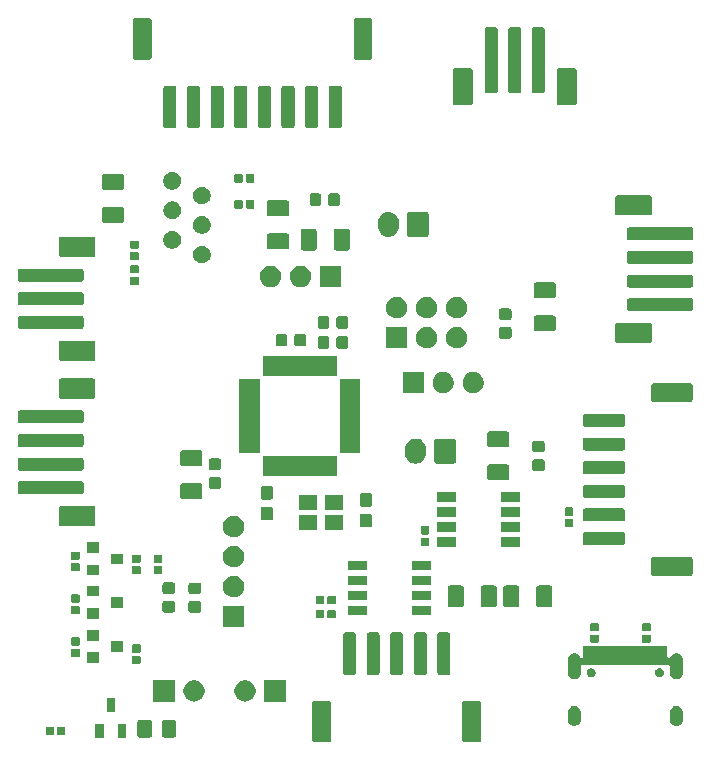
<source format=gbr>
G04 #@! TF.GenerationSoftware,KiCad,Pcbnew,(5.1.6)-1*
G04 #@! TF.CreationDate,2021-01-14T09:04:40+01:00*
G04 #@! TF.ProjectId,surface_mount_v4,73757266-6163-4655-9f6d-6f756e745f76,rev?*
G04 #@! TF.SameCoordinates,Original*
G04 #@! TF.FileFunction,Soldermask,Top*
G04 #@! TF.FilePolarity,Negative*
%FSLAX46Y46*%
G04 Gerber Fmt 4.6, Leading zero omitted, Abs format (unit mm)*
G04 Created by KiCad (PCBNEW (5.1.6)-1) date 2021-01-14 09:04:40*
%MOMM*%
%LPD*%
G01*
G04 APERTURE LIST*
%ADD10C,0.100000*%
G04 APERTURE END LIST*
D10*
G36*
X150053048Y-154563122D02*
G01*
X150087387Y-154573539D01*
X150119036Y-154590456D01*
X150146778Y-154613222D01*
X150169544Y-154640964D01*
X150186461Y-154672613D01*
X150196878Y-154706952D01*
X150201000Y-154748807D01*
X150201000Y-157871193D01*
X150196878Y-157913048D01*
X150186461Y-157947387D01*
X150169544Y-157979036D01*
X150146778Y-158006778D01*
X150119036Y-158029544D01*
X150087387Y-158046461D01*
X150053048Y-158056878D01*
X150011193Y-158061000D01*
X148788807Y-158061000D01*
X148746952Y-158056878D01*
X148712613Y-158046461D01*
X148680964Y-158029544D01*
X148653222Y-158006778D01*
X148630456Y-157979036D01*
X148613539Y-157947387D01*
X148603122Y-157913048D01*
X148599000Y-157871193D01*
X148599000Y-154748807D01*
X148603122Y-154706952D01*
X148613539Y-154672613D01*
X148630456Y-154640964D01*
X148653222Y-154613222D01*
X148680964Y-154590456D01*
X148712613Y-154573539D01*
X148746952Y-154563122D01*
X148788807Y-154559000D01*
X150011193Y-154559000D01*
X150053048Y-154563122D01*
G37*
G36*
X137353048Y-154563122D02*
G01*
X137387387Y-154573539D01*
X137419036Y-154590456D01*
X137446778Y-154613222D01*
X137469544Y-154640964D01*
X137486461Y-154672613D01*
X137496878Y-154706952D01*
X137501000Y-154748807D01*
X137501000Y-157871193D01*
X137496878Y-157913048D01*
X137486461Y-157947387D01*
X137469544Y-157979036D01*
X137446778Y-158006778D01*
X137419036Y-158029544D01*
X137387387Y-158046461D01*
X137353048Y-158056878D01*
X137311193Y-158061000D01*
X136088807Y-158061000D01*
X136046952Y-158056878D01*
X136012613Y-158046461D01*
X135980964Y-158029544D01*
X135953222Y-158006778D01*
X135930456Y-157979036D01*
X135913539Y-157947387D01*
X135903122Y-157913048D01*
X135899000Y-157871193D01*
X135899000Y-154748807D01*
X135903122Y-154706952D01*
X135913539Y-154672613D01*
X135930456Y-154640964D01*
X135953222Y-154613222D01*
X135980964Y-154590456D01*
X136012613Y-154573539D01*
X136046952Y-154563122D01*
X136088807Y-154559000D01*
X137311193Y-154559000D01*
X137353048Y-154563122D01*
G37*
G36*
X118251000Y-157686000D02*
G01*
X117549000Y-157686000D01*
X117549000Y-156534000D01*
X118251000Y-156534000D01*
X118251000Y-157686000D01*
G37*
G36*
X120151000Y-157686000D02*
G01*
X119449000Y-157686000D01*
X119449000Y-156534000D01*
X120151000Y-156534000D01*
X120151000Y-157686000D01*
G37*
G36*
X124238674Y-156163465D02*
G01*
X124276367Y-156174899D01*
X124311103Y-156193466D01*
X124341548Y-156218452D01*
X124366534Y-156248897D01*
X124385101Y-156283633D01*
X124396535Y-156321326D01*
X124401000Y-156366661D01*
X124401000Y-157453339D01*
X124396535Y-157498674D01*
X124385101Y-157536367D01*
X124366534Y-157571103D01*
X124341548Y-157601548D01*
X124311103Y-157626534D01*
X124276367Y-157645101D01*
X124238674Y-157656535D01*
X124193339Y-157661000D01*
X123356661Y-157661000D01*
X123311326Y-157656535D01*
X123273633Y-157645101D01*
X123238897Y-157626534D01*
X123208452Y-157601548D01*
X123183466Y-157571103D01*
X123164899Y-157536367D01*
X123153465Y-157498674D01*
X123149000Y-157453339D01*
X123149000Y-156366661D01*
X123153465Y-156321326D01*
X123164899Y-156283633D01*
X123183466Y-156248897D01*
X123208452Y-156218452D01*
X123238897Y-156193466D01*
X123273633Y-156174899D01*
X123311326Y-156163465D01*
X123356661Y-156159000D01*
X124193339Y-156159000D01*
X124238674Y-156163465D01*
G37*
G36*
X122188674Y-156163465D02*
G01*
X122226367Y-156174899D01*
X122261103Y-156193466D01*
X122291548Y-156218452D01*
X122316534Y-156248897D01*
X122335101Y-156283633D01*
X122346535Y-156321326D01*
X122351000Y-156366661D01*
X122351000Y-157453339D01*
X122346535Y-157498674D01*
X122335101Y-157536367D01*
X122316534Y-157571103D01*
X122291548Y-157601548D01*
X122261103Y-157626534D01*
X122226367Y-157645101D01*
X122188674Y-157656535D01*
X122143339Y-157661000D01*
X121306661Y-157661000D01*
X121261326Y-157656535D01*
X121223633Y-157645101D01*
X121188897Y-157626534D01*
X121158452Y-157601548D01*
X121133466Y-157571103D01*
X121114899Y-157536367D01*
X121103465Y-157498674D01*
X121099000Y-157453339D01*
X121099000Y-156366661D01*
X121103465Y-156321326D01*
X121114899Y-156283633D01*
X121133466Y-156248897D01*
X121158452Y-156218452D01*
X121188897Y-156193466D01*
X121223633Y-156174899D01*
X121261326Y-156163465D01*
X121306661Y-156159000D01*
X122143339Y-156159000D01*
X122188674Y-156163465D01*
G37*
G36*
X113921938Y-156741716D02*
G01*
X113942557Y-156747971D01*
X113961553Y-156758124D01*
X113978208Y-156771792D01*
X113991876Y-156788447D01*
X114002029Y-156807443D01*
X114008284Y-156828062D01*
X114011000Y-156855640D01*
X114011000Y-157364360D01*
X114008284Y-157391938D01*
X114002029Y-157412557D01*
X113991876Y-157431553D01*
X113978208Y-157448208D01*
X113961553Y-157461876D01*
X113942557Y-157472029D01*
X113921938Y-157478284D01*
X113894360Y-157481000D01*
X113435640Y-157481000D01*
X113408062Y-157478284D01*
X113387443Y-157472029D01*
X113368447Y-157461876D01*
X113351792Y-157448208D01*
X113338124Y-157431553D01*
X113327971Y-157412557D01*
X113321716Y-157391938D01*
X113319000Y-157364360D01*
X113319000Y-156855640D01*
X113321716Y-156828062D01*
X113327971Y-156807443D01*
X113338124Y-156788447D01*
X113351792Y-156771792D01*
X113368447Y-156758124D01*
X113387443Y-156747971D01*
X113408062Y-156741716D01*
X113435640Y-156739000D01*
X113894360Y-156739000D01*
X113921938Y-156741716D01*
G37*
G36*
X114891938Y-156741716D02*
G01*
X114912557Y-156747971D01*
X114931553Y-156758124D01*
X114948208Y-156771792D01*
X114961876Y-156788447D01*
X114972029Y-156807443D01*
X114978284Y-156828062D01*
X114981000Y-156855640D01*
X114981000Y-157364360D01*
X114978284Y-157391938D01*
X114972029Y-157412557D01*
X114961876Y-157431553D01*
X114948208Y-157448208D01*
X114931553Y-157461876D01*
X114912557Y-157472029D01*
X114891938Y-157478284D01*
X114864360Y-157481000D01*
X114405640Y-157481000D01*
X114378062Y-157478284D01*
X114357443Y-157472029D01*
X114338447Y-157461876D01*
X114321792Y-157448208D01*
X114308124Y-157431553D01*
X114297971Y-157412557D01*
X114291716Y-157391938D01*
X114289000Y-157364360D01*
X114289000Y-156855640D01*
X114291716Y-156828062D01*
X114297971Y-156807443D01*
X114308124Y-156788447D01*
X114321792Y-156771792D01*
X114338447Y-156758124D01*
X114357443Y-156747971D01*
X114378062Y-156741716D01*
X114405640Y-156739000D01*
X114864360Y-156739000D01*
X114891938Y-156741716D01*
G37*
G36*
X158188014Y-154966973D02*
G01*
X158291878Y-154998479D01*
X158335907Y-155022013D01*
X158387599Y-155049643D01*
X158387601Y-155049644D01*
X158387600Y-155049644D01*
X158471501Y-155118499D01*
X158540356Y-155202400D01*
X158591521Y-155298121D01*
X158623027Y-155401985D01*
X158631000Y-155482933D01*
X158631000Y-156137067D01*
X158623027Y-156218015D01*
X158591521Y-156321879D01*
X158576995Y-156349055D01*
X158540357Y-156417600D01*
X158471501Y-156501501D01*
X158387600Y-156570357D01*
X158319055Y-156606995D01*
X158291879Y-156621521D01*
X158188015Y-156653027D01*
X158080000Y-156663666D01*
X157971986Y-156653027D01*
X157868122Y-156621521D01*
X157840946Y-156606995D01*
X157772401Y-156570357D01*
X157688500Y-156501501D01*
X157619645Y-156417601D01*
X157568480Y-156321879D01*
X157546341Y-156248897D01*
X157536973Y-156218015D01*
X157529000Y-156137067D01*
X157529000Y-155482934D01*
X157536973Y-155401986D01*
X157568479Y-155298122D01*
X157619644Y-155202400D01*
X157688499Y-155118499D01*
X157772400Y-155049644D01*
X157772399Y-155049644D01*
X157772401Y-155049643D01*
X157824093Y-155022013D01*
X157868121Y-154998479D01*
X157971985Y-154966973D01*
X158080000Y-154956334D01*
X158188014Y-154966973D01*
G37*
G36*
X166828014Y-154966973D02*
G01*
X166931878Y-154998479D01*
X166975907Y-155022013D01*
X167027599Y-155049643D01*
X167027601Y-155049644D01*
X167027600Y-155049644D01*
X167111501Y-155118499D01*
X167180356Y-155202400D01*
X167231521Y-155298121D01*
X167263027Y-155401985D01*
X167271000Y-155482933D01*
X167271000Y-156137067D01*
X167263027Y-156218015D01*
X167231521Y-156321879D01*
X167216995Y-156349055D01*
X167180357Y-156417600D01*
X167111501Y-156501501D01*
X167027600Y-156570357D01*
X166959055Y-156606995D01*
X166931879Y-156621521D01*
X166828015Y-156653027D01*
X166720000Y-156663666D01*
X166611986Y-156653027D01*
X166508122Y-156621521D01*
X166480946Y-156606995D01*
X166412401Y-156570357D01*
X166328500Y-156501501D01*
X166259645Y-156417601D01*
X166208480Y-156321879D01*
X166186341Y-156248897D01*
X166176973Y-156218015D01*
X166169000Y-156137067D01*
X166169000Y-155482934D01*
X166176973Y-155401986D01*
X166208479Y-155298122D01*
X166259644Y-155202400D01*
X166328499Y-155118499D01*
X166412400Y-155049644D01*
X166412399Y-155049644D01*
X166412401Y-155049643D01*
X166464093Y-155022013D01*
X166508121Y-154998479D01*
X166611985Y-154966973D01*
X166720000Y-154956334D01*
X166828014Y-154966973D01*
G37*
G36*
X119201000Y-155486000D02*
G01*
X118499000Y-155486000D01*
X118499000Y-154334000D01*
X119201000Y-154334000D01*
X119201000Y-155486000D01*
G37*
G36*
X126003512Y-152813927D02*
G01*
X126152812Y-152843624D01*
X126316784Y-152911544D01*
X126464354Y-153010147D01*
X126589853Y-153135646D01*
X126688456Y-153283216D01*
X126756376Y-153447188D01*
X126791000Y-153621259D01*
X126791000Y-153798741D01*
X126756376Y-153972812D01*
X126688456Y-154136784D01*
X126589853Y-154284354D01*
X126464354Y-154409853D01*
X126316784Y-154508456D01*
X126152812Y-154576376D01*
X126013943Y-154603998D01*
X125978742Y-154611000D01*
X125801258Y-154611000D01*
X125766057Y-154603998D01*
X125627188Y-154576376D01*
X125463216Y-154508456D01*
X125315646Y-154409853D01*
X125190147Y-154284354D01*
X125091544Y-154136784D01*
X125023624Y-153972812D01*
X124989000Y-153798741D01*
X124989000Y-153621259D01*
X125023624Y-153447188D01*
X125091544Y-153283216D01*
X125190147Y-153135646D01*
X125315646Y-153010147D01*
X125463216Y-152911544D01*
X125627188Y-152843624D01*
X125776488Y-152813927D01*
X125801258Y-152809000D01*
X125978742Y-152809000D01*
X126003512Y-152813927D01*
G37*
G36*
X124251000Y-154611000D02*
G01*
X122449000Y-154611000D01*
X122449000Y-152809000D01*
X124251000Y-152809000D01*
X124251000Y-154611000D01*
G37*
G36*
X130323512Y-152813927D02*
G01*
X130472812Y-152843624D01*
X130636784Y-152911544D01*
X130784354Y-153010147D01*
X130909853Y-153135646D01*
X131008456Y-153283216D01*
X131076376Y-153447188D01*
X131111000Y-153621259D01*
X131111000Y-153798741D01*
X131076376Y-153972812D01*
X131008456Y-154136784D01*
X130909853Y-154284354D01*
X130784354Y-154409853D01*
X130636784Y-154508456D01*
X130472812Y-154576376D01*
X130333943Y-154603998D01*
X130298742Y-154611000D01*
X130121258Y-154611000D01*
X130086057Y-154603998D01*
X129947188Y-154576376D01*
X129783216Y-154508456D01*
X129635646Y-154409853D01*
X129510147Y-154284354D01*
X129411544Y-154136784D01*
X129343624Y-153972812D01*
X129309000Y-153798741D01*
X129309000Y-153621259D01*
X129343624Y-153447188D01*
X129411544Y-153283216D01*
X129510147Y-153135646D01*
X129635646Y-153010147D01*
X129783216Y-152911544D01*
X129947188Y-152843624D01*
X130096488Y-152813927D01*
X130121258Y-152809000D01*
X130298742Y-152809000D01*
X130323512Y-152813927D01*
G37*
G36*
X133651000Y-154611000D02*
G01*
X131849000Y-154611000D01*
X131849000Y-152809000D01*
X133651000Y-152809000D01*
X133651000Y-154611000D01*
G37*
G36*
X165976000Y-150804038D02*
G01*
X165978402Y-150828424D01*
X165985515Y-150851873D01*
X165997066Y-150873484D01*
X166012611Y-150892426D01*
X166031553Y-150907971D01*
X166053164Y-150919522D01*
X166076613Y-150926635D01*
X166100999Y-150929037D01*
X166125385Y-150926635D01*
X166148834Y-150919522D01*
X166170445Y-150907971D01*
X166189387Y-150892426D01*
X166204932Y-150873484D01*
X166211222Y-150862991D01*
X166259644Y-150772400D01*
X166328499Y-150688499D01*
X166412400Y-150619644D01*
X166412399Y-150619644D01*
X166412401Y-150619643D01*
X166464093Y-150592013D01*
X166508121Y-150568479D01*
X166611985Y-150536973D01*
X166720000Y-150526334D01*
X166828014Y-150536973D01*
X166931878Y-150568479D01*
X166975907Y-150592013D01*
X167027599Y-150619643D01*
X167027601Y-150619644D01*
X167027600Y-150619644D01*
X167111501Y-150688499D01*
X167161152Y-150749000D01*
X167180357Y-150772401D01*
X167206802Y-150821876D01*
X167231521Y-150868121D01*
X167263027Y-150971985D01*
X167271000Y-151052933D01*
X167271000Y-152207067D01*
X167263027Y-152288015D01*
X167231521Y-152391879D01*
X167227348Y-152399686D01*
X167180357Y-152487600D01*
X167111501Y-152571501D01*
X167027600Y-152640357D01*
X166959055Y-152676995D01*
X166931879Y-152691521D01*
X166828015Y-152723027D01*
X166720000Y-152733666D01*
X166611986Y-152723027D01*
X166508122Y-152691521D01*
X166480946Y-152676995D01*
X166412401Y-152640357D01*
X166328500Y-152571501D01*
X166259644Y-152487600D01*
X166212653Y-152399686D01*
X166208480Y-152391879D01*
X166176974Y-152288015D01*
X166169001Y-152207067D01*
X166169001Y-151920314D01*
X166169000Y-151615999D01*
X166166598Y-151591613D01*
X166159485Y-151568164D01*
X166147934Y-151546553D01*
X166132388Y-151527611D01*
X166113447Y-151512066D01*
X166091836Y-151500515D01*
X166068387Y-151493402D01*
X166044001Y-151491000D01*
X158755999Y-151491000D01*
X158731613Y-151493402D01*
X158708164Y-151500515D01*
X158686553Y-151512066D01*
X158667611Y-151527611D01*
X158652066Y-151546553D01*
X158640515Y-151568164D01*
X158633402Y-151591613D01*
X158631000Y-151615999D01*
X158631000Y-152207067D01*
X158623027Y-152288015D01*
X158591521Y-152391879D01*
X158587348Y-152399686D01*
X158540357Y-152487600D01*
X158471501Y-152571501D01*
X158387600Y-152640357D01*
X158319055Y-152676995D01*
X158291879Y-152691521D01*
X158188015Y-152723027D01*
X158080000Y-152733666D01*
X157971986Y-152723027D01*
X157868122Y-152691521D01*
X157840946Y-152676995D01*
X157772401Y-152640357D01*
X157688500Y-152571501D01*
X157619644Y-152487600D01*
X157572653Y-152399686D01*
X157568480Y-152391879D01*
X157536974Y-152288015D01*
X157529001Y-152207067D01*
X157529000Y-151052934D01*
X157536973Y-150971986D01*
X157568479Y-150868122D01*
X157596184Y-150816290D01*
X157619643Y-150772401D01*
X157638848Y-150749000D01*
X157688499Y-150688499D01*
X157772400Y-150619644D01*
X157772399Y-150619644D01*
X157772401Y-150619643D01*
X157824093Y-150592013D01*
X157868121Y-150568479D01*
X157971985Y-150536973D01*
X158080000Y-150526334D01*
X158188014Y-150536973D01*
X158291878Y-150568479D01*
X158335907Y-150592013D01*
X158387599Y-150619643D01*
X158387601Y-150619644D01*
X158387600Y-150619644D01*
X158471501Y-150688499D01*
X158500931Y-150724360D01*
X158540354Y-150772397D01*
X158540355Y-150772399D01*
X158540356Y-150772400D01*
X158588770Y-150862975D01*
X158602375Y-150883335D01*
X158619702Y-150900662D01*
X158640076Y-150914276D01*
X158662715Y-150923653D01*
X158686748Y-150928434D01*
X158711252Y-150928434D01*
X158735286Y-150923654D01*
X158757925Y-150914277D01*
X158778299Y-150900663D01*
X158795626Y-150883336D01*
X158809240Y-150862962D01*
X158818617Y-150840323D01*
X158823398Y-150816290D01*
X158824000Y-150804037D01*
X158824000Y-149939000D01*
X165976000Y-149939000D01*
X165976000Y-150804038D01*
G37*
G36*
X165399672Y-151798449D02*
G01*
X165399674Y-151798450D01*
X165399675Y-151798450D01*
X165468103Y-151826793D01*
X165529686Y-151867942D01*
X165582058Y-151920314D01*
X165623207Y-151981897D01*
X165651550Y-152050325D01*
X165651551Y-152050328D01*
X165666000Y-152122966D01*
X165666000Y-152197034D01*
X165652282Y-152265999D01*
X165651550Y-152269675D01*
X165623207Y-152338103D01*
X165582058Y-152399686D01*
X165529686Y-152452058D01*
X165468103Y-152493207D01*
X165399675Y-152521550D01*
X165399674Y-152521550D01*
X165399672Y-152521551D01*
X165327034Y-152536000D01*
X165252966Y-152536000D01*
X165180328Y-152521551D01*
X165180326Y-152521550D01*
X165180325Y-152521550D01*
X165111897Y-152493207D01*
X165050314Y-152452058D01*
X164997942Y-152399686D01*
X164956793Y-152338103D01*
X164928450Y-152269675D01*
X164927719Y-152265999D01*
X164914000Y-152197034D01*
X164914000Y-152122966D01*
X164928449Y-152050328D01*
X164928450Y-152050325D01*
X164956793Y-151981897D01*
X164997942Y-151920314D01*
X165050314Y-151867942D01*
X165111897Y-151826793D01*
X165180325Y-151798450D01*
X165180326Y-151798450D01*
X165180328Y-151798449D01*
X165252966Y-151784000D01*
X165327034Y-151784000D01*
X165399672Y-151798449D01*
G37*
G36*
X159619672Y-151798449D02*
G01*
X159619674Y-151798450D01*
X159619675Y-151798450D01*
X159688103Y-151826793D01*
X159749686Y-151867942D01*
X159802058Y-151920314D01*
X159843207Y-151981897D01*
X159871550Y-152050325D01*
X159871551Y-152050328D01*
X159886000Y-152122966D01*
X159886000Y-152197034D01*
X159872282Y-152265999D01*
X159871550Y-152269675D01*
X159843207Y-152338103D01*
X159802058Y-152399686D01*
X159749686Y-152452058D01*
X159688103Y-152493207D01*
X159619675Y-152521550D01*
X159619674Y-152521550D01*
X159619672Y-152521551D01*
X159547034Y-152536000D01*
X159472966Y-152536000D01*
X159400328Y-152521551D01*
X159400326Y-152521550D01*
X159400325Y-152521550D01*
X159331897Y-152493207D01*
X159270314Y-152452058D01*
X159217942Y-152399686D01*
X159176793Y-152338103D01*
X159148450Y-152269675D01*
X159147719Y-152265999D01*
X159134000Y-152197034D01*
X159134000Y-152122966D01*
X159148449Y-152050328D01*
X159148450Y-152050325D01*
X159176793Y-151981897D01*
X159217942Y-151920314D01*
X159270314Y-151867942D01*
X159331897Y-151826793D01*
X159400325Y-151798450D01*
X159400326Y-151798450D01*
X159400328Y-151798449D01*
X159472966Y-151784000D01*
X159547034Y-151784000D01*
X159619672Y-151798449D01*
G37*
G36*
X139429434Y-148763686D02*
G01*
X139469284Y-148775774D01*
X139505999Y-148795399D01*
X139538186Y-148821814D01*
X139564601Y-148854001D01*
X139584226Y-148890716D01*
X139596314Y-148930566D01*
X139601000Y-148978141D01*
X139601000Y-152141859D01*
X139596314Y-152189434D01*
X139584226Y-152229284D01*
X139564601Y-152265999D01*
X139538186Y-152298186D01*
X139505999Y-152324601D01*
X139469284Y-152344226D01*
X139429434Y-152356314D01*
X139381859Y-152361000D01*
X138718141Y-152361000D01*
X138670566Y-152356314D01*
X138630716Y-152344226D01*
X138594001Y-152324601D01*
X138561814Y-152298186D01*
X138535399Y-152265999D01*
X138515774Y-152229284D01*
X138503686Y-152189434D01*
X138499000Y-152141859D01*
X138499000Y-148978141D01*
X138503686Y-148930566D01*
X138515774Y-148890716D01*
X138535399Y-148854001D01*
X138561814Y-148821814D01*
X138594001Y-148795399D01*
X138630716Y-148775774D01*
X138670566Y-148763686D01*
X138718141Y-148759000D01*
X139381859Y-148759000D01*
X139429434Y-148763686D01*
G37*
G36*
X143429434Y-148763686D02*
G01*
X143469284Y-148775774D01*
X143505999Y-148795399D01*
X143538186Y-148821814D01*
X143564601Y-148854001D01*
X143584226Y-148890716D01*
X143596314Y-148930566D01*
X143601000Y-148978141D01*
X143601000Y-152141859D01*
X143596314Y-152189434D01*
X143584226Y-152229284D01*
X143564601Y-152265999D01*
X143538186Y-152298186D01*
X143505999Y-152324601D01*
X143469284Y-152344226D01*
X143429434Y-152356314D01*
X143381859Y-152361000D01*
X142718141Y-152361000D01*
X142670566Y-152356314D01*
X142630716Y-152344226D01*
X142594001Y-152324601D01*
X142561814Y-152298186D01*
X142535399Y-152265999D01*
X142515774Y-152229284D01*
X142503686Y-152189434D01*
X142499000Y-152141859D01*
X142499000Y-148978141D01*
X142503686Y-148930566D01*
X142515774Y-148890716D01*
X142535399Y-148854001D01*
X142561814Y-148821814D01*
X142594001Y-148795399D01*
X142630716Y-148775774D01*
X142670566Y-148763686D01*
X142718141Y-148759000D01*
X143381859Y-148759000D01*
X143429434Y-148763686D01*
G37*
G36*
X145429434Y-148763686D02*
G01*
X145469284Y-148775774D01*
X145505999Y-148795399D01*
X145538186Y-148821814D01*
X145564601Y-148854001D01*
X145584226Y-148890716D01*
X145596314Y-148930566D01*
X145601000Y-148978141D01*
X145601000Y-152141859D01*
X145596314Y-152189434D01*
X145584226Y-152229284D01*
X145564601Y-152265999D01*
X145538186Y-152298186D01*
X145505999Y-152324601D01*
X145469284Y-152344226D01*
X145429434Y-152356314D01*
X145381859Y-152361000D01*
X144718141Y-152361000D01*
X144670566Y-152356314D01*
X144630716Y-152344226D01*
X144594001Y-152324601D01*
X144561814Y-152298186D01*
X144535399Y-152265999D01*
X144515774Y-152229284D01*
X144503686Y-152189434D01*
X144499000Y-152141859D01*
X144499000Y-148978141D01*
X144503686Y-148930566D01*
X144515774Y-148890716D01*
X144535399Y-148854001D01*
X144561814Y-148821814D01*
X144594001Y-148795399D01*
X144630716Y-148775774D01*
X144670566Y-148763686D01*
X144718141Y-148759000D01*
X145381859Y-148759000D01*
X145429434Y-148763686D01*
G37*
G36*
X147429434Y-148763686D02*
G01*
X147469284Y-148775774D01*
X147505999Y-148795399D01*
X147538186Y-148821814D01*
X147564601Y-148854001D01*
X147584226Y-148890716D01*
X147596314Y-148930566D01*
X147601000Y-148978141D01*
X147601000Y-152141859D01*
X147596314Y-152189434D01*
X147584226Y-152229284D01*
X147564601Y-152265999D01*
X147538186Y-152298186D01*
X147505999Y-152324601D01*
X147469284Y-152344226D01*
X147429434Y-152356314D01*
X147381859Y-152361000D01*
X146718141Y-152361000D01*
X146670566Y-152356314D01*
X146630716Y-152344226D01*
X146594001Y-152324601D01*
X146561814Y-152298186D01*
X146535399Y-152265999D01*
X146515774Y-152229284D01*
X146503686Y-152189434D01*
X146499000Y-152141859D01*
X146499000Y-148978141D01*
X146503686Y-148930566D01*
X146515774Y-148890716D01*
X146535399Y-148854001D01*
X146561814Y-148821814D01*
X146594001Y-148795399D01*
X146630716Y-148775774D01*
X146670566Y-148763686D01*
X146718141Y-148759000D01*
X147381859Y-148759000D01*
X147429434Y-148763686D01*
G37*
G36*
X141429434Y-148763686D02*
G01*
X141469284Y-148775774D01*
X141505999Y-148795399D01*
X141538186Y-148821814D01*
X141564601Y-148854001D01*
X141584226Y-148890716D01*
X141596314Y-148930566D01*
X141601000Y-148978141D01*
X141601000Y-152141859D01*
X141596314Y-152189434D01*
X141584226Y-152229284D01*
X141564601Y-152265999D01*
X141538186Y-152298186D01*
X141505999Y-152324601D01*
X141469284Y-152344226D01*
X141429434Y-152356314D01*
X141381859Y-152361000D01*
X140718141Y-152361000D01*
X140670566Y-152356314D01*
X140630716Y-152344226D01*
X140594001Y-152324601D01*
X140561814Y-152298186D01*
X140535399Y-152265999D01*
X140515774Y-152229284D01*
X140503686Y-152189434D01*
X140499000Y-152141859D01*
X140499000Y-148978141D01*
X140503686Y-148930566D01*
X140515774Y-148890716D01*
X140535399Y-148854001D01*
X140561814Y-148821814D01*
X140594001Y-148795399D01*
X140630716Y-148775774D01*
X140670566Y-148763686D01*
X140718141Y-148759000D01*
X141381859Y-148759000D01*
X141429434Y-148763686D01*
G37*
G36*
X121281938Y-150751716D02*
G01*
X121302557Y-150757971D01*
X121321553Y-150768124D01*
X121338208Y-150781792D01*
X121351876Y-150798447D01*
X121362029Y-150817443D01*
X121368284Y-150838062D01*
X121371000Y-150865640D01*
X121371000Y-151324360D01*
X121368284Y-151351938D01*
X121362029Y-151372557D01*
X121351876Y-151391553D01*
X121338208Y-151408208D01*
X121321553Y-151421876D01*
X121302557Y-151432029D01*
X121281938Y-151438284D01*
X121254360Y-151441000D01*
X120745640Y-151441000D01*
X120718062Y-151438284D01*
X120697443Y-151432029D01*
X120678447Y-151421876D01*
X120661792Y-151408208D01*
X120648124Y-151391553D01*
X120637971Y-151372557D01*
X120631716Y-151351938D01*
X120629000Y-151324360D01*
X120629000Y-150865640D01*
X120631716Y-150838062D01*
X120637971Y-150817443D01*
X120648124Y-150798447D01*
X120661792Y-150781792D01*
X120678447Y-150768124D01*
X120697443Y-150757971D01*
X120718062Y-150751716D01*
X120745640Y-150749000D01*
X121254360Y-150749000D01*
X121281938Y-150751716D01*
G37*
G36*
X117860640Y-151353620D02*
G01*
X116858640Y-151353620D01*
X116858640Y-150451620D01*
X117860640Y-150451620D01*
X117860640Y-151353620D01*
G37*
G36*
X116131938Y-150151716D02*
G01*
X116152557Y-150157971D01*
X116171553Y-150168124D01*
X116188208Y-150181792D01*
X116201876Y-150198447D01*
X116212029Y-150217443D01*
X116218284Y-150238062D01*
X116221000Y-150265640D01*
X116221000Y-150724360D01*
X116218284Y-150751938D01*
X116212029Y-150772557D01*
X116201876Y-150791553D01*
X116188208Y-150808208D01*
X116171553Y-150821876D01*
X116152557Y-150832029D01*
X116131938Y-150838284D01*
X116104360Y-150841000D01*
X115595640Y-150841000D01*
X115568062Y-150838284D01*
X115547443Y-150832029D01*
X115528447Y-150821876D01*
X115511792Y-150808208D01*
X115498124Y-150791553D01*
X115487971Y-150772557D01*
X115481716Y-150751938D01*
X115479000Y-150724360D01*
X115479000Y-150265640D01*
X115481716Y-150238062D01*
X115487971Y-150217443D01*
X115498124Y-150198447D01*
X115511792Y-150181792D01*
X115528447Y-150168124D01*
X115547443Y-150157971D01*
X115568062Y-150151716D01*
X115595640Y-150149000D01*
X116104360Y-150149000D01*
X116131938Y-150151716D01*
G37*
G36*
X121281938Y-149781716D02*
G01*
X121302557Y-149787971D01*
X121321553Y-149798124D01*
X121338208Y-149811792D01*
X121351876Y-149828447D01*
X121362029Y-149847443D01*
X121368284Y-149868062D01*
X121371000Y-149895640D01*
X121371000Y-150354360D01*
X121368284Y-150381938D01*
X121362029Y-150402557D01*
X121351876Y-150421553D01*
X121338208Y-150438208D01*
X121321553Y-150451876D01*
X121302557Y-150462029D01*
X121281938Y-150468284D01*
X121254360Y-150471000D01*
X120745640Y-150471000D01*
X120718062Y-150468284D01*
X120697443Y-150462029D01*
X120678447Y-150451876D01*
X120661792Y-150438208D01*
X120648124Y-150421553D01*
X120637971Y-150402557D01*
X120631716Y-150381938D01*
X120629000Y-150354360D01*
X120629000Y-149895640D01*
X120631716Y-149868062D01*
X120637971Y-149847443D01*
X120648124Y-149828447D01*
X120661792Y-149811792D01*
X120678447Y-149798124D01*
X120697443Y-149787971D01*
X120718062Y-149781716D01*
X120745640Y-149779000D01*
X121254360Y-149779000D01*
X121281938Y-149781716D01*
G37*
G36*
X119860640Y-150403620D02*
G01*
X118858640Y-150403620D01*
X118858640Y-149501620D01*
X119860640Y-149501620D01*
X119860640Y-150403620D01*
G37*
G36*
X116131938Y-149181716D02*
G01*
X116152557Y-149187971D01*
X116171553Y-149198124D01*
X116188208Y-149211792D01*
X116201876Y-149228447D01*
X116212029Y-149247443D01*
X116218284Y-149268062D01*
X116221000Y-149295640D01*
X116221000Y-149754360D01*
X116218284Y-149781938D01*
X116212029Y-149802557D01*
X116201876Y-149821553D01*
X116188208Y-149838208D01*
X116171553Y-149851876D01*
X116152557Y-149862029D01*
X116131938Y-149868284D01*
X116104360Y-149871000D01*
X115595640Y-149871000D01*
X115568062Y-149868284D01*
X115547443Y-149862029D01*
X115528447Y-149851876D01*
X115511792Y-149838208D01*
X115498124Y-149821553D01*
X115487971Y-149802557D01*
X115481716Y-149781938D01*
X115479000Y-149754360D01*
X115479000Y-149295640D01*
X115481716Y-149268062D01*
X115487971Y-149247443D01*
X115498124Y-149228447D01*
X115511792Y-149211792D01*
X115528447Y-149198124D01*
X115547443Y-149187971D01*
X115568062Y-149181716D01*
X115595640Y-149179000D01*
X116104360Y-149179000D01*
X116131938Y-149181716D01*
G37*
G36*
X164481938Y-148951716D02*
G01*
X164502557Y-148957971D01*
X164521553Y-148968124D01*
X164538208Y-148981792D01*
X164551876Y-148998447D01*
X164562029Y-149017443D01*
X164568284Y-149038062D01*
X164571000Y-149065640D01*
X164571000Y-149524360D01*
X164568284Y-149551938D01*
X164562029Y-149572557D01*
X164551876Y-149591553D01*
X164538208Y-149608208D01*
X164521553Y-149621876D01*
X164502557Y-149632029D01*
X164481938Y-149638284D01*
X164454360Y-149641000D01*
X163945640Y-149641000D01*
X163918062Y-149638284D01*
X163897443Y-149632029D01*
X163878447Y-149621876D01*
X163861792Y-149608208D01*
X163848124Y-149591553D01*
X163837971Y-149572557D01*
X163831716Y-149551938D01*
X163829000Y-149524360D01*
X163829000Y-149065640D01*
X163831716Y-149038062D01*
X163837971Y-149017443D01*
X163848124Y-148998447D01*
X163861792Y-148981792D01*
X163878447Y-148968124D01*
X163897443Y-148957971D01*
X163918062Y-148951716D01*
X163945640Y-148949000D01*
X164454360Y-148949000D01*
X164481938Y-148951716D01*
G37*
G36*
X160081938Y-148951716D02*
G01*
X160102557Y-148957971D01*
X160121553Y-148968124D01*
X160138208Y-148981792D01*
X160151876Y-148998447D01*
X160162029Y-149017443D01*
X160168284Y-149038062D01*
X160171000Y-149065640D01*
X160171000Y-149524360D01*
X160168284Y-149551938D01*
X160162029Y-149572557D01*
X160151876Y-149591553D01*
X160138208Y-149608208D01*
X160121553Y-149621876D01*
X160102557Y-149632029D01*
X160081938Y-149638284D01*
X160054360Y-149641000D01*
X159545640Y-149641000D01*
X159518062Y-149638284D01*
X159497443Y-149632029D01*
X159478447Y-149621876D01*
X159461792Y-149608208D01*
X159448124Y-149591553D01*
X159437971Y-149572557D01*
X159431716Y-149551938D01*
X159429000Y-149524360D01*
X159429000Y-149065640D01*
X159431716Y-149038062D01*
X159437971Y-149017443D01*
X159448124Y-148998447D01*
X159461792Y-148981792D01*
X159478447Y-148968124D01*
X159497443Y-148957971D01*
X159518062Y-148951716D01*
X159545640Y-148949000D01*
X160054360Y-148949000D01*
X160081938Y-148951716D01*
G37*
G36*
X117860640Y-149453620D02*
G01*
X116858640Y-149453620D01*
X116858640Y-148551620D01*
X117860640Y-148551620D01*
X117860640Y-149453620D01*
G37*
G36*
X164481938Y-147981716D02*
G01*
X164502557Y-147987971D01*
X164521553Y-147998124D01*
X164538208Y-148011792D01*
X164551876Y-148028447D01*
X164562029Y-148047443D01*
X164568284Y-148068062D01*
X164571000Y-148095640D01*
X164571000Y-148554360D01*
X164568284Y-148581938D01*
X164562029Y-148602557D01*
X164551876Y-148621553D01*
X164538208Y-148638208D01*
X164521553Y-148651876D01*
X164502557Y-148662029D01*
X164481938Y-148668284D01*
X164454360Y-148671000D01*
X163945640Y-148671000D01*
X163918062Y-148668284D01*
X163897443Y-148662029D01*
X163878447Y-148651876D01*
X163861792Y-148638208D01*
X163848124Y-148621553D01*
X163837971Y-148602557D01*
X163831716Y-148581938D01*
X163829000Y-148554360D01*
X163829000Y-148095640D01*
X163831716Y-148068062D01*
X163837971Y-148047443D01*
X163848124Y-148028447D01*
X163861792Y-148011792D01*
X163878447Y-147998124D01*
X163897443Y-147987971D01*
X163918062Y-147981716D01*
X163945640Y-147979000D01*
X164454360Y-147979000D01*
X164481938Y-147981716D01*
G37*
G36*
X160081938Y-147981716D02*
G01*
X160102557Y-147987971D01*
X160121553Y-147998124D01*
X160138208Y-148011792D01*
X160151876Y-148028447D01*
X160162029Y-148047443D01*
X160168284Y-148068062D01*
X160171000Y-148095640D01*
X160171000Y-148554360D01*
X160168284Y-148581938D01*
X160162029Y-148602557D01*
X160151876Y-148621553D01*
X160138208Y-148638208D01*
X160121553Y-148651876D01*
X160102557Y-148662029D01*
X160081938Y-148668284D01*
X160054360Y-148671000D01*
X159545640Y-148671000D01*
X159518062Y-148668284D01*
X159497443Y-148662029D01*
X159478447Y-148651876D01*
X159461792Y-148638208D01*
X159448124Y-148621553D01*
X159437971Y-148602557D01*
X159431716Y-148581938D01*
X159429000Y-148554360D01*
X159429000Y-148095640D01*
X159431716Y-148068062D01*
X159437971Y-148047443D01*
X159448124Y-148028447D01*
X159461792Y-148011792D01*
X159478447Y-147998124D01*
X159497443Y-147987971D01*
X159518062Y-147981716D01*
X159545640Y-147979000D01*
X160054360Y-147979000D01*
X160081938Y-147981716D01*
G37*
G36*
X130151000Y-148311000D02*
G01*
X128349000Y-148311000D01*
X128349000Y-146509000D01*
X130151000Y-146509000D01*
X130151000Y-148311000D01*
G37*
G36*
X117860640Y-147611000D02*
G01*
X116858640Y-147611000D01*
X116858640Y-146709000D01*
X117860640Y-146709000D01*
X117860640Y-147611000D01*
G37*
G36*
X137791938Y-146841716D02*
G01*
X137812557Y-146847971D01*
X137831553Y-146858124D01*
X137848208Y-146871792D01*
X137861876Y-146888447D01*
X137872029Y-146907443D01*
X137878284Y-146928062D01*
X137881000Y-146955640D01*
X137881000Y-147464360D01*
X137878284Y-147491938D01*
X137872029Y-147512557D01*
X137861876Y-147531553D01*
X137848208Y-147548208D01*
X137831553Y-147561876D01*
X137812557Y-147572029D01*
X137791938Y-147578284D01*
X137764360Y-147581000D01*
X137305640Y-147581000D01*
X137278062Y-147578284D01*
X137257443Y-147572029D01*
X137238447Y-147561876D01*
X137221792Y-147548208D01*
X137208124Y-147531553D01*
X137197971Y-147512557D01*
X137191716Y-147491938D01*
X137189000Y-147464360D01*
X137189000Y-146955640D01*
X137191716Y-146928062D01*
X137197971Y-146907443D01*
X137208124Y-146888447D01*
X137221792Y-146871792D01*
X137238447Y-146858124D01*
X137257443Y-146847971D01*
X137278062Y-146841716D01*
X137305640Y-146839000D01*
X137764360Y-146839000D01*
X137791938Y-146841716D01*
G37*
G36*
X136821938Y-146841716D02*
G01*
X136842557Y-146847971D01*
X136861553Y-146858124D01*
X136878208Y-146871792D01*
X136891876Y-146888447D01*
X136902029Y-146907443D01*
X136908284Y-146928062D01*
X136911000Y-146955640D01*
X136911000Y-147464360D01*
X136908284Y-147491938D01*
X136902029Y-147512557D01*
X136891876Y-147531553D01*
X136878208Y-147548208D01*
X136861553Y-147561876D01*
X136842557Y-147572029D01*
X136821938Y-147578284D01*
X136794360Y-147581000D01*
X136335640Y-147581000D01*
X136308062Y-147578284D01*
X136287443Y-147572029D01*
X136268447Y-147561876D01*
X136251792Y-147548208D01*
X136238124Y-147531553D01*
X136227971Y-147512557D01*
X136221716Y-147491938D01*
X136219000Y-147464360D01*
X136219000Y-146955640D01*
X136221716Y-146928062D01*
X136227971Y-146907443D01*
X136238124Y-146888447D01*
X136251792Y-146871792D01*
X136268447Y-146858124D01*
X136287443Y-146847971D01*
X136308062Y-146841716D01*
X136335640Y-146839000D01*
X136794360Y-146839000D01*
X136821938Y-146841716D01*
G37*
G36*
X140551500Y-147316000D02*
G01*
X138924500Y-147316000D01*
X138924500Y-146514000D01*
X140551500Y-146514000D01*
X140551500Y-147316000D01*
G37*
G36*
X145975500Y-147316000D02*
G01*
X144348500Y-147316000D01*
X144348500Y-146514000D01*
X145975500Y-146514000D01*
X145975500Y-147316000D01*
G37*
G36*
X116131938Y-146521716D02*
G01*
X116152557Y-146527971D01*
X116171553Y-146538124D01*
X116188208Y-146551792D01*
X116201876Y-146568447D01*
X116212029Y-146587443D01*
X116218284Y-146608062D01*
X116221000Y-146635640D01*
X116221000Y-147094360D01*
X116218284Y-147121938D01*
X116212029Y-147142557D01*
X116201876Y-147161553D01*
X116188208Y-147178208D01*
X116171553Y-147191876D01*
X116152557Y-147202029D01*
X116131938Y-147208284D01*
X116104360Y-147211000D01*
X115595640Y-147211000D01*
X115568062Y-147208284D01*
X115547443Y-147202029D01*
X115528447Y-147191876D01*
X115511792Y-147178208D01*
X115498124Y-147161553D01*
X115487971Y-147142557D01*
X115481716Y-147121938D01*
X115479000Y-147094360D01*
X115479000Y-146635640D01*
X115481716Y-146608062D01*
X115487971Y-146587443D01*
X115498124Y-146568447D01*
X115511792Y-146551792D01*
X115528447Y-146538124D01*
X115547443Y-146527971D01*
X115568062Y-146521716D01*
X115595640Y-146519000D01*
X116104360Y-146519000D01*
X116131938Y-146521716D01*
G37*
G36*
X126329591Y-146113085D02*
G01*
X126363569Y-146123393D01*
X126394890Y-146140134D01*
X126422339Y-146162661D01*
X126444866Y-146190110D01*
X126461607Y-146221431D01*
X126471915Y-146255409D01*
X126476000Y-146296890D01*
X126476000Y-146898110D01*
X126471915Y-146939591D01*
X126461607Y-146973569D01*
X126444866Y-147004890D01*
X126422339Y-147032339D01*
X126394890Y-147054866D01*
X126363569Y-147071607D01*
X126329591Y-147081915D01*
X126288110Y-147086000D01*
X125611890Y-147086000D01*
X125570409Y-147081915D01*
X125536431Y-147071607D01*
X125505110Y-147054866D01*
X125477661Y-147032339D01*
X125455134Y-147004890D01*
X125438393Y-146973569D01*
X125428085Y-146939591D01*
X125424000Y-146898110D01*
X125424000Y-146296890D01*
X125428085Y-146255409D01*
X125438393Y-146221431D01*
X125455134Y-146190110D01*
X125477661Y-146162661D01*
X125505110Y-146140134D01*
X125536431Y-146123393D01*
X125570409Y-146113085D01*
X125611890Y-146109000D01*
X126288110Y-146109000D01*
X126329591Y-146113085D01*
G37*
G36*
X124129591Y-146103085D02*
G01*
X124163569Y-146113393D01*
X124194890Y-146130134D01*
X124222339Y-146152661D01*
X124244866Y-146180110D01*
X124261607Y-146211431D01*
X124271915Y-146245409D01*
X124276000Y-146286890D01*
X124276000Y-146888110D01*
X124271915Y-146929591D01*
X124261607Y-146963569D01*
X124244866Y-146994890D01*
X124222339Y-147022339D01*
X124194890Y-147044866D01*
X124163569Y-147061607D01*
X124129591Y-147071915D01*
X124088110Y-147076000D01*
X123411890Y-147076000D01*
X123370409Y-147071915D01*
X123336431Y-147061607D01*
X123305110Y-147044866D01*
X123277661Y-147022339D01*
X123255134Y-146994890D01*
X123238393Y-146963569D01*
X123228085Y-146929591D01*
X123224000Y-146888110D01*
X123224000Y-146286890D01*
X123228085Y-146245409D01*
X123238393Y-146211431D01*
X123255134Y-146180110D01*
X123277661Y-146152661D01*
X123305110Y-146130134D01*
X123336431Y-146113393D01*
X123370409Y-146103085D01*
X123411890Y-146099000D01*
X124088110Y-146099000D01*
X124129591Y-146103085D01*
G37*
G36*
X119860640Y-146661000D02*
G01*
X118858640Y-146661000D01*
X118858640Y-145759000D01*
X119860640Y-145759000D01*
X119860640Y-146661000D01*
G37*
G36*
X156068604Y-144788347D02*
G01*
X156105144Y-144799432D01*
X156138821Y-144817433D01*
X156168341Y-144841659D01*
X156192567Y-144871179D01*
X156210568Y-144904856D01*
X156221653Y-144941396D01*
X156226000Y-144985538D01*
X156226000Y-146434462D01*
X156221653Y-146478604D01*
X156210568Y-146515144D01*
X156192567Y-146548821D01*
X156168341Y-146578341D01*
X156138821Y-146602567D01*
X156105144Y-146620568D01*
X156068604Y-146631653D01*
X156024462Y-146636000D01*
X155075538Y-146636000D01*
X155031396Y-146631653D01*
X154994856Y-146620568D01*
X154961179Y-146602567D01*
X154931659Y-146578341D01*
X154907433Y-146548821D01*
X154889432Y-146515144D01*
X154878347Y-146478604D01*
X154874000Y-146434462D01*
X154874000Y-144985538D01*
X154878347Y-144941396D01*
X154889432Y-144904856D01*
X154907433Y-144871179D01*
X154931659Y-144841659D01*
X154961179Y-144817433D01*
X154994856Y-144799432D01*
X155031396Y-144788347D01*
X155075538Y-144784000D01*
X156024462Y-144784000D01*
X156068604Y-144788347D01*
G37*
G36*
X151368604Y-144788347D02*
G01*
X151405144Y-144799432D01*
X151438821Y-144817433D01*
X151468341Y-144841659D01*
X151492567Y-144871179D01*
X151510568Y-144904856D01*
X151521653Y-144941396D01*
X151526000Y-144985538D01*
X151526000Y-146434462D01*
X151521653Y-146478604D01*
X151510568Y-146515144D01*
X151492567Y-146548821D01*
X151468341Y-146578341D01*
X151438821Y-146602567D01*
X151405144Y-146620568D01*
X151368604Y-146631653D01*
X151324462Y-146636000D01*
X150375538Y-146636000D01*
X150331396Y-146631653D01*
X150294856Y-146620568D01*
X150261179Y-146602567D01*
X150231659Y-146578341D01*
X150207433Y-146548821D01*
X150189432Y-146515144D01*
X150178347Y-146478604D01*
X150174000Y-146434462D01*
X150174000Y-144985538D01*
X150178347Y-144941396D01*
X150189432Y-144904856D01*
X150207433Y-144871179D01*
X150231659Y-144841659D01*
X150261179Y-144817433D01*
X150294856Y-144799432D01*
X150331396Y-144788347D01*
X150375538Y-144784000D01*
X151324462Y-144784000D01*
X151368604Y-144788347D01*
G37*
G36*
X153268604Y-144788347D02*
G01*
X153305144Y-144799432D01*
X153338821Y-144817433D01*
X153368341Y-144841659D01*
X153392567Y-144871179D01*
X153410568Y-144904856D01*
X153421653Y-144941396D01*
X153426000Y-144985538D01*
X153426000Y-146434462D01*
X153421653Y-146478604D01*
X153410568Y-146515144D01*
X153392567Y-146548821D01*
X153368341Y-146578341D01*
X153338821Y-146602567D01*
X153305144Y-146620568D01*
X153268604Y-146631653D01*
X153224462Y-146636000D01*
X152275538Y-146636000D01*
X152231396Y-146631653D01*
X152194856Y-146620568D01*
X152161179Y-146602567D01*
X152131659Y-146578341D01*
X152107433Y-146548821D01*
X152089432Y-146515144D01*
X152078347Y-146478604D01*
X152074000Y-146434462D01*
X152074000Y-144985538D01*
X152078347Y-144941396D01*
X152089432Y-144904856D01*
X152107433Y-144871179D01*
X152131659Y-144841659D01*
X152161179Y-144817433D01*
X152194856Y-144799432D01*
X152231396Y-144788347D01*
X152275538Y-144784000D01*
X153224462Y-144784000D01*
X153268604Y-144788347D01*
G37*
G36*
X148568604Y-144788347D02*
G01*
X148605144Y-144799432D01*
X148638821Y-144817433D01*
X148668341Y-144841659D01*
X148692567Y-144871179D01*
X148710568Y-144904856D01*
X148721653Y-144941396D01*
X148726000Y-144985538D01*
X148726000Y-146434462D01*
X148721653Y-146478604D01*
X148710568Y-146515144D01*
X148692567Y-146548821D01*
X148668341Y-146578341D01*
X148638821Y-146602567D01*
X148605144Y-146620568D01*
X148568604Y-146631653D01*
X148524462Y-146636000D01*
X147575538Y-146636000D01*
X147531396Y-146631653D01*
X147494856Y-146620568D01*
X147461179Y-146602567D01*
X147431659Y-146578341D01*
X147407433Y-146548821D01*
X147389432Y-146515144D01*
X147378347Y-146478604D01*
X147374000Y-146434462D01*
X147374000Y-144985538D01*
X147378347Y-144941396D01*
X147389432Y-144904856D01*
X147407433Y-144871179D01*
X147431659Y-144841659D01*
X147461179Y-144817433D01*
X147494856Y-144799432D01*
X147531396Y-144788347D01*
X147575538Y-144784000D01*
X148524462Y-144784000D01*
X148568604Y-144788347D01*
G37*
G36*
X137791938Y-145641716D02*
G01*
X137812557Y-145647971D01*
X137831553Y-145658124D01*
X137848208Y-145671792D01*
X137861876Y-145688447D01*
X137872029Y-145707443D01*
X137878284Y-145728062D01*
X137881000Y-145755640D01*
X137881000Y-146264360D01*
X137878284Y-146291938D01*
X137872029Y-146312557D01*
X137861876Y-146331553D01*
X137848208Y-146348208D01*
X137831553Y-146361876D01*
X137812557Y-146372029D01*
X137791938Y-146378284D01*
X137764360Y-146381000D01*
X137305640Y-146381000D01*
X137278062Y-146378284D01*
X137257443Y-146372029D01*
X137238447Y-146361876D01*
X137221792Y-146348208D01*
X137208124Y-146331553D01*
X137197971Y-146312557D01*
X137191716Y-146291938D01*
X137189000Y-146264360D01*
X137189000Y-145755640D01*
X137191716Y-145728062D01*
X137197971Y-145707443D01*
X137208124Y-145688447D01*
X137221792Y-145671792D01*
X137238447Y-145658124D01*
X137257443Y-145647971D01*
X137278062Y-145641716D01*
X137305640Y-145639000D01*
X137764360Y-145639000D01*
X137791938Y-145641716D01*
G37*
G36*
X136821938Y-145641716D02*
G01*
X136842557Y-145647971D01*
X136861553Y-145658124D01*
X136878208Y-145671792D01*
X136891876Y-145688447D01*
X136902029Y-145707443D01*
X136908284Y-145728062D01*
X136911000Y-145755640D01*
X136911000Y-146264360D01*
X136908284Y-146291938D01*
X136902029Y-146312557D01*
X136891876Y-146331553D01*
X136878208Y-146348208D01*
X136861553Y-146361876D01*
X136842557Y-146372029D01*
X136821938Y-146378284D01*
X136794360Y-146381000D01*
X136335640Y-146381000D01*
X136308062Y-146378284D01*
X136287443Y-146372029D01*
X136268447Y-146361876D01*
X136251792Y-146348208D01*
X136238124Y-146331553D01*
X136227971Y-146312557D01*
X136221716Y-146291938D01*
X136219000Y-146264360D01*
X136219000Y-145755640D01*
X136221716Y-145728062D01*
X136227971Y-145707443D01*
X136238124Y-145688447D01*
X136251792Y-145671792D01*
X136268447Y-145658124D01*
X136287443Y-145647971D01*
X136308062Y-145641716D01*
X136335640Y-145639000D01*
X136794360Y-145639000D01*
X136821938Y-145641716D01*
G37*
G36*
X116131938Y-145551716D02*
G01*
X116152557Y-145557971D01*
X116171553Y-145568124D01*
X116188208Y-145581792D01*
X116201876Y-145598447D01*
X116212029Y-145617443D01*
X116218284Y-145638062D01*
X116221000Y-145665640D01*
X116221000Y-146124360D01*
X116218284Y-146151938D01*
X116212029Y-146172557D01*
X116201876Y-146191553D01*
X116188208Y-146208208D01*
X116171553Y-146221876D01*
X116152557Y-146232029D01*
X116131938Y-146238284D01*
X116104360Y-146241000D01*
X115595640Y-146241000D01*
X115568062Y-146238284D01*
X115547443Y-146232029D01*
X115528447Y-146221876D01*
X115511792Y-146208208D01*
X115498124Y-146191553D01*
X115487971Y-146172557D01*
X115481716Y-146151938D01*
X115479000Y-146124360D01*
X115479000Y-145665640D01*
X115481716Y-145638062D01*
X115487971Y-145617443D01*
X115498124Y-145598447D01*
X115511792Y-145581792D01*
X115528447Y-145568124D01*
X115547443Y-145557971D01*
X115568062Y-145551716D01*
X115595640Y-145549000D01*
X116104360Y-145549000D01*
X116131938Y-145551716D01*
G37*
G36*
X145975500Y-146046000D02*
G01*
X144348500Y-146046000D01*
X144348500Y-145244000D01*
X145975500Y-145244000D01*
X145975500Y-146046000D01*
G37*
G36*
X140551500Y-146046000D02*
G01*
X138924500Y-146046000D01*
X138924500Y-145244000D01*
X140551500Y-145244000D01*
X140551500Y-146046000D01*
G37*
G36*
X129363512Y-143973927D02*
G01*
X129512812Y-144003624D01*
X129676784Y-144071544D01*
X129824354Y-144170147D01*
X129949853Y-144295646D01*
X130048456Y-144443216D01*
X130116376Y-144607188D01*
X130137202Y-144711890D01*
X130150402Y-144778250D01*
X130151000Y-144781259D01*
X130151000Y-144958741D01*
X130116376Y-145132812D01*
X130048456Y-145296784D01*
X129949853Y-145444354D01*
X129824354Y-145569853D01*
X129676784Y-145668456D01*
X129512812Y-145736376D01*
X129363512Y-145766073D01*
X129338742Y-145771000D01*
X129161258Y-145771000D01*
X129136488Y-145766073D01*
X128987188Y-145736376D01*
X128823216Y-145668456D01*
X128675646Y-145569853D01*
X128550147Y-145444354D01*
X128451544Y-145296784D01*
X128383624Y-145132812D01*
X128349000Y-144958741D01*
X128349000Y-144781259D01*
X128349599Y-144778250D01*
X128362798Y-144711890D01*
X128383624Y-144607188D01*
X128451544Y-144443216D01*
X128550147Y-144295646D01*
X128675646Y-144170147D01*
X128823216Y-144071544D01*
X128987188Y-144003624D01*
X129136488Y-143973927D01*
X129161258Y-143969000D01*
X129338742Y-143969000D01*
X129363512Y-143973927D01*
G37*
G36*
X117860640Y-145711000D02*
G01*
X116858640Y-145711000D01*
X116858640Y-144809000D01*
X117860640Y-144809000D01*
X117860640Y-145711000D01*
G37*
G36*
X126329591Y-144538085D02*
G01*
X126363569Y-144548393D01*
X126394890Y-144565134D01*
X126422339Y-144587661D01*
X126444866Y-144615110D01*
X126461607Y-144646431D01*
X126471915Y-144680409D01*
X126476000Y-144721890D01*
X126476000Y-145323110D01*
X126471915Y-145364591D01*
X126461607Y-145398569D01*
X126444866Y-145429890D01*
X126422339Y-145457339D01*
X126394890Y-145479866D01*
X126363569Y-145496607D01*
X126329591Y-145506915D01*
X126288110Y-145511000D01*
X125611890Y-145511000D01*
X125570409Y-145506915D01*
X125536431Y-145496607D01*
X125505110Y-145479866D01*
X125477661Y-145457339D01*
X125455134Y-145429890D01*
X125438393Y-145398569D01*
X125428085Y-145364591D01*
X125424000Y-145323110D01*
X125424000Y-144721890D01*
X125428085Y-144680409D01*
X125438393Y-144646431D01*
X125455134Y-144615110D01*
X125477661Y-144587661D01*
X125505110Y-144565134D01*
X125536431Y-144548393D01*
X125570409Y-144538085D01*
X125611890Y-144534000D01*
X126288110Y-144534000D01*
X126329591Y-144538085D01*
G37*
G36*
X124129591Y-144528085D02*
G01*
X124163569Y-144538393D01*
X124194890Y-144555134D01*
X124222339Y-144577661D01*
X124244866Y-144605110D01*
X124261607Y-144636431D01*
X124271915Y-144670409D01*
X124276000Y-144711890D01*
X124276000Y-145313110D01*
X124271915Y-145354591D01*
X124261607Y-145388569D01*
X124244866Y-145419890D01*
X124222339Y-145447339D01*
X124194890Y-145469866D01*
X124163569Y-145486607D01*
X124129591Y-145496915D01*
X124088110Y-145501000D01*
X123411890Y-145501000D01*
X123370409Y-145496915D01*
X123336431Y-145486607D01*
X123305110Y-145469866D01*
X123277661Y-145447339D01*
X123255134Y-145419890D01*
X123238393Y-145388569D01*
X123228085Y-145354591D01*
X123224000Y-145313110D01*
X123224000Y-144711890D01*
X123228085Y-144670409D01*
X123238393Y-144636431D01*
X123255134Y-144605110D01*
X123277661Y-144577661D01*
X123305110Y-144555134D01*
X123336431Y-144538393D01*
X123370409Y-144528085D01*
X123411890Y-144524000D01*
X124088110Y-144524000D01*
X124129591Y-144528085D01*
G37*
G36*
X140551500Y-144776000D02*
G01*
X138924500Y-144776000D01*
X138924500Y-143974000D01*
X140551500Y-143974000D01*
X140551500Y-144776000D01*
G37*
G36*
X145975500Y-144776000D02*
G01*
X144348500Y-144776000D01*
X144348500Y-143974000D01*
X145975500Y-143974000D01*
X145975500Y-144776000D01*
G37*
G36*
X167953048Y-142363122D02*
G01*
X167987387Y-142373539D01*
X168019036Y-142390456D01*
X168046778Y-142413222D01*
X168069544Y-142440964D01*
X168086461Y-142472613D01*
X168096878Y-142506952D01*
X168101000Y-142548807D01*
X168101000Y-143771193D01*
X168096878Y-143813048D01*
X168086461Y-143847387D01*
X168069544Y-143879036D01*
X168046778Y-143906778D01*
X168019036Y-143929544D01*
X167987387Y-143946461D01*
X167953048Y-143956878D01*
X167911193Y-143961000D01*
X164788807Y-143961000D01*
X164746952Y-143956878D01*
X164712613Y-143946461D01*
X164680964Y-143929544D01*
X164653222Y-143906778D01*
X164630456Y-143879036D01*
X164613539Y-143847387D01*
X164603122Y-143813048D01*
X164599000Y-143771193D01*
X164599000Y-142548807D01*
X164603122Y-142506952D01*
X164613539Y-142472613D01*
X164630456Y-142440964D01*
X164653222Y-142413222D01*
X164680964Y-142390456D01*
X164712613Y-142373539D01*
X164746952Y-142363122D01*
X164788807Y-142359000D01*
X167911193Y-142359000D01*
X167953048Y-142363122D01*
G37*
G36*
X117860640Y-143935340D02*
G01*
X116858640Y-143935340D01*
X116858640Y-143033340D01*
X117860640Y-143033340D01*
X117860640Y-143935340D01*
G37*
G36*
X123131938Y-143151716D02*
G01*
X123152557Y-143157971D01*
X123171553Y-143168124D01*
X123188208Y-143181792D01*
X123201876Y-143198447D01*
X123212029Y-143217443D01*
X123218284Y-143238062D01*
X123221000Y-143265640D01*
X123221000Y-143724360D01*
X123218284Y-143751938D01*
X123212029Y-143772557D01*
X123201876Y-143791553D01*
X123188208Y-143808208D01*
X123171553Y-143821876D01*
X123152557Y-143832029D01*
X123131938Y-143838284D01*
X123104360Y-143841000D01*
X122595640Y-143841000D01*
X122568062Y-143838284D01*
X122547443Y-143832029D01*
X122528447Y-143821876D01*
X122511792Y-143808208D01*
X122498124Y-143791553D01*
X122487971Y-143772557D01*
X122481716Y-143751938D01*
X122479000Y-143724360D01*
X122479000Y-143265640D01*
X122481716Y-143238062D01*
X122487971Y-143217443D01*
X122498124Y-143198447D01*
X122511792Y-143181792D01*
X122528447Y-143168124D01*
X122547443Y-143157971D01*
X122568062Y-143151716D01*
X122595640Y-143149000D01*
X123104360Y-143149000D01*
X123131938Y-143151716D01*
G37*
G36*
X121281938Y-143151716D02*
G01*
X121302557Y-143157971D01*
X121321553Y-143168124D01*
X121338208Y-143181792D01*
X121351876Y-143198447D01*
X121362029Y-143217443D01*
X121368284Y-143238062D01*
X121371000Y-143265640D01*
X121371000Y-143724360D01*
X121368284Y-143751938D01*
X121362029Y-143772557D01*
X121351876Y-143791553D01*
X121338208Y-143808208D01*
X121321553Y-143821876D01*
X121302557Y-143832029D01*
X121281938Y-143838284D01*
X121254360Y-143841000D01*
X120745640Y-143841000D01*
X120718062Y-143838284D01*
X120697443Y-143832029D01*
X120678447Y-143821876D01*
X120661792Y-143808208D01*
X120648124Y-143791553D01*
X120637971Y-143772557D01*
X120631716Y-143751938D01*
X120629000Y-143724360D01*
X120629000Y-143265640D01*
X120631716Y-143238062D01*
X120637971Y-143217443D01*
X120648124Y-143198447D01*
X120661792Y-143181792D01*
X120678447Y-143168124D01*
X120697443Y-143157971D01*
X120718062Y-143151716D01*
X120745640Y-143149000D01*
X121254360Y-143149000D01*
X121281938Y-143151716D01*
G37*
G36*
X116131938Y-142891716D02*
G01*
X116152557Y-142897971D01*
X116171553Y-142908124D01*
X116188208Y-142921792D01*
X116201876Y-142938447D01*
X116212029Y-142957443D01*
X116218284Y-142978062D01*
X116221000Y-143005640D01*
X116221000Y-143464360D01*
X116218284Y-143491938D01*
X116212029Y-143512557D01*
X116201876Y-143531553D01*
X116188208Y-143548208D01*
X116171553Y-143561876D01*
X116152557Y-143572029D01*
X116131938Y-143578284D01*
X116104360Y-143581000D01*
X115595640Y-143581000D01*
X115568062Y-143578284D01*
X115547443Y-143572029D01*
X115528447Y-143561876D01*
X115511792Y-143548208D01*
X115498124Y-143531553D01*
X115487971Y-143512557D01*
X115481716Y-143491938D01*
X115479000Y-143464360D01*
X115479000Y-143005640D01*
X115481716Y-142978062D01*
X115487971Y-142957443D01*
X115498124Y-142938447D01*
X115511792Y-142921792D01*
X115528447Y-142908124D01*
X115547443Y-142897971D01*
X115568062Y-142891716D01*
X115595640Y-142889000D01*
X116104360Y-142889000D01*
X116131938Y-142891716D01*
G37*
G36*
X145975500Y-143506000D02*
G01*
X144348500Y-143506000D01*
X144348500Y-142704000D01*
X145975500Y-142704000D01*
X145975500Y-143506000D01*
G37*
G36*
X140551500Y-143506000D02*
G01*
X138924500Y-143506000D01*
X138924500Y-142704000D01*
X140551500Y-142704000D01*
X140551500Y-143506000D01*
G37*
G36*
X129363512Y-141433927D02*
G01*
X129512812Y-141463624D01*
X129676784Y-141531544D01*
X129824354Y-141630147D01*
X129949853Y-141755646D01*
X130048456Y-141903216D01*
X130116376Y-142067188D01*
X130151000Y-142241259D01*
X130151000Y-142418741D01*
X130116376Y-142592812D01*
X130048456Y-142756784D01*
X129949853Y-142904354D01*
X129824354Y-143029853D01*
X129676784Y-143128456D01*
X129512812Y-143196376D01*
X129364451Y-143225886D01*
X129338742Y-143231000D01*
X129161258Y-143231000D01*
X129135549Y-143225886D01*
X128987188Y-143196376D01*
X128823216Y-143128456D01*
X128675646Y-143029853D01*
X128550147Y-142904354D01*
X128451544Y-142756784D01*
X128383624Y-142592812D01*
X128349000Y-142418741D01*
X128349000Y-142241259D01*
X128383624Y-142067188D01*
X128451544Y-141903216D01*
X128550147Y-141755646D01*
X128675646Y-141630147D01*
X128823216Y-141531544D01*
X128987188Y-141463624D01*
X129136488Y-141433927D01*
X129161258Y-141429000D01*
X129338742Y-141429000D01*
X129363512Y-141433927D01*
G37*
G36*
X119860640Y-142985340D02*
G01*
X118858640Y-142985340D01*
X118858640Y-142083340D01*
X119860640Y-142083340D01*
X119860640Y-142985340D01*
G37*
G36*
X123131938Y-142181716D02*
G01*
X123152557Y-142187971D01*
X123171553Y-142198124D01*
X123188208Y-142211792D01*
X123201876Y-142228447D01*
X123212029Y-142247443D01*
X123218284Y-142268062D01*
X123221000Y-142295640D01*
X123221000Y-142754360D01*
X123218284Y-142781938D01*
X123212029Y-142802557D01*
X123201876Y-142821553D01*
X123188208Y-142838208D01*
X123171553Y-142851876D01*
X123152557Y-142862029D01*
X123131938Y-142868284D01*
X123104360Y-142871000D01*
X122595640Y-142871000D01*
X122568062Y-142868284D01*
X122547443Y-142862029D01*
X122528447Y-142851876D01*
X122511792Y-142838208D01*
X122498124Y-142821553D01*
X122487971Y-142802557D01*
X122481716Y-142781938D01*
X122479000Y-142754360D01*
X122479000Y-142295640D01*
X122481716Y-142268062D01*
X122487971Y-142247443D01*
X122498124Y-142228447D01*
X122511792Y-142211792D01*
X122528447Y-142198124D01*
X122547443Y-142187971D01*
X122568062Y-142181716D01*
X122595640Y-142179000D01*
X123104360Y-142179000D01*
X123131938Y-142181716D01*
G37*
G36*
X121281938Y-142181716D02*
G01*
X121302557Y-142187971D01*
X121321553Y-142198124D01*
X121338208Y-142211792D01*
X121351876Y-142228447D01*
X121362029Y-142247443D01*
X121368284Y-142268062D01*
X121371000Y-142295640D01*
X121371000Y-142754360D01*
X121368284Y-142781938D01*
X121362029Y-142802557D01*
X121351876Y-142821553D01*
X121338208Y-142838208D01*
X121321553Y-142851876D01*
X121302557Y-142862029D01*
X121281938Y-142868284D01*
X121254360Y-142871000D01*
X120745640Y-142871000D01*
X120718062Y-142868284D01*
X120697443Y-142862029D01*
X120678447Y-142851876D01*
X120661792Y-142838208D01*
X120648124Y-142821553D01*
X120637971Y-142802557D01*
X120631716Y-142781938D01*
X120629000Y-142754360D01*
X120629000Y-142295640D01*
X120631716Y-142268062D01*
X120637971Y-142247443D01*
X120648124Y-142228447D01*
X120661792Y-142211792D01*
X120678447Y-142198124D01*
X120697443Y-142187971D01*
X120718062Y-142181716D01*
X120745640Y-142179000D01*
X121254360Y-142179000D01*
X121281938Y-142181716D01*
G37*
G36*
X116131938Y-141921716D02*
G01*
X116152557Y-141927971D01*
X116171553Y-141938124D01*
X116188208Y-141951792D01*
X116201876Y-141968447D01*
X116212029Y-141987443D01*
X116218284Y-142008062D01*
X116221000Y-142035640D01*
X116221000Y-142494360D01*
X116218284Y-142521938D01*
X116212029Y-142542557D01*
X116201876Y-142561553D01*
X116188208Y-142578208D01*
X116171553Y-142591876D01*
X116152557Y-142602029D01*
X116131938Y-142608284D01*
X116104360Y-142611000D01*
X115595640Y-142611000D01*
X115568062Y-142608284D01*
X115547443Y-142602029D01*
X115528447Y-142591876D01*
X115511792Y-142578208D01*
X115498124Y-142561553D01*
X115487971Y-142542557D01*
X115481716Y-142521938D01*
X115479000Y-142494360D01*
X115479000Y-142035640D01*
X115481716Y-142008062D01*
X115487971Y-141987443D01*
X115498124Y-141968447D01*
X115511792Y-141951792D01*
X115528447Y-141938124D01*
X115547443Y-141927971D01*
X115568062Y-141921716D01*
X115595640Y-141919000D01*
X116104360Y-141919000D01*
X116131938Y-141921716D01*
G37*
G36*
X117860640Y-142035340D02*
G01*
X116858640Y-142035340D01*
X116858640Y-141133340D01*
X117860640Y-141133340D01*
X117860640Y-142035340D01*
G37*
G36*
X153475500Y-141506000D02*
G01*
X151848500Y-141506000D01*
X151848500Y-140704000D01*
X153475500Y-140704000D01*
X153475500Y-141506000D01*
G37*
G36*
X148051500Y-141506000D02*
G01*
X146424500Y-141506000D01*
X146424500Y-140704000D01*
X148051500Y-140704000D01*
X148051500Y-141506000D01*
G37*
G36*
X145731938Y-140751716D02*
G01*
X145752557Y-140757971D01*
X145771553Y-140768124D01*
X145788208Y-140781792D01*
X145801876Y-140798447D01*
X145812029Y-140817443D01*
X145818284Y-140838062D01*
X145821000Y-140865640D01*
X145821000Y-141324360D01*
X145818284Y-141351938D01*
X145812029Y-141372557D01*
X145801876Y-141391553D01*
X145788208Y-141408208D01*
X145771553Y-141421876D01*
X145752557Y-141432029D01*
X145731938Y-141438284D01*
X145704360Y-141441000D01*
X145195640Y-141441000D01*
X145168062Y-141438284D01*
X145147443Y-141432029D01*
X145128447Y-141421876D01*
X145111792Y-141408208D01*
X145098124Y-141391553D01*
X145087971Y-141372557D01*
X145081716Y-141351938D01*
X145079000Y-141324360D01*
X145079000Y-140865640D01*
X145081716Y-140838062D01*
X145087971Y-140817443D01*
X145098124Y-140798447D01*
X145111792Y-140781792D01*
X145128447Y-140768124D01*
X145147443Y-140757971D01*
X145168062Y-140751716D01*
X145195640Y-140749000D01*
X145704360Y-140749000D01*
X145731938Y-140751716D01*
G37*
G36*
X162229434Y-140263686D02*
G01*
X162269284Y-140275774D01*
X162305999Y-140295399D01*
X162338186Y-140321814D01*
X162364601Y-140354001D01*
X162384226Y-140390716D01*
X162396314Y-140430566D01*
X162401000Y-140478141D01*
X162401000Y-141141859D01*
X162396314Y-141189434D01*
X162384226Y-141229284D01*
X162364601Y-141265999D01*
X162338186Y-141298186D01*
X162305999Y-141324601D01*
X162269284Y-141344226D01*
X162229434Y-141356314D01*
X162181859Y-141361000D01*
X159018141Y-141361000D01*
X158970566Y-141356314D01*
X158930716Y-141344226D01*
X158894001Y-141324601D01*
X158861814Y-141298186D01*
X158835399Y-141265999D01*
X158815774Y-141229284D01*
X158803686Y-141189434D01*
X158799000Y-141141859D01*
X158799000Y-140478141D01*
X158803686Y-140430566D01*
X158815774Y-140390716D01*
X158835399Y-140354001D01*
X158861814Y-140321814D01*
X158894001Y-140295399D01*
X158930716Y-140275774D01*
X158970566Y-140263686D01*
X159018141Y-140259000D01*
X162181859Y-140259000D01*
X162229434Y-140263686D01*
G37*
G36*
X129363512Y-138893927D02*
G01*
X129512812Y-138923624D01*
X129676784Y-138991544D01*
X129824354Y-139090147D01*
X129949853Y-139215646D01*
X130048456Y-139363216D01*
X130116376Y-139527188D01*
X130151000Y-139701259D01*
X130151000Y-139878741D01*
X130116376Y-140052812D01*
X130048456Y-140216784D01*
X129949853Y-140364354D01*
X129824354Y-140489853D01*
X129676784Y-140588456D01*
X129512812Y-140656376D01*
X129363512Y-140686073D01*
X129338742Y-140691000D01*
X129161258Y-140691000D01*
X129136488Y-140686073D01*
X128987188Y-140656376D01*
X128823216Y-140588456D01*
X128675646Y-140489853D01*
X128550147Y-140364354D01*
X128451544Y-140216784D01*
X128383624Y-140052812D01*
X128349000Y-139878741D01*
X128349000Y-139701259D01*
X128383624Y-139527188D01*
X128451544Y-139363216D01*
X128550147Y-139215646D01*
X128675646Y-139090147D01*
X128823216Y-138991544D01*
X128987188Y-138923624D01*
X129136488Y-138893927D01*
X129161258Y-138889000D01*
X129338742Y-138889000D01*
X129363512Y-138893927D01*
G37*
G36*
X145731938Y-139781716D02*
G01*
X145752557Y-139787971D01*
X145771553Y-139798124D01*
X145788208Y-139811792D01*
X145801876Y-139828447D01*
X145812029Y-139847443D01*
X145818284Y-139868062D01*
X145821000Y-139895640D01*
X145821000Y-140354360D01*
X145818284Y-140381938D01*
X145812029Y-140402557D01*
X145801876Y-140421553D01*
X145788208Y-140438208D01*
X145771553Y-140451876D01*
X145752557Y-140462029D01*
X145731938Y-140468284D01*
X145704360Y-140471000D01*
X145195640Y-140471000D01*
X145168062Y-140468284D01*
X145147443Y-140462029D01*
X145128447Y-140451876D01*
X145111792Y-140438208D01*
X145098124Y-140421553D01*
X145087971Y-140402557D01*
X145081716Y-140381938D01*
X145079000Y-140354360D01*
X145079000Y-139895640D01*
X145081716Y-139868062D01*
X145087971Y-139847443D01*
X145098124Y-139828447D01*
X145111792Y-139811792D01*
X145128447Y-139798124D01*
X145147443Y-139787971D01*
X145168062Y-139781716D01*
X145195640Y-139779000D01*
X145704360Y-139779000D01*
X145731938Y-139781716D01*
G37*
G36*
X148051500Y-140236000D02*
G01*
X146424500Y-140236000D01*
X146424500Y-139434000D01*
X148051500Y-139434000D01*
X148051500Y-140236000D01*
G37*
G36*
X153475500Y-140236000D02*
G01*
X151848500Y-140236000D01*
X151848500Y-139434000D01*
X153475500Y-139434000D01*
X153475500Y-140236000D01*
G37*
G36*
X138501000Y-140111000D02*
G01*
X136999000Y-140111000D01*
X136999000Y-138809000D01*
X138501000Y-138809000D01*
X138501000Y-140111000D01*
G37*
G36*
X136301000Y-140111000D02*
G01*
X134799000Y-140111000D01*
X134799000Y-138809000D01*
X136301000Y-138809000D01*
X136301000Y-140111000D01*
G37*
G36*
X140814499Y-138713445D02*
G01*
X140851995Y-138724820D01*
X140886554Y-138743292D01*
X140916847Y-138768153D01*
X140941708Y-138798446D01*
X140960180Y-138833005D01*
X140971555Y-138870501D01*
X140976000Y-138915638D01*
X140976000Y-139654362D01*
X140971555Y-139699499D01*
X140960180Y-139736995D01*
X140941708Y-139771554D01*
X140916847Y-139801847D01*
X140886554Y-139826708D01*
X140851995Y-139845180D01*
X140814499Y-139856555D01*
X140769362Y-139861000D01*
X140130638Y-139861000D01*
X140085501Y-139856555D01*
X140048005Y-139845180D01*
X140013446Y-139826708D01*
X139983153Y-139801847D01*
X139958292Y-139771554D01*
X139939820Y-139736995D01*
X139928445Y-139699499D01*
X139924000Y-139654362D01*
X139924000Y-138915638D01*
X139928445Y-138870501D01*
X139939820Y-138833005D01*
X139958292Y-138798446D01*
X139983153Y-138768153D01*
X140013446Y-138743292D01*
X140048005Y-138724820D01*
X140085501Y-138713445D01*
X140130638Y-138709000D01*
X140769362Y-138709000D01*
X140814499Y-138713445D01*
G37*
G36*
X157931938Y-139151716D02*
G01*
X157952557Y-139157971D01*
X157971553Y-139168124D01*
X157988208Y-139181792D01*
X158001876Y-139198447D01*
X158012029Y-139217443D01*
X158018284Y-139238062D01*
X158021000Y-139265640D01*
X158021000Y-139724358D01*
X158018284Y-139751938D01*
X158012029Y-139772557D01*
X158001876Y-139791553D01*
X157988208Y-139808208D01*
X157971553Y-139821876D01*
X157952557Y-139832029D01*
X157931938Y-139838284D01*
X157904360Y-139841000D01*
X157395640Y-139841000D01*
X157368062Y-139838284D01*
X157347443Y-139832029D01*
X157328447Y-139821876D01*
X157311792Y-139808208D01*
X157298124Y-139791553D01*
X157287971Y-139772557D01*
X157281716Y-139751938D01*
X157279000Y-139724358D01*
X157279000Y-139265640D01*
X157281716Y-139238062D01*
X157287971Y-139217443D01*
X157298124Y-139198447D01*
X157311792Y-139181792D01*
X157328447Y-139168124D01*
X157347443Y-139157971D01*
X157368062Y-139151716D01*
X157395640Y-139149000D01*
X157904360Y-139149000D01*
X157931938Y-139151716D01*
G37*
G36*
X117405997Y-138063051D02*
G01*
X117439652Y-138073261D01*
X117470665Y-138089838D01*
X117497851Y-138112149D01*
X117520162Y-138139335D01*
X117536739Y-138170348D01*
X117546949Y-138204003D01*
X117551000Y-138245138D01*
X117551000Y-139574862D01*
X117546949Y-139615997D01*
X117536739Y-139649652D01*
X117520162Y-139680665D01*
X117497851Y-139707851D01*
X117470665Y-139730162D01*
X117439652Y-139746739D01*
X117405997Y-139756949D01*
X117364862Y-139761000D01*
X114635138Y-139761000D01*
X114594003Y-139756949D01*
X114560348Y-139746739D01*
X114529335Y-139730162D01*
X114502149Y-139707851D01*
X114479838Y-139680665D01*
X114463261Y-139649652D01*
X114453051Y-139615997D01*
X114449000Y-139574862D01*
X114449000Y-138245138D01*
X114453051Y-138204003D01*
X114463261Y-138170348D01*
X114479838Y-138139335D01*
X114502149Y-138112149D01*
X114529335Y-138089838D01*
X114560348Y-138073261D01*
X114594003Y-138063051D01*
X114635138Y-138059000D01*
X117364862Y-138059000D01*
X117405997Y-138063051D01*
G37*
G36*
X162229434Y-138263686D02*
G01*
X162269284Y-138275774D01*
X162305999Y-138295399D01*
X162338186Y-138321814D01*
X162364601Y-138354001D01*
X162384226Y-138390716D01*
X162396314Y-138430566D01*
X162401000Y-138478141D01*
X162401000Y-139141859D01*
X162396314Y-139189434D01*
X162384226Y-139229284D01*
X162364601Y-139265999D01*
X162338186Y-139298186D01*
X162305999Y-139324601D01*
X162269284Y-139344226D01*
X162229434Y-139356314D01*
X162181859Y-139361000D01*
X159018141Y-139361000D01*
X158970566Y-139356314D01*
X158930716Y-139344226D01*
X158894001Y-139324601D01*
X158861814Y-139298186D01*
X158835399Y-139265999D01*
X158815774Y-139229284D01*
X158803686Y-139189434D01*
X158799000Y-139141859D01*
X158799000Y-138478141D01*
X158803686Y-138430566D01*
X158815774Y-138390716D01*
X158835399Y-138354001D01*
X158861814Y-138321814D01*
X158894001Y-138295399D01*
X158930716Y-138275774D01*
X158970566Y-138263686D01*
X159018141Y-138259000D01*
X162181859Y-138259000D01*
X162229434Y-138263686D01*
G37*
G36*
X132414499Y-138113445D02*
G01*
X132451995Y-138124820D01*
X132486554Y-138143292D01*
X132516847Y-138168153D01*
X132541708Y-138198446D01*
X132560180Y-138233005D01*
X132571555Y-138270501D01*
X132576000Y-138315638D01*
X132576000Y-139054362D01*
X132571555Y-139099499D01*
X132560180Y-139136995D01*
X132541708Y-139171554D01*
X132516847Y-139201847D01*
X132486554Y-139226708D01*
X132451995Y-139245180D01*
X132414499Y-139256555D01*
X132369362Y-139261000D01*
X131730638Y-139261000D01*
X131685501Y-139256555D01*
X131648005Y-139245180D01*
X131613446Y-139226708D01*
X131583153Y-139201847D01*
X131558292Y-139171554D01*
X131539820Y-139136995D01*
X131528445Y-139099499D01*
X131524000Y-139054362D01*
X131524000Y-138315638D01*
X131528445Y-138270501D01*
X131539820Y-138233005D01*
X131558292Y-138198446D01*
X131583153Y-138168153D01*
X131613446Y-138143292D01*
X131648005Y-138124820D01*
X131685501Y-138113445D01*
X131730638Y-138109000D01*
X132369362Y-138109000D01*
X132414499Y-138113445D01*
G37*
G36*
X153475500Y-138966000D02*
G01*
X151848500Y-138966000D01*
X151848500Y-138164000D01*
X153475500Y-138164000D01*
X153475500Y-138966000D01*
G37*
G36*
X148051500Y-138966000D02*
G01*
X146424500Y-138966000D01*
X146424500Y-138164000D01*
X148051500Y-138164000D01*
X148051500Y-138966000D01*
G37*
G36*
X157931938Y-138181716D02*
G01*
X157952557Y-138187971D01*
X157971553Y-138198124D01*
X157988208Y-138211792D01*
X158001876Y-138228447D01*
X158012029Y-138247443D01*
X158018284Y-138268062D01*
X158021000Y-138295640D01*
X158021000Y-138754360D01*
X158018284Y-138781938D01*
X158012029Y-138802557D01*
X158001876Y-138821553D01*
X157988208Y-138838208D01*
X157971553Y-138851876D01*
X157952557Y-138862029D01*
X157931938Y-138868284D01*
X157904360Y-138871000D01*
X157395640Y-138871000D01*
X157368062Y-138868284D01*
X157347443Y-138862029D01*
X157328447Y-138851876D01*
X157311792Y-138838208D01*
X157298124Y-138821553D01*
X157287971Y-138802557D01*
X157281716Y-138781938D01*
X157279000Y-138754360D01*
X157279000Y-138295640D01*
X157281716Y-138268062D01*
X157287971Y-138247443D01*
X157298124Y-138228447D01*
X157311792Y-138211792D01*
X157328447Y-138198124D01*
X157347443Y-138187971D01*
X157368062Y-138181716D01*
X157395640Y-138179000D01*
X157904360Y-138179000D01*
X157931938Y-138181716D01*
G37*
G36*
X138501000Y-138411000D02*
G01*
X136999000Y-138411000D01*
X136999000Y-137109000D01*
X138501000Y-137109000D01*
X138501000Y-138411000D01*
G37*
G36*
X136301000Y-138411000D02*
G01*
X134799000Y-138411000D01*
X134799000Y-137109000D01*
X136301000Y-137109000D01*
X136301000Y-138411000D01*
G37*
G36*
X140814499Y-136963445D02*
G01*
X140851995Y-136974820D01*
X140886554Y-136993292D01*
X140916847Y-137018153D01*
X140941708Y-137048446D01*
X140960180Y-137083005D01*
X140971555Y-137120501D01*
X140976000Y-137165638D01*
X140976000Y-137904362D01*
X140971555Y-137949499D01*
X140960180Y-137986995D01*
X140941708Y-138021554D01*
X140916847Y-138051847D01*
X140886554Y-138076708D01*
X140851995Y-138095180D01*
X140814499Y-138106555D01*
X140769362Y-138111000D01*
X140130638Y-138111000D01*
X140085501Y-138106555D01*
X140048005Y-138095180D01*
X140013446Y-138076708D01*
X139983153Y-138051847D01*
X139958292Y-138021554D01*
X139939820Y-137986995D01*
X139928445Y-137949499D01*
X139924000Y-137904362D01*
X139924000Y-137165638D01*
X139928445Y-137120501D01*
X139939820Y-137083005D01*
X139958292Y-137048446D01*
X139983153Y-137018153D01*
X140013446Y-136993292D01*
X140048005Y-136974820D01*
X140085501Y-136963445D01*
X140130638Y-136959000D01*
X140769362Y-136959000D01*
X140814499Y-136963445D01*
G37*
G36*
X153475500Y-137696000D02*
G01*
X151848500Y-137696000D01*
X151848500Y-136894000D01*
X153475500Y-136894000D01*
X153475500Y-137696000D01*
G37*
G36*
X148051500Y-137696000D02*
G01*
X146424500Y-137696000D01*
X146424500Y-136894000D01*
X148051500Y-136894000D01*
X148051500Y-137696000D01*
G37*
G36*
X132414499Y-136363445D02*
G01*
X132451995Y-136374820D01*
X132486554Y-136393292D01*
X132516847Y-136418153D01*
X132541708Y-136448446D01*
X132560180Y-136483005D01*
X132571555Y-136520501D01*
X132576000Y-136565638D01*
X132576000Y-137304362D01*
X132571555Y-137349499D01*
X132560180Y-137386995D01*
X132541708Y-137421554D01*
X132516847Y-137451847D01*
X132486554Y-137476708D01*
X132451995Y-137495180D01*
X132414499Y-137506555D01*
X132369362Y-137511000D01*
X131730638Y-137511000D01*
X131685501Y-137506555D01*
X131648005Y-137495180D01*
X131613446Y-137476708D01*
X131583153Y-137451847D01*
X131558292Y-137421554D01*
X131539820Y-137386995D01*
X131528445Y-137349499D01*
X131524000Y-137304362D01*
X131524000Y-136565638D01*
X131528445Y-136520501D01*
X131539820Y-136483005D01*
X131558292Y-136448446D01*
X131583153Y-136418153D01*
X131613446Y-136393292D01*
X131648005Y-136374820D01*
X131685501Y-136363445D01*
X131730638Y-136359000D01*
X132369362Y-136359000D01*
X132414499Y-136363445D01*
G37*
G36*
X126418604Y-136138347D02*
G01*
X126455144Y-136149432D01*
X126488821Y-136167433D01*
X126518341Y-136191659D01*
X126542567Y-136221179D01*
X126560568Y-136254856D01*
X126571653Y-136291396D01*
X126576000Y-136335538D01*
X126576000Y-137284462D01*
X126571653Y-137328604D01*
X126560568Y-137365144D01*
X126542567Y-137398821D01*
X126518341Y-137428341D01*
X126488821Y-137452567D01*
X126455144Y-137470568D01*
X126418604Y-137481653D01*
X126374462Y-137486000D01*
X124925538Y-137486000D01*
X124881396Y-137481653D01*
X124844856Y-137470568D01*
X124811179Y-137452567D01*
X124781659Y-137428341D01*
X124757433Y-137398821D01*
X124739432Y-137365144D01*
X124728347Y-137328604D01*
X124724000Y-137284462D01*
X124724000Y-136335538D01*
X124728347Y-136291396D01*
X124739432Y-136254856D01*
X124757433Y-136221179D01*
X124781659Y-136191659D01*
X124811179Y-136167433D01*
X124844856Y-136149432D01*
X124881396Y-136138347D01*
X124925538Y-136134000D01*
X126374462Y-136134000D01*
X126418604Y-136138347D01*
G37*
G36*
X162229434Y-136263686D02*
G01*
X162269284Y-136275774D01*
X162305999Y-136295399D01*
X162338186Y-136321814D01*
X162364601Y-136354001D01*
X162384226Y-136390716D01*
X162396314Y-136430566D01*
X162401000Y-136478141D01*
X162401000Y-137141859D01*
X162396314Y-137189434D01*
X162384226Y-137229284D01*
X162364601Y-137265999D01*
X162338186Y-137298186D01*
X162305999Y-137324601D01*
X162269284Y-137344226D01*
X162229434Y-137356314D01*
X162181859Y-137361000D01*
X159018141Y-137361000D01*
X158970566Y-137356314D01*
X158930716Y-137344226D01*
X158894001Y-137324601D01*
X158861814Y-137298186D01*
X158835399Y-137265999D01*
X158815774Y-137229284D01*
X158803686Y-137189434D01*
X158799000Y-137141859D01*
X158799000Y-136478141D01*
X158803686Y-136430566D01*
X158815774Y-136390716D01*
X158835399Y-136354001D01*
X158861814Y-136321814D01*
X158894001Y-136295399D01*
X158930716Y-136275774D01*
X158970566Y-136263686D01*
X159018141Y-136259000D01*
X162181859Y-136259000D01*
X162229434Y-136263686D01*
G37*
G36*
X116379434Y-135963686D02*
G01*
X116419284Y-135975774D01*
X116455999Y-135995399D01*
X116488186Y-136021814D01*
X116514601Y-136054001D01*
X116534226Y-136090716D01*
X116546314Y-136130566D01*
X116551000Y-136178141D01*
X116551000Y-136841859D01*
X116546314Y-136889434D01*
X116534226Y-136929284D01*
X116514601Y-136965999D01*
X116488186Y-136998186D01*
X116455999Y-137024601D01*
X116419284Y-137044226D01*
X116379434Y-137056314D01*
X116331859Y-137061000D01*
X111168141Y-137061000D01*
X111120566Y-137056314D01*
X111080716Y-137044226D01*
X111044001Y-137024601D01*
X111011814Y-136998186D01*
X110985399Y-136965999D01*
X110965774Y-136929284D01*
X110953686Y-136889434D01*
X110949000Y-136841859D01*
X110949000Y-136178141D01*
X110953686Y-136130566D01*
X110965774Y-136090716D01*
X110985399Y-136054001D01*
X111011814Y-136021814D01*
X111044001Y-135995399D01*
X111080716Y-135975774D01*
X111120566Y-135963686D01*
X111168141Y-135959000D01*
X116331859Y-135959000D01*
X116379434Y-135963686D01*
G37*
G36*
X128029591Y-135613085D02*
G01*
X128063569Y-135623393D01*
X128094890Y-135640134D01*
X128122339Y-135662661D01*
X128144866Y-135690110D01*
X128161607Y-135721431D01*
X128171915Y-135755409D01*
X128176000Y-135796890D01*
X128176000Y-136398110D01*
X128171915Y-136439591D01*
X128161607Y-136473569D01*
X128144866Y-136504890D01*
X128122339Y-136532339D01*
X128094890Y-136554866D01*
X128063569Y-136571607D01*
X128029591Y-136581915D01*
X127988110Y-136586000D01*
X127311890Y-136586000D01*
X127270409Y-136581915D01*
X127236431Y-136571607D01*
X127205110Y-136554866D01*
X127177661Y-136532339D01*
X127155134Y-136504890D01*
X127138393Y-136473569D01*
X127128085Y-136439591D01*
X127124000Y-136398110D01*
X127124000Y-135796890D01*
X127128085Y-135755409D01*
X127138393Y-135721431D01*
X127155134Y-135690110D01*
X127177661Y-135662661D01*
X127205110Y-135640134D01*
X127236431Y-135623393D01*
X127270409Y-135613085D01*
X127311890Y-135609000D01*
X127988110Y-135609000D01*
X128029591Y-135613085D01*
G37*
G36*
X152418604Y-134538347D02*
G01*
X152455144Y-134549432D01*
X152488821Y-134567433D01*
X152518341Y-134591659D01*
X152542567Y-134621179D01*
X152560568Y-134654856D01*
X152571653Y-134691396D01*
X152576000Y-134735538D01*
X152576000Y-135684462D01*
X152571653Y-135728604D01*
X152560568Y-135765144D01*
X152542567Y-135798821D01*
X152518341Y-135828341D01*
X152488821Y-135852567D01*
X152455144Y-135870568D01*
X152418604Y-135881653D01*
X152374462Y-135886000D01*
X150925538Y-135886000D01*
X150881396Y-135881653D01*
X150844856Y-135870568D01*
X150811179Y-135852567D01*
X150781659Y-135828341D01*
X150757433Y-135798821D01*
X150739432Y-135765144D01*
X150728347Y-135728604D01*
X150724000Y-135684462D01*
X150724000Y-134735538D01*
X150728347Y-134691396D01*
X150739432Y-134654856D01*
X150757433Y-134621179D01*
X150781659Y-134591659D01*
X150811179Y-134567433D01*
X150844856Y-134549432D01*
X150881396Y-134538347D01*
X150925538Y-134534000D01*
X152374462Y-134534000D01*
X152418604Y-134538347D01*
G37*
G36*
X137969500Y-135553260D02*
G01*
X131717500Y-135553260D01*
X131717500Y-133851260D01*
X137969500Y-133851260D01*
X137969500Y-135553260D01*
G37*
G36*
X162229434Y-134263686D02*
G01*
X162269284Y-134275774D01*
X162305999Y-134295399D01*
X162338186Y-134321814D01*
X162364601Y-134354001D01*
X162384226Y-134390716D01*
X162396314Y-134430566D01*
X162401000Y-134478141D01*
X162401000Y-135141859D01*
X162396314Y-135189434D01*
X162384226Y-135229284D01*
X162364601Y-135265999D01*
X162338186Y-135298186D01*
X162305999Y-135324601D01*
X162269284Y-135344226D01*
X162229434Y-135356314D01*
X162181859Y-135361000D01*
X159018141Y-135361000D01*
X158970566Y-135356314D01*
X158930716Y-135344226D01*
X158894001Y-135324601D01*
X158861814Y-135298186D01*
X158835399Y-135265999D01*
X158815774Y-135229284D01*
X158803686Y-135189434D01*
X158799000Y-135141859D01*
X158799000Y-134478141D01*
X158803686Y-134430566D01*
X158815774Y-134390716D01*
X158835399Y-134354001D01*
X158861814Y-134321814D01*
X158894001Y-134295399D01*
X158930716Y-134275774D01*
X158970566Y-134263686D01*
X159018141Y-134259000D01*
X162181859Y-134259000D01*
X162229434Y-134263686D01*
G37*
G36*
X155429591Y-134113085D02*
G01*
X155463569Y-134123393D01*
X155494890Y-134140134D01*
X155522339Y-134162661D01*
X155544866Y-134190110D01*
X155561607Y-134221431D01*
X155571915Y-134255409D01*
X155576000Y-134296890D01*
X155576000Y-134898110D01*
X155571915Y-134939591D01*
X155561607Y-134973569D01*
X155544866Y-135004890D01*
X155522339Y-135032339D01*
X155494890Y-135054866D01*
X155463569Y-135071607D01*
X155429591Y-135081915D01*
X155388110Y-135086000D01*
X154711890Y-135086000D01*
X154670409Y-135081915D01*
X154636431Y-135071607D01*
X154605110Y-135054866D01*
X154577661Y-135032339D01*
X154555134Y-135004890D01*
X154538393Y-134973569D01*
X154528085Y-134939591D01*
X154524000Y-134898110D01*
X154524000Y-134296890D01*
X154528085Y-134255409D01*
X154538393Y-134221431D01*
X154555134Y-134190110D01*
X154577661Y-134162661D01*
X154605110Y-134140134D01*
X154636431Y-134123393D01*
X154670409Y-134113085D01*
X154711890Y-134109000D01*
X155388110Y-134109000D01*
X155429591Y-134113085D01*
G37*
G36*
X116379434Y-133963686D02*
G01*
X116419284Y-133975774D01*
X116455999Y-133995399D01*
X116488186Y-134021814D01*
X116514601Y-134054001D01*
X116534226Y-134090716D01*
X116546314Y-134130566D01*
X116551000Y-134178141D01*
X116551000Y-134841859D01*
X116546314Y-134889434D01*
X116534226Y-134929284D01*
X116514601Y-134965999D01*
X116488186Y-134998186D01*
X116455999Y-135024601D01*
X116419284Y-135044226D01*
X116379434Y-135056314D01*
X116331859Y-135061000D01*
X111168141Y-135061000D01*
X111120566Y-135056314D01*
X111080716Y-135044226D01*
X111044001Y-135024601D01*
X111011814Y-134998186D01*
X110985399Y-134965999D01*
X110965774Y-134929284D01*
X110953686Y-134889434D01*
X110949000Y-134841859D01*
X110949000Y-134178141D01*
X110953686Y-134130566D01*
X110965774Y-134090716D01*
X110985399Y-134054001D01*
X111011814Y-134021814D01*
X111044001Y-133995399D01*
X111080716Y-133975774D01*
X111120566Y-133963686D01*
X111168141Y-133959000D01*
X116331859Y-133959000D01*
X116379434Y-133963686D01*
G37*
G36*
X128029591Y-134038085D02*
G01*
X128063569Y-134048393D01*
X128094890Y-134065134D01*
X128122339Y-134087661D01*
X128144866Y-134115110D01*
X128161607Y-134146431D01*
X128171915Y-134180409D01*
X128176000Y-134221890D01*
X128176000Y-134823110D01*
X128171915Y-134864591D01*
X128161607Y-134898569D01*
X128144866Y-134929890D01*
X128122339Y-134957339D01*
X128094890Y-134979866D01*
X128063569Y-134996607D01*
X128029591Y-135006915D01*
X127988110Y-135011000D01*
X127311890Y-135011000D01*
X127270409Y-135006915D01*
X127236431Y-134996607D01*
X127205110Y-134979866D01*
X127177661Y-134957339D01*
X127155134Y-134929890D01*
X127138393Y-134898569D01*
X127128085Y-134864591D01*
X127124000Y-134823110D01*
X127124000Y-134221890D01*
X127128085Y-134180409D01*
X127138393Y-134146431D01*
X127155134Y-134115110D01*
X127177661Y-134087661D01*
X127205110Y-134065134D01*
X127236431Y-134048393D01*
X127270409Y-134038085D01*
X127311890Y-134034000D01*
X127988110Y-134034000D01*
X128029591Y-134038085D01*
G37*
G36*
X126418604Y-133338347D02*
G01*
X126455144Y-133349432D01*
X126488821Y-133367433D01*
X126518341Y-133391659D01*
X126542567Y-133421179D01*
X126560568Y-133454856D01*
X126571653Y-133491396D01*
X126576000Y-133535538D01*
X126576000Y-134484462D01*
X126571653Y-134528604D01*
X126560568Y-134565144D01*
X126542567Y-134598821D01*
X126518341Y-134628341D01*
X126488821Y-134652567D01*
X126455144Y-134670568D01*
X126418604Y-134681653D01*
X126374462Y-134686000D01*
X124925538Y-134686000D01*
X124881396Y-134681653D01*
X124844856Y-134670568D01*
X124811179Y-134652567D01*
X124781659Y-134628341D01*
X124757433Y-134598821D01*
X124739432Y-134565144D01*
X124728347Y-134528604D01*
X124724000Y-134484462D01*
X124724000Y-133535538D01*
X124728347Y-133491396D01*
X124739432Y-133454856D01*
X124757433Y-133421179D01*
X124781659Y-133391659D01*
X124811179Y-133367433D01*
X124844856Y-133349432D01*
X124881396Y-133338347D01*
X124925538Y-133334000D01*
X126374462Y-133334000D01*
X126418604Y-133338347D01*
G37*
G36*
X144826627Y-132372037D02*
G01*
X144996466Y-132423557D01*
X145152991Y-132507222D01*
X145185620Y-132534000D01*
X145290186Y-132619814D01*
X145339914Y-132680409D01*
X145402778Y-132757009D01*
X145486443Y-132913534D01*
X145537963Y-133083374D01*
X145551000Y-133215743D01*
X145551000Y-133604258D01*
X145537963Y-133736627D01*
X145486443Y-133906466D01*
X145402778Y-134062991D01*
X145373448Y-134098729D01*
X145290186Y-134200186D01*
X145152989Y-134312779D01*
X144996467Y-134396442D01*
X144996465Y-134396443D01*
X144826626Y-134447963D01*
X144650000Y-134465359D01*
X144473373Y-134447963D01*
X144303534Y-134396443D01*
X144275466Y-134381440D01*
X144147011Y-134312779D01*
X144147009Y-134312778D01*
X144087931Y-134264294D01*
X144009814Y-134200186D01*
X143897221Y-134062989D01*
X143813558Y-133906467D01*
X143796811Y-133851260D01*
X143762037Y-133736626D01*
X143749000Y-133604257D01*
X143749000Y-133215742D01*
X143762037Y-133083373D01*
X143813557Y-132913534D01*
X143897222Y-132757009D01*
X144009815Y-132619815D01*
X144147010Y-132507222D01*
X144303535Y-132423557D01*
X144473374Y-132372037D01*
X144650000Y-132354641D01*
X144826627Y-132372037D01*
G37*
G36*
X147908600Y-132362989D02*
G01*
X147941652Y-132373015D01*
X147972103Y-132389292D01*
X147998799Y-132411201D01*
X148020708Y-132437897D01*
X148036985Y-132468348D01*
X148047011Y-132501400D01*
X148051000Y-132541903D01*
X148051000Y-134278097D01*
X148047011Y-134318600D01*
X148036985Y-134351652D01*
X148020708Y-134382103D01*
X147998799Y-134408799D01*
X147972103Y-134430708D01*
X147941652Y-134446985D01*
X147908600Y-134457011D01*
X147868097Y-134461000D01*
X146431903Y-134461000D01*
X146391400Y-134457011D01*
X146358348Y-134446985D01*
X146327897Y-134430708D01*
X146301201Y-134408799D01*
X146279292Y-134382103D01*
X146263015Y-134351652D01*
X146252989Y-134318600D01*
X146249000Y-134278097D01*
X146249000Y-132541903D01*
X146252989Y-132501400D01*
X146263015Y-132468348D01*
X146279292Y-132437897D01*
X146301201Y-132411201D01*
X146327897Y-132389292D01*
X146358348Y-132373015D01*
X146391400Y-132362989D01*
X146431903Y-132359000D01*
X147868097Y-132359000D01*
X147908600Y-132362989D01*
G37*
G36*
X139944500Y-133578260D02*
G01*
X138242500Y-133578260D01*
X138242500Y-127326260D01*
X139944500Y-127326260D01*
X139944500Y-133578260D01*
G37*
G36*
X131444500Y-133578260D02*
G01*
X129742500Y-133578260D01*
X129742500Y-127326260D01*
X131444500Y-127326260D01*
X131444500Y-133578260D01*
G37*
G36*
X155429591Y-132538085D02*
G01*
X155463569Y-132548393D01*
X155494890Y-132565134D01*
X155522339Y-132587661D01*
X155544866Y-132615110D01*
X155561607Y-132646431D01*
X155571915Y-132680409D01*
X155576000Y-132721890D01*
X155576000Y-133323110D01*
X155571915Y-133364591D01*
X155561607Y-133398569D01*
X155544866Y-133429890D01*
X155522339Y-133457339D01*
X155494890Y-133479866D01*
X155463569Y-133496607D01*
X155429591Y-133506915D01*
X155388110Y-133511000D01*
X154711890Y-133511000D01*
X154670409Y-133506915D01*
X154636431Y-133496607D01*
X154605110Y-133479866D01*
X154577661Y-133457339D01*
X154555134Y-133429890D01*
X154538393Y-133398569D01*
X154528085Y-133364591D01*
X154524000Y-133323110D01*
X154524000Y-132721890D01*
X154528085Y-132680409D01*
X154538393Y-132646431D01*
X154555134Y-132615110D01*
X154577661Y-132587661D01*
X154605110Y-132565134D01*
X154636431Y-132548393D01*
X154670409Y-132538085D01*
X154711890Y-132534000D01*
X155388110Y-132534000D01*
X155429591Y-132538085D01*
G37*
G36*
X162229434Y-132263686D02*
G01*
X162269284Y-132275774D01*
X162305999Y-132295399D01*
X162338186Y-132321814D01*
X162364601Y-132354001D01*
X162384226Y-132390716D01*
X162396314Y-132430566D01*
X162401000Y-132478141D01*
X162401000Y-133141859D01*
X162396314Y-133189434D01*
X162384226Y-133229284D01*
X162364601Y-133265999D01*
X162338186Y-133298186D01*
X162305999Y-133324601D01*
X162269284Y-133344226D01*
X162229434Y-133356314D01*
X162181859Y-133361000D01*
X159018141Y-133361000D01*
X158970566Y-133356314D01*
X158930716Y-133344226D01*
X158894001Y-133324601D01*
X158861814Y-133298186D01*
X158835399Y-133265999D01*
X158815774Y-133229284D01*
X158803686Y-133189434D01*
X158799000Y-133141859D01*
X158799000Y-132478141D01*
X158803686Y-132430566D01*
X158815774Y-132390716D01*
X158835399Y-132354001D01*
X158861814Y-132321814D01*
X158894001Y-132295399D01*
X158930716Y-132275774D01*
X158970566Y-132263686D01*
X159018141Y-132259000D01*
X162181859Y-132259000D01*
X162229434Y-132263686D01*
G37*
G36*
X152418604Y-131738347D02*
G01*
X152455144Y-131749432D01*
X152488821Y-131767433D01*
X152518341Y-131791659D01*
X152542567Y-131821179D01*
X152560568Y-131854856D01*
X152571653Y-131891396D01*
X152576000Y-131935538D01*
X152576000Y-132884462D01*
X152571653Y-132928604D01*
X152560568Y-132965144D01*
X152542567Y-132998821D01*
X152518341Y-133028341D01*
X152488821Y-133052567D01*
X152455144Y-133070568D01*
X152418604Y-133081653D01*
X152374462Y-133086000D01*
X150925538Y-133086000D01*
X150881396Y-133081653D01*
X150844856Y-133070568D01*
X150811179Y-133052567D01*
X150781659Y-133028341D01*
X150757433Y-132998821D01*
X150739432Y-132965144D01*
X150728347Y-132928604D01*
X150724000Y-132884462D01*
X150724000Y-131935538D01*
X150728347Y-131891396D01*
X150739432Y-131854856D01*
X150757433Y-131821179D01*
X150781659Y-131791659D01*
X150811179Y-131767433D01*
X150844856Y-131749432D01*
X150881396Y-131738347D01*
X150925538Y-131734000D01*
X152374462Y-131734000D01*
X152418604Y-131738347D01*
G37*
G36*
X116379434Y-131963686D02*
G01*
X116419284Y-131975774D01*
X116455999Y-131995399D01*
X116488186Y-132021814D01*
X116514601Y-132054001D01*
X116534226Y-132090716D01*
X116546314Y-132130566D01*
X116551000Y-132178141D01*
X116551000Y-132841859D01*
X116546314Y-132889434D01*
X116534226Y-132929284D01*
X116514601Y-132965999D01*
X116488186Y-132998186D01*
X116455999Y-133024601D01*
X116419284Y-133044226D01*
X116379434Y-133056314D01*
X116331859Y-133061000D01*
X111168141Y-133061000D01*
X111120566Y-133056314D01*
X111080716Y-133044226D01*
X111044001Y-133024601D01*
X111011814Y-132998186D01*
X110985399Y-132965999D01*
X110965774Y-132929284D01*
X110953686Y-132889434D01*
X110949000Y-132841859D01*
X110949000Y-132178141D01*
X110953686Y-132130566D01*
X110965774Y-132090716D01*
X110985399Y-132054001D01*
X111011814Y-132021814D01*
X111044001Y-131995399D01*
X111080716Y-131975774D01*
X111120566Y-131963686D01*
X111168141Y-131959000D01*
X116331859Y-131959000D01*
X116379434Y-131963686D01*
G37*
G36*
X162229434Y-130263686D02*
G01*
X162269284Y-130275774D01*
X162305999Y-130295399D01*
X162338186Y-130321814D01*
X162364601Y-130354001D01*
X162384226Y-130390716D01*
X162396314Y-130430566D01*
X162401000Y-130478141D01*
X162401000Y-131141859D01*
X162396314Y-131189434D01*
X162384226Y-131229284D01*
X162364601Y-131265999D01*
X162338186Y-131298186D01*
X162305999Y-131324601D01*
X162269284Y-131344226D01*
X162229434Y-131356314D01*
X162181859Y-131361000D01*
X159018141Y-131361000D01*
X158970566Y-131356314D01*
X158930716Y-131344226D01*
X158894001Y-131324601D01*
X158861814Y-131298186D01*
X158835399Y-131265999D01*
X158815774Y-131229284D01*
X158803686Y-131189434D01*
X158799000Y-131141859D01*
X158799000Y-130478141D01*
X158803686Y-130430566D01*
X158815774Y-130390716D01*
X158835399Y-130354001D01*
X158861814Y-130321814D01*
X158894001Y-130295399D01*
X158930716Y-130275774D01*
X158970566Y-130263686D01*
X159018141Y-130259000D01*
X162181859Y-130259000D01*
X162229434Y-130263686D01*
G37*
G36*
X116379434Y-129963686D02*
G01*
X116419284Y-129975774D01*
X116455999Y-129995399D01*
X116488186Y-130021814D01*
X116514601Y-130054001D01*
X116534226Y-130090716D01*
X116546314Y-130130566D01*
X116551000Y-130178141D01*
X116551000Y-130841859D01*
X116546314Y-130889434D01*
X116534226Y-130929284D01*
X116514601Y-130965999D01*
X116488186Y-130998186D01*
X116455999Y-131024601D01*
X116419284Y-131044226D01*
X116379434Y-131056314D01*
X116331859Y-131061000D01*
X111168141Y-131061000D01*
X111120566Y-131056314D01*
X111080716Y-131044226D01*
X111044001Y-131024601D01*
X111011814Y-130998186D01*
X110985399Y-130965999D01*
X110965774Y-130929284D01*
X110953686Y-130889434D01*
X110949000Y-130841859D01*
X110949000Y-130178141D01*
X110953686Y-130130566D01*
X110965774Y-130090716D01*
X110985399Y-130054001D01*
X111011814Y-130021814D01*
X111044001Y-129995399D01*
X111080716Y-129975774D01*
X111120566Y-129963686D01*
X111168141Y-129959000D01*
X116331859Y-129959000D01*
X116379434Y-129963686D01*
G37*
G36*
X167953048Y-127663122D02*
G01*
X167987387Y-127673539D01*
X168019036Y-127690456D01*
X168046778Y-127713222D01*
X168069544Y-127740964D01*
X168086461Y-127772613D01*
X168096878Y-127806952D01*
X168101000Y-127848807D01*
X168101000Y-129071193D01*
X168096878Y-129113048D01*
X168086461Y-129147387D01*
X168069544Y-129179036D01*
X168046778Y-129206778D01*
X168019036Y-129229544D01*
X167987387Y-129246461D01*
X167953048Y-129256878D01*
X167911193Y-129261000D01*
X164788807Y-129261000D01*
X164746952Y-129256878D01*
X164712613Y-129246461D01*
X164680964Y-129229544D01*
X164653222Y-129206778D01*
X164630456Y-129179036D01*
X164613539Y-129147387D01*
X164603122Y-129113048D01*
X164599000Y-129071193D01*
X164599000Y-127848807D01*
X164603122Y-127806952D01*
X164613539Y-127772613D01*
X164630456Y-127740964D01*
X164653222Y-127713222D01*
X164680964Y-127690456D01*
X164712613Y-127673539D01*
X164746952Y-127663122D01*
X164788807Y-127659000D01*
X167911193Y-127659000D01*
X167953048Y-127663122D01*
G37*
G36*
X117405997Y-127263051D02*
G01*
X117439652Y-127273261D01*
X117470665Y-127289838D01*
X117497851Y-127312149D01*
X117520162Y-127339335D01*
X117536739Y-127370348D01*
X117546949Y-127404003D01*
X117551000Y-127445138D01*
X117551000Y-128774862D01*
X117546949Y-128815997D01*
X117536739Y-128849652D01*
X117520162Y-128880665D01*
X117497851Y-128907851D01*
X117470665Y-128930162D01*
X117439652Y-128946739D01*
X117405997Y-128956949D01*
X117364862Y-128961000D01*
X114635138Y-128961000D01*
X114594003Y-128956949D01*
X114560348Y-128946739D01*
X114529335Y-128930162D01*
X114502149Y-128907851D01*
X114479838Y-128880665D01*
X114463261Y-128849652D01*
X114453051Y-128815997D01*
X114449000Y-128774862D01*
X114449000Y-127445138D01*
X114453051Y-127404003D01*
X114463261Y-127370348D01*
X114479838Y-127339335D01*
X114502149Y-127312149D01*
X114529335Y-127289838D01*
X114560348Y-127273261D01*
X114594003Y-127263051D01*
X114635138Y-127259000D01*
X117364862Y-127259000D01*
X117405997Y-127263051D01*
G37*
G36*
X145351000Y-128511000D02*
G01*
X143549000Y-128511000D01*
X143549000Y-126709000D01*
X145351000Y-126709000D01*
X145351000Y-128511000D01*
G37*
G36*
X147103512Y-126713927D02*
G01*
X147252812Y-126743624D01*
X147416784Y-126811544D01*
X147564354Y-126910147D01*
X147689853Y-127035646D01*
X147788456Y-127183216D01*
X147856376Y-127347188D01*
X147875859Y-127445138D01*
X147891000Y-127521258D01*
X147891000Y-127698742D01*
X147888120Y-127713222D01*
X147856376Y-127872812D01*
X147788456Y-128036784D01*
X147689853Y-128184354D01*
X147564354Y-128309853D01*
X147416784Y-128408456D01*
X147252812Y-128476376D01*
X147103512Y-128506073D01*
X147078742Y-128511000D01*
X146901258Y-128511000D01*
X146876488Y-128506073D01*
X146727188Y-128476376D01*
X146563216Y-128408456D01*
X146415646Y-128309853D01*
X146290147Y-128184354D01*
X146191544Y-128036784D01*
X146123624Y-127872812D01*
X146091880Y-127713222D01*
X146089000Y-127698742D01*
X146089000Y-127521258D01*
X146104141Y-127445138D01*
X146123624Y-127347188D01*
X146191544Y-127183216D01*
X146290147Y-127035646D01*
X146415646Y-126910147D01*
X146563216Y-126811544D01*
X146727188Y-126743624D01*
X146876488Y-126713927D01*
X146901258Y-126709000D01*
X147078742Y-126709000D01*
X147103512Y-126713927D01*
G37*
G36*
X149643512Y-126713927D02*
G01*
X149792812Y-126743624D01*
X149956784Y-126811544D01*
X150104354Y-126910147D01*
X150229853Y-127035646D01*
X150328456Y-127183216D01*
X150396376Y-127347188D01*
X150415859Y-127445138D01*
X150431000Y-127521258D01*
X150431000Y-127698742D01*
X150428120Y-127713222D01*
X150396376Y-127872812D01*
X150328456Y-128036784D01*
X150229853Y-128184354D01*
X150104354Y-128309853D01*
X149956784Y-128408456D01*
X149792812Y-128476376D01*
X149643512Y-128506073D01*
X149618742Y-128511000D01*
X149441258Y-128511000D01*
X149416488Y-128506073D01*
X149267188Y-128476376D01*
X149103216Y-128408456D01*
X148955646Y-128309853D01*
X148830147Y-128184354D01*
X148731544Y-128036784D01*
X148663624Y-127872812D01*
X148631880Y-127713222D01*
X148629000Y-127698742D01*
X148629000Y-127521258D01*
X148644141Y-127445138D01*
X148663624Y-127347188D01*
X148731544Y-127183216D01*
X148830147Y-127035646D01*
X148955646Y-126910147D01*
X149103216Y-126811544D01*
X149267188Y-126743624D01*
X149416488Y-126713927D01*
X149441258Y-126709000D01*
X149618742Y-126709000D01*
X149643512Y-126713927D01*
G37*
G36*
X137969500Y-127053260D02*
G01*
X131717500Y-127053260D01*
X131717500Y-125351260D01*
X137969500Y-125351260D01*
X137969500Y-127053260D01*
G37*
G36*
X117405997Y-124063051D02*
G01*
X117439652Y-124073261D01*
X117470665Y-124089838D01*
X117497851Y-124112149D01*
X117520162Y-124139335D01*
X117536739Y-124170348D01*
X117546949Y-124204003D01*
X117551000Y-124245138D01*
X117551000Y-125574862D01*
X117546949Y-125615997D01*
X117536739Y-125649652D01*
X117520162Y-125680665D01*
X117497851Y-125707851D01*
X117470665Y-125730162D01*
X117439652Y-125746739D01*
X117405997Y-125756949D01*
X117364862Y-125761000D01*
X114635138Y-125761000D01*
X114594003Y-125756949D01*
X114560348Y-125746739D01*
X114529335Y-125730162D01*
X114502149Y-125707851D01*
X114479838Y-125680665D01*
X114463261Y-125649652D01*
X114453051Y-125615997D01*
X114449000Y-125574862D01*
X114449000Y-124245138D01*
X114453051Y-124204003D01*
X114463261Y-124170348D01*
X114479838Y-124139335D01*
X114502149Y-124112149D01*
X114529335Y-124089838D01*
X114560348Y-124073261D01*
X114594003Y-124063051D01*
X114635138Y-124059000D01*
X117364862Y-124059000D01*
X117405997Y-124063051D01*
G37*
G36*
X138779591Y-123688085D02*
G01*
X138813569Y-123698393D01*
X138844890Y-123715134D01*
X138872339Y-123737661D01*
X138894866Y-123765110D01*
X138911607Y-123796431D01*
X138921915Y-123830409D01*
X138926000Y-123871890D01*
X138926000Y-124548110D01*
X138921915Y-124589591D01*
X138911607Y-124623569D01*
X138894866Y-124654890D01*
X138872339Y-124682339D01*
X138844890Y-124704866D01*
X138813569Y-124721607D01*
X138779591Y-124731915D01*
X138738110Y-124736000D01*
X138136890Y-124736000D01*
X138095409Y-124731915D01*
X138061431Y-124721607D01*
X138030110Y-124704866D01*
X138002661Y-124682339D01*
X137980134Y-124654890D01*
X137963393Y-124623569D01*
X137953085Y-124589591D01*
X137949000Y-124548110D01*
X137949000Y-123871890D01*
X137953085Y-123830409D01*
X137963393Y-123796431D01*
X137980134Y-123765110D01*
X138002661Y-123737661D01*
X138030110Y-123715134D01*
X138061431Y-123698393D01*
X138095409Y-123688085D01*
X138136890Y-123684000D01*
X138738110Y-123684000D01*
X138779591Y-123688085D01*
G37*
G36*
X137204591Y-123688085D02*
G01*
X137238569Y-123698393D01*
X137269890Y-123715134D01*
X137297339Y-123737661D01*
X137319866Y-123765110D01*
X137336607Y-123796431D01*
X137346915Y-123830409D01*
X137351000Y-123871890D01*
X137351000Y-124548110D01*
X137346915Y-124589591D01*
X137336607Y-124623569D01*
X137319866Y-124654890D01*
X137297339Y-124682339D01*
X137269890Y-124704866D01*
X137238569Y-124721607D01*
X137204591Y-124731915D01*
X137163110Y-124736000D01*
X136561890Y-124736000D01*
X136520409Y-124731915D01*
X136486431Y-124721607D01*
X136455110Y-124704866D01*
X136427661Y-124682339D01*
X136405134Y-124654890D01*
X136388393Y-124623569D01*
X136378085Y-124589591D01*
X136374000Y-124548110D01*
X136374000Y-123871890D01*
X136378085Y-123830409D01*
X136388393Y-123796431D01*
X136405134Y-123765110D01*
X136427661Y-123737661D01*
X136455110Y-123715134D01*
X136486431Y-123698393D01*
X136520409Y-123688085D01*
X136561890Y-123684000D01*
X137163110Y-123684000D01*
X137204591Y-123688085D01*
G37*
G36*
X148239278Y-122913085D02*
G01*
X148392812Y-122943624D01*
X148556784Y-123011544D01*
X148704354Y-123110147D01*
X148829853Y-123235646D01*
X148928456Y-123383216D01*
X148996376Y-123547188D01*
X149015185Y-123641750D01*
X149026396Y-123698110D01*
X149031000Y-123721259D01*
X149031000Y-123898741D01*
X148996376Y-124072812D01*
X148928456Y-124236784D01*
X148829853Y-124384354D01*
X148704354Y-124509853D01*
X148556784Y-124608456D01*
X148392812Y-124676376D01*
X148249579Y-124704866D01*
X148218742Y-124711000D01*
X148041258Y-124711000D01*
X148010421Y-124704866D01*
X147867188Y-124676376D01*
X147703216Y-124608456D01*
X147555646Y-124509853D01*
X147430147Y-124384354D01*
X147331544Y-124236784D01*
X147263624Y-124072812D01*
X147229000Y-123898741D01*
X147229000Y-123721259D01*
X147233605Y-123698110D01*
X147244815Y-123641750D01*
X147263624Y-123547188D01*
X147331544Y-123383216D01*
X147430147Y-123235646D01*
X147555646Y-123110147D01*
X147703216Y-123011544D01*
X147867188Y-122943624D01*
X148020722Y-122913085D01*
X148041258Y-122909000D01*
X148218742Y-122909000D01*
X148239278Y-122913085D01*
G37*
G36*
X145699278Y-122913085D02*
G01*
X145852812Y-122943624D01*
X146016784Y-123011544D01*
X146164354Y-123110147D01*
X146289853Y-123235646D01*
X146388456Y-123383216D01*
X146456376Y-123547188D01*
X146475185Y-123641750D01*
X146486396Y-123698110D01*
X146491000Y-123721259D01*
X146491000Y-123898741D01*
X146456376Y-124072812D01*
X146388456Y-124236784D01*
X146289853Y-124384354D01*
X146164354Y-124509853D01*
X146016784Y-124608456D01*
X145852812Y-124676376D01*
X145709579Y-124704866D01*
X145678742Y-124711000D01*
X145501258Y-124711000D01*
X145470421Y-124704866D01*
X145327188Y-124676376D01*
X145163216Y-124608456D01*
X145015646Y-124509853D01*
X144890147Y-124384354D01*
X144791544Y-124236784D01*
X144723624Y-124072812D01*
X144689000Y-123898741D01*
X144689000Y-123721259D01*
X144693605Y-123698110D01*
X144704815Y-123641750D01*
X144723624Y-123547188D01*
X144791544Y-123383216D01*
X144890147Y-123235646D01*
X145015646Y-123110147D01*
X145163216Y-123011544D01*
X145327188Y-122943624D01*
X145480722Y-122913085D01*
X145501258Y-122909000D01*
X145678742Y-122909000D01*
X145699278Y-122913085D01*
G37*
G36*
X143951000Y-124711000D02*
G01*
X142149000Y-124711000D01*
X142149000Y-122909000D01*
X143951000Y-122909000D01*
X143951000Y-124711000D01*
G37*
G36*
X135221251Y-123488085D02*
G01*
X135255229Y-123498393D01*
X135286550Y-123515134D01*
X135313999Y-123537661D01*
X135336526Y-123565110D01*
X135353267Y-123596431D01*
X135363575Y-123630409D01*
X135367660Y-123671890D01*
X135367660Y-124348110D01*
X135363575Y-124389591D01*
X135353267Y-124423569D01*
X135336526Y-124454890D01*
X135313999Y-124482339D01*
X135286550Y-124504866D01*
X135255229Y-124521607D01*
X135221251Y-124531915D01*
X135179770Y-124536000D01*
X134578550Y-124536000D01*
X134537069Y-124531915D01*
X134503091Y-124521607D01*
X134471770Y-124504866D01*
X134444321Y-124482339D01*
X134421794Y-124454890D01*
X134405053Y-124423569D01*
X134394745Y-124389591D01*
X134390660Y-124348110D01*
X134390660Y-123671890D01*
X134394745Y-123630409D01*
X134405053Y-123596431D01*
X134421794Y-123565110D01*
X134444321Y-123537661D01*
X134471770Y-123515134D01*
X134503091Y-123498393D01*
X134537069Y-123488085D01*
X134578550Y-123484000D01*
X135179770Y-123484000D01*
X135221251Y-123488085D01*
G37*
G36*
X133646251Y-123488085D02*
G01*
X133680229Y-123498393D01*
X133711550Y-123515134D01*
X133738999Y-123537661D01*
X133761526Y-123565110D01*
X133778267Y-123596431D01*
X133788575Y-123630409D01*
X133792660Y-123671890D01*
X133792660Y-124348110D01*
X133788575Y-124389591D01*
X133778267Y-124423569D01*
X133761526Y-124454890D01*
X133738999Y-124482339D01*
X133711550Y-124504866D01*
X133680229Y-124521607D01*
X133646251Y-124531915D01*
X133604770Y-124536000D01*
X133003550Y-124536000D01*
X132962069Y-124531915D01*
X132928091Y-124521607D01*
X132896770Y-124504866D01*
X132869321Y-124482339D01*
X132846794Y-124454890D01*
X132830053Y-124423569D01*
X132819745Y-124389591D01*
X132815660Y-124348110D01*
X132815660Y-123671890D01*
X132819745Y-123630409D01*
X132830053Y-123596431D01*
X132846794Y-123565110D01*
X132869321Y-123537661D01*
X132896770Y-123515134D01*
X132928091Y-123498393D01*
X132962069Y-123488085D01*
X133003550Y-123484000D01*
X133604770Y-123484000D01*
X133646251Y-123488085D01*
G37*
G36*
X164505997Y-122563051D02*
G01*
X164539652Y-122573261D01*
X164570665Y-122589838D01*
X164597851Y-122612149D01*
X164620162Y-122639335D01*
X164636739Y-122670348D01*
X164646949Y-122704003D01*
X164651000Y-122745138D01*
X164651000Y-124074862D01*
X164646949Y-124115997D01*
X164636739Y-124149652D01*
X164620162Y-124180665D01*
X164597851Y-124207851D01*
X164570665Y-124230162D01*
X164539652Y-124246739D01*
X164505997Y-124256949D01*
X164464862Y-124261000D01*
X161735138Y-124261000D01*
X161694003Y-124256949D01*
X161660348Y-124246739D01*
X161629335Y-124230162D01*
X161602149Y-124207851D01*
X161579838Y-124180665D01*
X161563261Y-124149652D01*
X161553051Y-124115997D01*
X161549000Y-124074862D01*
X161549000Y-122745138D01*
X161553051Y-122704003D01*
X161563261Y-122670348D01*
X161579838Y-122639335D01*
X161602149Y-122612149D01*
X161629335Y-122589838D01*
X161660348Y-122573261D01*
X161694003Y-122563051D01*
X161735138Y-122559000D01*
X164464862Y-122559000D01*
X164505997Y-122563051D01*
G37*
G36*
X152629591Y-122913085D02*
G01*
X152663569Y-122923393D01*
X152694890Y-122940134D01*
X152722339Y-122962661D01*
X152744866Y-122990110D01*
X152761607Y-123021431D01*
X152771915Y-123055409D01*
X152776000Y-123096890D01*
X152776000Y-123698110D01*
X152771915Y-123739591D01*
X152761607Y-123773569D01*
X152744866Y-123804890D01*
X152722339Y-123832339D01*
X152694890Y-123854866D01*
X152663569Y-123871607D01*
X152629591Y-123881915D01*
X152588110Y-123886000D01*
X151911890Y-123886000D01*
X151870409Y-123881915D01*
X151836431Y-123871607D01*
X151805110Y-123854866D01*
X151777661Y-123832339D01*
X151755134Y-123804890D01*
X151738393Y-123773569D01*
X151728085Y-123739591D01*
X151724000Y-123698110D01*
X151724000Y-123096890D01*
X151728085Y-123055409D01*
X151738393Y-123021431D01*
X151755134Y-122990110D01*
X151777661Y-122962661D01*
X151805110Y-122940134D01*
X151836431Y-122923393D01*
X151870409Y-122913085D01*
X151911890Y-122909000D01*
X152588110Y-122909000D01*
X152629591Y-122913085D01*
G37*
G36*
X156368604Y-121928347D02*
G01*
X156405144Y-121939432D01*
X156438821Y-121957433D01*
X156468341Y-121981659D01*
X156492567Y-122011179D01*
X156510568Y-122044856D01*
X156521653Y-122081396D01*
X156526000Y-122125538D01*
X156526000Y-123074462D01*
X156521653Y-123118604D01*
X156510568Y-123155144D01*
X156492567Y-123188821D01*
X156468341Y-123218341D01*
X156438821Y-123242567D01*
X156405144Y-123260568D01*
X156368604Y-123271653D01*
X156324462Y-123276000D01*
X154875538Y-123276000D01*
X154831396Y-123271653D01*
X154794856Y-123260568D01*
X154761179Y-123242567D01*
X154731659Y-123218341D01*
X154707433Y-123188821D01*
X154689432Y-123155144D01*
X154678347Y-123118604D01*
X154674000Y-123074462D01*
X154674000Y-122125538D01*
X154678347Y-122081396D01*
X154689432Y-122044856D01*
X154707433Y-122011179D01*
X154731659Y-121981659D01*
X154761179Y-121957433D01*
X154794856Y-121939432D01*
X154831396Y-121928347D01*
X154875538Y-121924000D01*
X156324462Y-121924000D01*
X156368604Y-121928347D01*
G37*
G36*
X116379434Y-121963686D02*
G01*
X116419284Y-121975774D01*
X116455999Y-121995399D01*
X116488186Y-122021814D01*
X116514601Y-122054001D01*
X116534226Y-122090716D01*
X116546314Y-122130566D01*
X116551000Y-122178141D01*
X116551000Y-122841859D01*
X116546314Y-122889434D01*
X116534226Y-122929284D01*
X116514601Y-122965999D01*
X116488186Y-122998186D01*
X116455999Y-123024601D01*
X116419284Y-123044226D01*
X116379434Y-123056314D01*
X116331859Y-123061000D01*
X111168141Y-123061000D01*
X111120566Y-123056314D01*
X111080716Y-123044226D01*
X111044001Y-123024601D01*
X111011814Y-122998186D01*
X110985399Y-122965999D01*
X110965774Y-122929284D01*
X110953686Y-122889434D01*
X110949000Y-122841859D01*
X110949000Y-122178141D01*
X110953686Y-122130566D01*
X110965774Y-122090716D01*
X110985399Y-122054001D01*
X111011814Y-122021814D01*
X111044001Y-121995399D01*
X111080716Y-121975774D01*
X111120566Y-121963686D01*
X111168141Y-121959000D01*
X116331859Y-121959000D01*
X116379434Y-121963686D01*
G37*
G36*
X137204591Y-121988085D02*
G01*
X137238569Y-121998393D01*
X137269890Y-122015134D01*
X137297339Y-122037661D01*
X137319866Y-122065110D01*
X137336607Y-122096431D01*
X137346915Y-122130409D01*
X137351000Y-122171890D01*
X137351000Y-122848110D01*
X137346915Y-122889591D01*
X137336607Y-122923569D01*
X137319866Y-122954890D01*
X137297339Y-122982339D01*
X137269890Y-123004866D01*
X137238569Y-123021607D01*
X137204591Y-123031915D01*
X137163110Y-123036000D01*
X136561890Y-123036000D01*
X136520409Y-123031915D01*
X136486431Y-123021607D01*
X136455110Y-123004866D01*
X136427661Y-122982339D01*
X136405134Y-122954890D01*
X136388393Y-122923569D01*
X136378085Y-122889591D01*
X136374000Y-122848110D01*
X136374000Y-122171890D01*
X136378085Y-122130409D01*
X136388393Y-122096431D01*
X136405134Y-122065110D01*
X136427661Y-122037661D01*
X136455110Y-122015134D01*
X136486431Y-121998393D01*
X136520409Y-121988085D01*
X136561890Y-121984000D01*
X137163110Y-121984000D01*
X137204591Y-121988085D01*
G37*
G36*
X138779591Y-121988085D02*
G01*
X138813569Y-121998393D01*
X138844890Y-122015134D01*
X138872339Y-122037661D01*
X138894866Y-122065110D01*
X138911607Y-122096431D01*
X138921915Y-122130409D01*
X138926000Y-122171890D01*
X138926000Y-122848110D01*
X138921915Y-122889591D01*
X138911607Y-122923569D01*
X138894866Y-122954890D01*
X138872339Y-122982339D01*
X138844890Y-123004866D01*
X138813569Y-123021607D01*
X138779591Y-123031915D01*
X138738110Y-123036000D01*
X138136890Y-123036000D01*
X138095409Y-123031915D01*
X138061431Y-123021607D01*
X138030110Y-123004866D01*
X138002661Y-122982339D01*
X137980134Y-122954890D01*
X137963393Y-122923569D01*
X137953085Y-122889591D01*
X137949000Y-122848110D01*
X137949000Y-122171890D01*
X137953085Y-122130409D01*
X137963393Y-122096431D01*
X137980134Y-122065110D01*
X138002661Y-122037661D01*
X138030110Y-122015134D01*
X138061431Y-121998393D01*
X138095409Y-121988085D01*
X138136890Y-121984000D01*
X138738110Y-121984000D01*
X138779591Y-121988085D01*
G37*
G36*
X152629591Y-121338085D02*
G01*
X152663569Y-121348393D01*
X152694890Y-121365134D01*
X152722339Y-121387661D01*
X152744866Y-121415110D01*
X152761607Y-121446431D01*
X152771915Y-121480409D01*
X152776000Y-121521890D01*
X152776000Y-122123110D01*
X152771915Y-122164591D01*
X152761607Y-122198569D01*
X152744866Y-122229890D01*
X152722339Y-122257339D01*
X152694890Y-122279866D01*
X152663569Y-122296607D01*
X152629591Y-122306915D01*
X152588110Y-122311000D01*
X151911890Y-122311000D01*
X151870409Y-122306915D01*
X151836431Y-122296607D01*
X151805110Y-122279866D01*
X151777661Y-122257339D01*
X151755134Y-122229890D01*
X151738393Y-122198569D01*
X151728085Y-122164591D01*
X151724000Y-122123110D01*
X151724000Y-121521890D01*
X151728085Y-121480409D01*
X151738393Y-121446431D01*
X151755134Y-121415110D01*
X151777661Y-121387661D01*
X151805110Y-121365134D01*
X151836431Y-121348393D01*
X151870409Y-121338085D01*
X151911890Y-121334000D01*
X152588110Y-121334000D01*
X152629591Y-121338085D01*
G37*
G36*
X143163512Y-120373927D02*
G01*
X143312812Y-120403624D01*
X143476784Y-120471544D01*
X143624354Y-120570147D01*
X143749853Y-120695646D01*
X143848456Y-120843216D01*
X143916376Y-121007188D01*
X143946073Y-121156488D01*
X143951000Y-121181258D01*
X143951000Y-121358742D01*
X143947733Y-121375164D01*
X143916376Y-121532812D01*
X143848456Y-121696784D01*
X143749853Y-121844354D01*
X143624354Y-121969853D01*
X143476784Y-122068456D01*
X143312812Y-122136376D01*
X143170962Y-122164591D01*
X143138742Y-122171000D01*
X142961258Y-122171000D01*
X142929038Y-122164591D01*
X142787188Y-122136376D01*
X142623216Y-122068456D01*
X142475646Y-121969853D01*
X142350147Y-121844354D01*
X142251544Y-121696784D01*
X142183624Y-121532812D01*
X142152267Y-121375164D01*
X142149000Y-121358742D01*
X142149000Y-121181258D01*
X142153927Y-121156488D01*
X142183624Y-121007188D01*
X142251544Y-120843216D01*
X142350147Y-120695646D01*
X142475646Y-120570147D01*
X142623216Y-120471544D01*
X142787188Y-120403624D01*
X142936488Y-120373927D01*
X142961258Y-120369000D01*
X143138742Y-120369000D01*
X143163512Y-120373927D01*
G37*
G36*
X145703512Y-120373927D02*
G01*
X145852812Y-120403624D01*
X146016784Y-120471544D01*
X146164354Y-120570147D01*
X146289853Y-120695646D01*
X146388456Y-120843216D01*
X146456376Y-121007188D01*
X146486073Y-121156488D01*
X146491000Y-121181258D01*
X146491000Y-121358742D01*
X146487733Y-121375164D01*
X146456376Y-121532812D01*
X146388456Y-121696784D01*
X146289853Y-121844354D01*
X146164354Y-121969853D01*
X146016784Y-122068456D01*
X145852812Y-122136376D01*
X145710962Y-122164591D01*
X145678742Y-122171000D01*
X145501258Y-122171000D01*
X145469038Y-122164591D01*
X145327188Y-122136376D01*
X145163216Y-122068456D01*
X145015646Y-121969853D01*
X144890147Y-121844354D01*
X144791544Y-121696784D01*
X144723624Y-121532812D01*
X144692267Y-121375164D01*
X144689000Y-121358742D01*
X144689000Y-121181258D01*
X144693927Y-121156488D01*
X144723624Y-121007188D01*
X144791544Y-120843216D01*
X144890147Y-120695646D01*
X145015646Y-120570147D01*
X145163216Y-120471544D01*
X145327188Y-120403624D01*
X145476488Y-120373927D01*
X145501258Y-120369000D01*
X145678742Y-120369000D01*
X145703512Y-120373927D01*
G37*
G36*
X148243512Y-120373927D02*
G01*
X148392812Y-120403624D01*
X148556784Y-120471544D01*
X148704354Y-120570147D01*
X148829853Y-120695646D01*
X148928456Y-120843216D01*
X148996376Y-121007188D01*
X149026073Y-121156488D01*
X149031000Y-121181258D01*
X149031000Y-121358742D01*
X149027733Y-121375164D01*
X148996376Y-121532812D01*
X148928456Y-121696784D01*
X148829853Y-121844354D01*
X148704354Y-121969853D01*
X148556784Y-122068456D01*
X148392812Y-122136376D01*
X148250962Y-122164591D01*
X148218742Y-122171000D01*
X148041258Y-122171000D01*
X148009038Y-122164591D01*
X147867188Y-122136376D01*
X147703216Y-122068456D01*
X147555646Y-121969853D01*
X147430147Y-121844354D01*
X147331544Y-121696784D01*
X147263624Y-121532812D01*
X147232267Y-121375164D01*
X147229000Y-121358742D01*
X147229000Y-121181258D01*
X147233927Y-121156488D01*
X147263624Y-121007188D01*
X147331544Y-120843216D01*
X147430147Y-120695646D01*
X147555646Y-120570147D01*
X147703216Y-120471544D01*
X147867188Y-120403624D01*
X148016488Y-120373927D01*
X148041258Y-120369000D01*
X148218742Y-120369000D01*
X148243512Y-120373927D01*
G37*
G36*
X167979434Y-120463686D02*
G01*
X168019284Y-120475774D01*
X168055999Y-120495399D01*
X168088186Y-120521814D01*
X168114601Y-120554001D01*
X168134226Y-120590716D01*
X168146314Y-120630566D01*
X168151000Y-120678141D01*
X168151000Y-121341859D01*
X168146314Y-121389434D01*
X168134226Y-121429284D01*
X168114601Y-121465999D01*
X168088186Y-121498186D01*
X168055999Y-121524601D01*
X168019284Y-121544226D01*
X167979434Y-121556314D01*
X167931859Y-121561000D01*
X162768141Y-121561000D01*
X162720566Y-121556314D01*
X162680716Y-121544226D01*
X162644001Y-121524601D01*
X162611814Y-121498186D01*
X162585399Y-121465999D01*
X162565774Y-121429284D01*
X162553686Y-121389434D01*
X162549000Y-121341859D01*
X162549000Y-120678141D01*
X162553686Y-120630566D01*
X162565774Y-120590716D01*
X162585399Y-120554001D01*
X162611814Y-120521814D01*
X162644001Y-120495399D01*
X162680716Y-120475774D01*
X162720566Y-120463686D01*
X162768141Y-120459000D01*
X167931859Y-120459000D01*
X167979434Y-120463686D01*
G37*
G36*
X116379434Y-119963686D02*
G01*
X116419284Y-119975774D01*
X116455999Y-119995399D01*
X116488186Y-120021814D01*
X116514601Y-120054001D01*
X116534226Y-120090716D01*
X116546314Y-120130566D01*
X116551000Y-120178141D01*
X116551000Y-120841859D01*
X116546314Y-120889434D01*
X116534226Y-120929284D01*
X116514601Y-120965999D01*
X116488186Y-120998186D01*
X116455999Y-121024601D01*
X116419284Y-121044226D01*
X116379434Y-121056314D01*
X116331859Y-121061000D01*
X111168141Y-121061000D01*
X111120566Y-121056314D01*
X111080716Y-121044226D01*
X111044001Y-121024601D01*
X111011814Y-120998186D01*
X110985399Y-120965999D01*
X110965774Y-120929284D01*
X110953686Y-120889434D01*
X110949000Y-120841859D01*
X110949000Y-120178141D01*
X110953686Y-120130566D01*
X110965774Y-120090716D01*
X110985399Y-120054001D01*
X111011814Y-120021814D01*
X111044001Y-119995399D01*
X111080716Y-119975774D01*
X111120566Y-119963686D01*
X111168141Y-119959000D01*
X116331859Y-119959000D01*
X116379434Y-119963686D01*
G37*
G36*
X156368604Y-119128347D02*
G01*
X156405144Y-119139432D01*
X156438821Y-119157433D01*
X156468341Y-119181659D01*
X156492567Y-119211179D01*
X156510568Y-119244856D01*
X156521653Y-119281396D01*
X156526000Y-119325538D01*
X156526000Y-120274462D01*
X156521653Y-120318604D01*
X156510568Y-120355144D01*
X156492567Y-120388821D01*
X156468341Y-120418341D01*
X156438821Y-120442567D01*
X156405144Y-120460568D01*
X156368604Y-120471653D01*
X156324462Y-120476000D01*
X154875538Y-120476000D01*
X154831396Y-120471653D01*
X154794856Y-120460568D01*
X154761179Y-120442567D01*
X154731659Y-120418341D01*
X154707433Y-120388821D01*
X154689432Y-120355144D01*
X154678347Y-120318604D01*
X154674000Y-120274462D01*
X154674000Y-119325538D01*
X154678347Y-119281396D01*
X154689432Y-119244856D01*
X154707433Y-119211179D01*
X154731659Y-119181659D01*
X154761179Y-119157433D01*
X154794856Y-119139432D01*
X154831396Y-119128347D01*
X154875538Y-119124000D01*
X156324462Y-119124000D01*
X156368604Y-119128347D01*
G37*
G36*
X167979434Y-118463686D02*
G01*
X168019284Y-118475774D01*
X168055999Y-118495399D01*
X168088186Y-118521814D01*
X168114601Y-118554001D01*
X168134226Y-118590716D01*
X168146314Y-118630566D01*
X168151000Y-118678141D01*
X168151000Y-119341857D01*
X168146314Y-119389434D01*
X168134226Y-119429284D01*
X168114601Y-119465999D01*
X168088186Y-119498186D01*
X168055999Y-119524601D01*
X168019284Y-119544226D01*
X167979434Y-119556314D01*
X167931859Y-119561000D01*
X162768141Y-119561000D01*
X162720566Y-119556314D01*
X162680716Y-119544226D01*
X162644001Y-119524601D01*
X162611814Y-119498186D01*
X162585399Y-119465999D01*
X162565774Y-119429284D01*
X162553686Y-119389434D01*
X162549000Y-119341857D01*
X162549000Y-118678141D01*
X162553686Y-118630566D01*
X162565774Y-118590716D01*
X162585399Y-118554001D01*
X162611814Y-118521814D01*
X162644001Y-118495399D01*
X162680716Y-118475774D01*
X162720566Y-118463686D01*
X162768141Y-118459000D01*
X167931859Y-118459000D01*
X167979434Y-118463686D01*
G37*
G36*
X132472778Y-117711792D02*
G01*
X132632812Y-117743624D01*
X132796784Y-117811544D01*
X132944354Y-117910147D01*
X133069853Y-118035646D01*
X133168456Y-118183216D01*
X133236376Y-118347188D01*
X133265856Y-118495399D01*
X133267852Y-118505430D01*
X133271000Y-118521259D01*
X133271000Y-118698741D01*
X133236376Y-118872812D01*
X133168456Y-119036784D01*
X133069853Y-119184354D01*
X132944354Y-119309853D01*
X132796784Y-119408456D01*
X132632812Y-119476376D01*
X132483512Y-119506073D01*
X132458742Y-119511000D01*
X132281258Y-119511000D01*
X132256488Y-119506073D01*
X132107188Y-119476376D01*
X131943216Y-119408456D01*
X131795646Y-119309853D01*
X131670147Y-119184354D01*
X131571544Y-119036784D01*
X131503624Y-118872812D01*
X131469000Y-118698741D01*
X131469000Y-118521259D01*
X131472149Y-118505430D01*
X131474144Y-118495399D01*
X131503624Y-118347188D01*
X131571544Y-118183216D01*
X131670147Y-118035646D01*
X131795646Y-117910147D01*
X131943216Y-117811544D01*
X132107188Y-117743624D01*
X132267222Y-117711792D01*
X132281258Y-117709000D01*
X132458742Y-117709000D01*
X132472778Y-117711792D01*
G37*
G36*
X138351000Y-119511000D02*
G01*
X136549000Y-119511000D01*
X136549000Y-117709000D01*
X138351000Y-117709000D01*
X138351000Y-119511000D01*
G37*
G36*
X135012778Y-117711792D02*
G01*
X135172812Y-117743624D01*
X135336784Y-117811544D01*
X135484354Y-117910147D01*
X135609853Y-118035646D01*
X135708456Y-118183216D01*
X135776376Y-118347188D01*
X135805856Y-118495399D01*
X135807852Y-118505430D01*
X135811000Y-118521259D01*
X135811000Y-118698741D01*
X135776376Y-118872812D01*
X135708456Y-119036784D01*
X135609853Y-119184354D01*
X135484354Y-119309853D01*
X135336784Y-119408456D01*
X135172812Y-119476376D01*
X135023512Y-119506073D01*
X134998742Y-119511000D01*
X134821258Y-119511000D01*
X134796488Y-119506073D01*
X134647188Y-119476376D01*
X134483216Y-119408456D01*
X134335646Y-119309853D01*
X134210147Y-119184354D01*
X134111544Y-119036784D01*
X134043624Y-118872812D01*
X134009000Y-118698741D01*
X134009000Y-118521259D01*
X134012149Y-118505430D01*
X134014144Y-118495399D01*
X134043624Y-118347188D01*
X134111544Y-118183216D01*
X134210147Y-118035646D01*
X134335646Y-117910147D01*
X134483216Y-117811544D01*
X134647188Y-117743624D01*
X134807222Y-117711792D01*
X134821258Y-117709000D01*
X134998742Y-117709000D01*
X135012778Y-117711792D01*
G37*
G36*
X121131938Y-118651716D02*
G01*
X121152557Y-118657971D01*
X121171553Y-118668124D01*
X121188208Y-118681792D01*
X121201876Y-118698447D01*
X121212029Y-118717443D01*
X121218284Y-118738062D01*
X121221000Y-118765640D01*
X121221000Y-119224360D01*
X121218284Y-119251938D01*
X121212029Y-119272557D01*
X121201876Y-119291553D01*
X121188208Y-119308208D01*
X121171553Y-119321876D01*
X121152557Y-119332029D01*
X121131938Y-119338284D01*
X121104360Y-119341000D01*
X120595640Y-119341000D01*
X120568062Y-119338284D01*
X120547443Y-119332029D01*
X120528447Y-119321876D01*
X120511792Y-119308208D01*
X120498124Y-119291553D01*
X120487971Y-119272557D01*
X120481716Y-119251938D01*
X120479000Y-119224360D01*
X120479000Y-118765640D01*
X120481716Y-118738062D01*
X120487971Y-118717443D01*
X120498124Y-118698447D01*
X120511792Y-118681792D01*
X120528447Y-118668124D01*
X120547443Y-118657971D01*
X120568062Y-118651716D01*
X120595640Y-118649000D01*
X121104360Y-118649000D01*
X121131938Y-118651716D01*
G37*
G36*
X116379434Y-117963686D02*
G01*
X116419284Y-117975774D01*
X116455999Y-117995399D01*
X116488186Y-118021814D01*
X116514601Y-118054001D01*
X116534226Y-118090716D01*
X116546314Y-118130566D01*
X116551000Y-118178141D01*
X116551000Y-118841859D01*
X116546314Y-118889434D01*
X116534226Y-118929284D01*
X116514601Y-118965999D01*
X116488186Y-118998186D01*
X116455999Y-119024601D01*
X116419284Y-119044226D01*
X116379434Y-119056314D01*
X116331859Y-119061000D01*
X111168141Y-119061000D01*
X111120566Y-119056314D01*
X111080716Y-119044226D01*
X111044001Y-119024601D01*
X111011814Y-118998186D01*
X110985399Y-118965999D01*
X110965774Y-118929284D01*
X110953686Y-118889434D01*
X110949000Y-118841859D01*
X110949000Y-118178141D01*
X110953686Y-118130566D01*
X110965774Y-118090716D01*
X110985399Y-118054001D01*
X111011814Y-118021814D01*
X111044001Y-117995399D01*
X111080716Y-117975774D01*
X111120566Y-117963686D01*
X111168141Y-117959000D01*
X116331859Y-117959000D01*
X116379434Y-117963686D01*
G37*
G36*
X121131938Y-117681716D02*
G01*
X121152557Y-117687971D01*
X121171553Y-117698124D01*
X121188208Y-117711792D01*
X121201876Y-117728447D01*
X121212029Y-117747443D01*
X121218284Y-117768062D01*
X121221000Y-117795640D01*
X121221000Y-118254360D01*
X121218284Y-118281938D01*
X121212029Y-118302557D01*
X121201876Y-118321553D01*
X121188208Y-118338208D01*
X121171553Y-118351876D01*
X121152557Y-118362029D01*
X121131938Y-118368284D01*
X121104360Y-118371000D01*
X120595640Y-118371000D01*
X120568062Y-118368284D01*
X120547443Y-118362029D01*
X120528447Y-118351876D01*
X120511792Y-118338208D01*
X120498124Y-118321553D01*
X120487971Y-118302557D01*
X120481716Y-118281938D01*
X120479000Y-118254360D01*
X120479000Y-117795640D01*
X120481716Y-117768062D01*
X120487971Y-117747443D01*
X120498124Y-117728447D01*
X120511792Y-117711792D01*
X120528447Y-117698124D01*
X120547443Y-117687971D01*
X120568062Y-117681716D01*
X120595640Y-117679000D01*
X121104360Y-117679000D01*
X121131938Y-117681716D01*
G37*
G36*
X167979434Y-116463686D02*
G01*
X168019284Y-116475774D01*
X168055999Y-116495399D01*
X168088186Y-116521814D01*
X168114601Y-116554001D01*
X168134226Y-116590716D01*
X168146314Y-116630566D01*
X168151000Y-116678141D01*
X168151000Y-117341859D01*
X168146314Y-117389434D01*
X168134226Y-117429284D01*
X168114601Y-117465999D01*
X168088186Y-117498186D01*
X168055999Y-117524601D01*
X168019284Y-117544226D01*
X167979434Y-117556314D01*
X167931859Y-117561000D01*
X162768141Y-117561000D01*
X162720566Y-117556314D01*
X162680716Y-117544226D01*
X162644001Y-117524601D01*
X162611814Y-117498186D01*
X162585399Y-117465999D01*
X162565774Y-117429284D01*
X162553686Y-117389434D01*
X162549000Y-117341859D01*
X162549000Y-116678141D01*
X162553686Y-116630566D01*
X162565774Y-116590716D01*
X162585399Y-116554001D01*
X162611814Y-116521814D01*
X162644001Y-116495399D01*
X162680716Y-116475774D01*
X162720566Y-116463686D01*
X162768141Y-116459000D01*
X167931859Y-116459000D01*
X167979434Y-116463686D01*
G37*
G36*
X126769059Y-116037860D02*
G01*
X126903000Y-116093340D01*
X126905732Y-116094472D01*
X127028735Y-116176660D01*
X127133340Y-116281265D01*
X127215528Y-116404268D01*
X127215529Y-116404270D01*
X127272140Y-116540941D01*
X127301000Y-116686032D01*
X127301000Y-116833968D01*
X127291225Y-116883109D01*
X127272140Y-116979059D01*
X127215528Y-117115732D01*
X127133340Y-117238735D01*
X127028735Y-117343340D01*
X126905732Y-117425528D01*
X126905731Y-117425529D01*
X126905730Y-117425529D01*
X126769059Y-117482140D01*
X126623968Y-117511000D01*
X126476032Y-117511000D01*
X126330941Y-117482140D01*
X126194270Y-117425529D01*
X126194269Y-117425529D01*
X126194268Y-117425528D01*
X126071265Y-117343340D01*
X125966660Y-117238735D01*
X125884472Y-117115732D01*
X125827860Y-116979059D01*
X125808775Y-116883109D01*
X125799000Y-116833968D01*
X125799000Y-116686032D01*
X125827860Y-116540941D01*
X125884471Y-116404270D01*
X125884472Y-116404268D01*
X125966660Y-116281265D01*
X126071265Y-116176660D01*
X126194268Y-116094472D01*
X126197001Y-116093340D01*
X126330941Y-116037860D01*
X126476032Y-116009000D01*
X126623968Y-116009000D01*
X126769059Y-116037860D01*
G37*
G36*
X121131938Y-116551716D02*
G01*
X121152557Y-116557971D01*
X121171553Y-116568124D01*
X121188208Y-116581792D01*
X121201876Y-116598447D01*
X121212029Y-116617443D01*
X121218284Y-116638062D01*
X121221000Y-116665640D01*
X121221000Y-117124360D01*
X121218284Y-117151938D01*
X121212029Y-117172557D01*
X121201876Y-117191553D01*
X121188208Y-117208208D01*
X121171553Y-117221876D01*
X121152557Y-117232029D01*
X121131938Y-117238284D01*
X121104360Y-117241000D01*
X120595640Y-117241000D01*
X120568062Y-117238284D01*
X120547443Y-117232029D01*
X120528447Y-117221876D01*
X120511792Y-117208208D01*
X120498124Y-117191553D01*
X120487971Y-117172557D01*
X120481716Y-117151938D01*
X120479000Y-117124360D01*
X120479000Y-116665640D01*
X120481716Y-116638062D01*
X120487971Y-116617443D01*
X120498124Y-116598447D01*
X120511792Y-116581792D01*
X120528447Y-116568124D01*
X120547443Y-116557971D01*
X120568062Y-116551716D01*
X120595640Y-116549000D01*
X121104360Y-116549000D01*
X121131938Y-116551716D01*
G37*
G36*
X117405997Y-115263051D02*
G01*
X117439652Y-115273261D01*
X117470665Y-115289838D01*
X117497851Y-115312149D01*
X117520162Y-115339335D01*
X117536739Y-115370348D01*
X117546949Y-115404003D01*
X117551000Y-115445138D01*
X117551000Y-116774862D01*
X117546949Y-116815997D01*
X117536739Y-116849652D01*
X117520162Y-116880665D01*
X117497851Y-116907851D01*
X117470665Y-116930162D01*
X117439652Y-116946739D01*
X117405997Y-116956949D01*
X117364862Y-116961000D01*
X114635138Y-116961000D01*
X114594003Y-116956949D01*
X114560348Y-116946739D01*
X114529335Y-116930162D01*
X114502149Y-116907851D01*
X114479838Y-116880665D01*
X114463261Y-116849652D01*
X114453051Y-116815997D01*
X114449000Y-116774862D01*
X114449000Y-115445138D01*
X114453051Y-115404003D01*
X114463261Y-115370348D01*
X114479838Y-115339335D01*
X114502149Y-115312149D01*
X114529335Y-115289838D01*
X114560348Y-115273261D01*
X114594003Y-115263051D01*
X114635138Y-115259000D01*
X117364862Y-115259000D01*
X117405997Y-115263051D01*
G37*
G36*
X138918604Y-114578347D02*
G01*
X138955144Y-114589432D01*
X138988821Y-114607433D01*
X139018341Y-114631659D01*
X139042567Y-114661179D01*
X139060568Y-114694856D01*
X139071653Y-114731396D01*
X139076000Y-114775538D01*
X139076000Y-116224462D01*
X139071653Y-116268604D01*
X139060568Y-116305144D01*
X139042567Y-116338821D01*
X139018341Y-116368341D01*
X138988821Y-116392567D01*
X138955144Y-116410568D01*
X138918604Y-116421653D01*
X138874462Y-116426000D01*
X137925538Y-116426000D01*
X137881396Y-116421653D01*
X137844856Y-116410568D01*
X137811179Y-116392567D01*
X137781659Y-116368341D01*
X137757433Y-116338821D01*
X137739432Y-116305144D01*
X137728347Y-116268604D01*
X137724000Y-116224462D01*
X137724000Y-114775538D01*
X137728347Y-114731396D01*
X137739432Y-114694856D01*
X137757433Y-114661179D01*
X137781659Y-114631659D01*
X137811179Y-114607433D01*
X137844856Y-114589432D01*
X137881396Y-114578347D01*
X137925538Y-114574000D01*
X138874462Y-114574000D01*
X138918604Y-114578347D01*
G37*
G36*
X136118604Y-114578347D02*
G01*
X136155144Y-114589432D01*
X136188821Y-114607433D01*
X136218341Y-114631659D01*
X136242567Y-114661179D01*
X136260568Y-114694856D01*
X136271653Y-114731396D01*
X136276000Y-114775538D01*
X136276000Y-116224462D01*
X136271653Y-116268604D01*
X136260568Y-116305144D01*
X136242567Y-116338821D01*
X136218341Y-116368341D01*
X136188821Y-116392567D01*
X136155144Y-116410568D01*
X136118604Y-116421653D01*
X136074462Y-116426000D01*
X135125538Y-116426000D01*
X135081396Y-116421653D01*
X135044856Y-116410568D01*
X135011179Y-116392567D01*
X134981659Y-116368341D01*
X134957433Y-116338821D01*
X134939432Y-116305144D01*
X134928347Y-116268604D01*
X134924000Y-116224462D01*
X134924000Y-114775538D01*
X134928347Y-114731396D01*
X134939432Y-114694856D01*
X134957433Y-114661179D01*
X134981659Y-114631659D01*
X135011179Y-114607433D01*
X135044856Y-114589432D01*
X135081396Y-114578347D01*
X135125538Y-114574000D01*
X136074462Y-114574000D01*
X136118604Y-114578347D01*
G37*
G36*
X133768604Y-114978347D02*
G01*
X133805144Y-114989432D01*
X133838821Y-115007433D01*
X133868341Y-115031659D01*
X133892567Y-115061179D01*
X133910568Y-115094856D01*
X133921653Y-115131396D01*
X133926000Y-115175538D01*
X133926000Y-116124462D01*
X133921653Y-116168604D01*
X133910568Y-116205144D01*
X133892567Y-116238821D01*
X133868341Y-116268341D01*
X133838821Y-116292567D01*
X133805144Y-116310568D01*
X133768604Y-116321653D01*
X133724462Y-116326000D01*
X132275538Y-116326000D01*
X132231396Y-116321653D01*
X132194856Y-116310568D01*
X132161179Y-116292567D01*
X132131659Y-116268341D01*
X132107433Y-116238821D01*
X132089432Y-116205144D01*
X132078347Y-116168604D01*
X132074000Y-116124462D01*
X132074000Y-115175538D01*
X132078347Y-115131396D01*
X132089432Y-115094856D01*
X132107433Y-115061179D01*
X132131659Y-115031659D01*
X132161179Y-115007433D01*
X132194856Y-114989432D01*
X132231396Y-114978347D01*
X132275538Y-114974000D01*
X133724462Y-114974000D01*
X133768604Y-114978347D01*
G37*
G36*
X121131938Y-115581716D02*
G01*
X121152557Y-115587971D01*
X121171553Y-115598124D01*
X121188208Y-115611792D01*
X121201876Y-115628447D01*
X121212029Y-115647443D01*
X121218284Y-115668062D01*
X121221000Y-115695640D01*
X121221000Y-116154360D01*
X121218284Y-116181938D01*
X121212029Y-116202557D01*
X121201876Y-116221553D01*
X121188208Y-116238208D01*
X121171553Y-116251876D01*
X121152557Y-116262029D01*
X121131938Y-116268284D01*
X121104360Y-116271000D01*
X120595640Y-116271000D01*
X120568062Y-116268284D01*
X120547443Y-116262029D01*
X120528447Y-116251876D01*
X120511792Y-116238208D01*
X120498124Y-116221553D01*
X120487971Y-116202557D01*
X120481716Y-116181938D01*
X120479000Y-116154360D01*
X120479000Y-115695640D01*
X120481716Y-115668062D01*
X120487971Y-115647443D01*
X120498124Y-115628447D01*
X120511792Y-115611792D01*
X120528447Y-115598124D01*
X120547443Y-115587971D01*
X120568062Y-115581716D01*
X120595640Y-115579000D01*
X121104360Y-115579000D01*
X121131938Y-115581716D01*
G37*
G36*
X124269059Y-114787860D02*
G01*
X124405559Y-114844400D01*
X124405732Y-114844472D01*
X124528735Y-114926660D01*
X124633340Y-115031265D01*
X124633341Y-115031267D01*
X124715529Y-115154270D01*
X124772140Y-115290941D01*
X124801000Y-115436032D01*
X124801000Y-115583968D01*
X124772140Y-115729059D01*
X124762638Y-115752000D01*
X124715528Y-115865732D01*
X124633340Y-115988735D01*
X124528735Y-116093340D01*
X124405732Y-116175528D01*
X124405731Y-116175529D01*
X124405730Y-116175529D01*
X124269059Y-116232140D01*
X124123968Y-116261000D01*
X123976032Y-116261000D01*
X123830941Y-116232140D01*
X123694270Y-116175529D01*
X123694269Y-116175529D01*
X123694268Y-116175528D01*
X123571265Y-116093340D01*
X123466660Y-115988735D01*
X123384472Y-115865732D01*
X123337363Y-115752000D01*
X123327860Y-115729059D01*
X123299000Y-115583968D01*
X123299000Y-115436032D01*
X123327860Y-115290941D01*
X123384471Y-115154270D01*
X123466659Y-115031267D01*
X123466660Y-115031265D01*
X123571265Y-114926660D01*
X123694268Y-114844472D01*
X123694442Y-114844400D01*
X123830941Y-114787860D01*
X123976032Y-114759000D01*
X124123968Y-114759000D01*
X124269059Y-114787860D01*
G37*
G36*
X167979434Y-114463686D02*
G01*
X168019284Y-114475774D01*
X168055999Y-114495399D01*
X168088186Y-114521814D01*
X168114601Y-114554001D01*
X168134226Y-114590716D01*
X168146314Y-114630566D01*
X168151000Y-114678141D01*
X168151000Y-115341859D01*
X168146314Y-115389434D01*
X168134226Y-115429284D01*
X168114601Y-115465999D01*
X168088186Y-115498186D01*
X168055999Y-115524601D01*
X168019284Y-115544226D01*
X167979434Y-115556314D01*
X167931859Y-115561000D01*
X162768141Y-115561000D01*
X162720566Y-115556314D01*
X162680716Y-115544226D01*
X162644001Y-115524601D01*
X162611814Y-115498186D01*
X162585399Y-115465999D01*
X162565774Y-115429284D01*
X162553686Y-115389434D01*
X162549000Y-115341859D01*
X162549000Y-114678141D01*
X162553686Y-114630566D01*
X162565774Y-114590716D01*
X162585399Y-114554001D01*
X162611814Y-114521814D01*
X162644001Y-114495399D01*
X162680716Y-114475774D01*
X162720566Y-114463686D01*
X162768141Y-114459000D01*
X167931859Y-114459000D01*
X167979434Y-114463686D01*
G37*
G36*
X142526627Y-113172037D02*
G01*
X142696466Y-113223557D01*
X142696468Y-113223558D01*
X142720899Y-113236617D01*
X142852991Y-113307222D01*
X142873998Y-113324462D01*
X142990186Y-113419814D01*
X143063378Y-113509000D01*
X143102778Y-113557009D01*
X143186443Y-113713534D01*
X143237963Y-113883374D01*
X143237963Y-113883376D01*
X143251000Y-114015741D01*
X143251000Y-114404260D01*
X143245147Y-114463686D01*
X143237963Y-114536627D01*
X143186443Y-114706466D01*
X143102778Y-114862991D01*
X143073448Y-114898729D01*
X142990186Y-115000186D01*
X142852989Y-115112779D01*
X142705436Y-115191648D01*
X142696465Y-115196443D01*
X142526626Y-115247963D01*
X142350000Y-115265359D01*
X142173373Y-115247963D01*
X142003534Y-115196443D01*
X141847009Y-115112778D01*
X141804750Y-115078097D01*
X141709814Y-115000186D01*
X141597221Y-114862989D01*
X141513558Y-114706467D01*
X141513557Y-114706465D01*
X141462037Y-114536626D01*
X141449000Y-114404257D01*
X141449000Y-114015742D01*
X141450667Y-113998821D01*
X141457582Y-113928604D01*
X141462037Y-113883373D01*
X141513557Y-113713534D01*
X141597222Y-113557009D01*
X141709815Y-113419815D01*
X141847010Y-113307222D01*
X141979102Y-113236617D01*
X142003533Y-113223558D01*
X142003535Y-113223557D01*
X142173374Y-113172037D01*
X142350000Y-113154641D01*
X142526627Y-113172037D01*
G37*
G36*
X145608600Y-113162989D02*
G01*
X145641652Y-113173015D01*
X145672103Y-113189292D01*
X145698799Y-113211201D01*
X145720708Y-113237897D01*
X145736985Y-113268348D01*
X145747011Y-113301400D01*
X145751000Y-113341903D01*
X145751000Y-115078097D01*
X145747011Y-115118600D01*
X145736985Y-115151652D01*
X145720708Y-115182103D01*
X145698799Y-115208799D01*
X145672103Y-115230708D01*
X145641652Y-115246985D01*
X145608600Y-115257011D01*
X145568097Y-115261000D01*
X144131903Y-115261000D01*
X144091400Y-115257011D01*
X144058348Y-115246985D01*
X144027897Y-115230708D01*
X144001201Y-115208799D01*
X143979292Y-115182103D01*
X143963015Y-115151652D01*
X143952989Y-115118600D01*
X143949000Y-115078097D01*
X143949000Y-113341903D01*
X143952989Y-113301400D01*
X143963015Y-113268348D01*
X143979292Y-113237897D01*
X144001201Y-113211201D01*
X144027897Y-113189292D01*
X144058348Y-113173015D01*
X144091400Y-113162989D01*
X144131903Y-113159000D01*
X145568097Y-113159000D01*
X145608600Y-113162989D01*
G37*
G36*
X126769059Y-113537860D02*
G01*
X126903000Y-113593340D01*
X126905732Y-113594472D01*
X127028735Y-113676660D01*
X127133340Y-113781265D01*
X127201568Y-113883376D01*
X127215529Y-113904270D01*
X127272140Y-114040941D01*
X127301000Y-114186032D01*
X127301000Y-114333968D01*
X127272140Y-114479059D01*
X127231014Y-114578347D01*
X127215528Y-114615732D01*
X127133340Y-114738735D01*
X127028735Y-114843340D01*
X126905732Y-114925528D01*
X126905731Y-114925529D01*
X126905730Y-114925529D01*
X126769059Y-114982140D01*
X126623968Y-115011000D01*
X126476032Y-115011000D01*
X126330941Y-114982140D01*
X126194270Y-114925529D01*
X126194269Y-114925529D01*
X126194268Y-114925528D01*
X126071265Y-114843340D01*
X125966660Y-114738735D01*
X125884472Y-114615732D01*
X125868987Y-114578347D01*
X125827860Y-114479059D01*
X125799000Y-114333968D01*
X125799000Y-114186032D01*
X125827860Y-114040941D01*
X125884471Y-113904270D01*
X125898432Y-113883376D01*
X125966660Y-113781265D01*
X126071265Y-113676660D01*
X126194268Y-113594472D01*
X126197001Y-113593340D01*
X126330941Y-113537860D01*
X126476032Y-113509000D01*
X126623968Y-113509000D01*
X126769059Y-113537860D01*
G37*
G36*
X119818604Y-112738347D02*
G01*
X119855144Y-112749432D01*
X119888821Y-112767433D01*
X119918341Y-112791659D01*
X119942567Y-112821179D01*
X119960568Y-112854856D01*
X119971653Y-112891396D01*
X119976000Y-112935538D01*
X119976000Y-113884462D01*
X119971653Y-113928604D01*
X119960568Y-113965144D01*
X119942567Y-113998821D01*
X119918341Y-114028341D01*
X119888821Y-114052567D01*
X119855144Y-114070568D01*
X119818604Y-114081653D01*
X119774462Y-114086000D01*
X118325538Y-114086000D01*
X118281396Y-114081653D01*
X118244856Y-114070568D01*
X118211179Y-114052567D01*
X118181659Y-114028341D01*
X118157433Y-113998821D01*
X118139432Y-113965144D01*
X118128347Y-113928604D01*
X118124000Y-113884462D01*
X118124000Y-112935538D01*
X118128347Y-112891396D01*
X118139432Y-112854856D01*
X118157433Y-112821179D01*
X118181659Y-112791659D01*
X118211179Y-112767433D01*
X118244856Y-112749432D01*
X118281396Y-112738347D01*
X118325538Y-112734000D01*
X119774462Y-112734000D01*
X119818604Y-112738347D01*
G37*
G36*
X124269059Y-112287860D02*
G01*
X124403000Y-112343340D01*
X124405732Y-112344472D01*
X124528735Y-112426660D01*
X124633340Y-112531265D01*
X124715528Y-112654268D01*
X124715529Y-112654270D01*
X124772140Y-112790941D01*
X124801000Y-112936032D01*
X124801000Y-113083968D01*
X124772140Y-113229059D01*
X124733399Y-113322589D01*
X124715528Y-113365732D01*
X124633340Y-113488735D01*
X124528735Y-113593340D01*
X124405732Y-113675528D01*
X124405731Y-113675529D01*
X124405730Y-113675529D01*
X124269059Y-113732140D01*
X124123968Y-113761000D01*
X123976032Y-113761000D01*
X123830941Y-113732140D01*
X123694270Y-113675529D01*
X123694269Y-113675529D01*
X123694268Y-113675528D01*
X123571265Y-113593340D01*
X123466660Y-113488735D01*
X123384472Y-113365732D01*
X123366602Y-113322589D01*
X123327860Y-113229059D01*
X123299000Y-113083968D01*
X123299000Y-112936032D01*
X123327860Y-112790941D01*
X123384471Y-112654270D01*
X123384472Y-112654268D01*
X123466660Y-112531265D01*
X123571265Y-112426660D01*
X123694268Y-112344472D01*
X123697001Y-112343340D01*
X123830941Y-112287860D01*
X123976032Y-112259000D01*
X124123968Y-112259000D01*
X124269059Y-112287860D01*
G37*
G36*
X133768604Y-112178347D02*
G01*
X133805144Y-112189432D01*
X133838821Y-112207433D01*
X133868341Y-112231659D01*
X133892567Y-112261179D01*
X133910568Y-112294856D01*
X133921653Y-112331396D01*
X133926000Y-112375538D01*
X133926000Y-113324462D01*
X133921653Y-113368604D01*
X133910568Y-113405144D01*
X133892567Y-113438821D01*
X133868341Y-113468341D01*
X133838821Y-113492567D01*
X133805144Y-113510568D01*
X133768604Y-113521653D01*
X133724462Y-113526000D01*
X132275538Y-113526000D01*
X132231396Y-113521653D01*
X132194856Y-113510568D01*
X132161179Y-113492567D01*
X132131659Y-113468341D01*
X132107433Y-113438821D01*
X132089432Y-113405144D01*
X132078347Y-113368604D01*
X132074000Y-113324462D01*
X132074000Y-112375538D01*
X132078347Y-112331396D01*
X132089432Y-112294856D01*
X132107433Y-112261179D01*
X132131659Y-112231659D01*
X132161179Y-112207433D01*
X132194856Y-112189432D01*
X132231396Y-112178347D01*
X132275538Y-112174000D01*
X133724462Y-112174000D01*
X133768604Y-112178347D01*
G37*
G36*
X164505997Y-111763051D02*
G01*
X164539652Y-111773261D01*
X164570665Y-111789838D01*
X164597851Y-111812149D01*
X164620162Y-111839335D01*
X164636739Y-111870348D01*
X164646949Y-111904003D01*
X164651000Y-111945138D01*
X164651000Y-113274862D01*
X164646949Y-113315997D01*
X164636739Y-113349652D01*
X164620162Y-113380665D01*
X164597851Y-113407851D01*
X164570665Y-113430162D01*
X164539652Y-113446739D01*
X164505997Y-113456949D01*
X164464862Y-113461000D01*
X161735138Y-113461000D01*
X161694003Y-113456949D01*
X161660348Y-113446739D01*
X161629335Y-113430162D01*
X161602149Y-113407851D01*
X161579838Y-113380665D01*
X161563261Y-113349652D01*
X161553051Y-113315997D01*
X161549000Y-113274862D01*
X161549000Y-111945138D01*
X161553051Y-111904003D01*
X161563261Y-111870348D01*
X161579838Y-111839335D01*
X161602149Y-111812149D01*
X161629335Y-111789838D01*
X161660348Y-111773261D01*
X161694003Y-111763051D01*
X161735138Y-111759000D01*
X164464862Y-111759000D01*
X164505997Y-111763051D01*
G37*
G36*
X129921938Y-112141716D02*
G01*
X129942557Y-112147971D01*
X129961553Y-112158124D01*
X129978208Y-112171792D01*
X129991876Y-112188447D01*
X130002029Y-112207443D01*
X130008284Y-112228062D01*
X130011000Y-112255640D01*
X130011000Y-112764360D01*
X130008284Y-112791938D01*
X130002029Y-112812557D01*
X129991876Y-112831553D01*
X129978208Y-112848208D01*
X129961553Y-112861876D01*
X129942557Y-112872029D01*
X129921938Y-112878284D01*
X129894360Y-112881000D01*
X129435640Y-112881000D01*
X129408062Y-112878284D01*
X129387443Y-112872029D01*
X129368447Y-112861876D01*
X129351792Y-112848208D01*
X129338124Y-112831553D01*
X129327971Y-112812557D01*
X129321716Y-112791938D01*
X129319000Y-112764360D01*
X129319000Y-112255640D01*
X129321716Y-112228062D01*
X129327971Y-112207443D01*
X129338124Y-112188447D01*
X129351792Y-112171792D01*
X129368447Y-112158124D01*
X129387443Y-112147971D01*
X129408062Y-112141716D01*
X129435640Y-112139000D01*
X129894360Y-112139000D01*
X129921938Y-112141716D01*
G37*
G36*
X130891938Y-112141716D02*
G01*
X130912557Y-112147971D01*
X130931553Y-112158124D01*
X130948208Y-112171792D01*
X130961876Y-112188447D01*
X130972029Y-112207443D01*
X130978284Y-112228062D01*
X130981000Y-112255640D01*
X130981000Y-112764360D01*
X130978284Y-112791938D01*
X130972029Y-112812557D01*
X130961876Y-112831553D01*
X130948208Y-112848208D01*
X130931553Y-112861876D01*
X130912557Y-112872029D01*
X130891938Y-112878284D01*
X130864360Y-112881000D01*
X130405640Y-112881000D01*
X130378062Y-112878284D01*
X130357443Y-112872029D01*
X130338447Y-112861876D01*
X130321792Y-112848208D01*
X130308124Y-112831553D01*
X130297971Y-112812557D01*
X130291716Y-112791938D01*
X130289000Y-112764360D01*
X130289000Y-112255640D01*
X130291716Y-112228062D01*
X130297971Y-112207443D01*
X130308124Y-112188447D01*
X130321792Y-112171792D01*
X130338447Y-112158124D01*
X130357443Y-112147971D01*
X130378062Y-112141716D01*
X130405640Y-112139000D01*
X130864360Y-112139000D01*
X130891938Y-112141716D01*
G37*
G36*
X138079591Y-111588085D02*
G01*
X138113569Y-111598393D01*
X138144890Y-111615134D01*
X138172339Y-111637661D01*
X138194866Y-111665110D01*
X138211607Y-111696431D01*
X138221915Y-111730409D01*
X138226000Y-111771890D01*
X138226000Y-112448110D01*
X138221915Y-112489591D01*
X138211607Y-112523569D01*
X138194866Y-112554890D01*
X138172339Y-112582339D01*
X138144890Y-112604866D01*
X138113569Y-112621607D01*
X138079591Y-112631915D01*
X138038110Y-112636000D01*
X137436890Y-112636000D01*
X137395409Y-112631915D01*
X137361431Y-112621607D01*
X137330110Y-112604866D01*
X137302661Y-112582339D01*
X137280134Y-112554890D01*
X137263393Y-112523569D01*
X137253085Y-112489591D01*
X137249000Y-112448110D01*
X137249000Y-111771890D01*
X137253085Y-111730409D01*
X137263393Y-111696431D01*
X137280134Y-111665110D01*
X137302661Y-111637661D01*
X137330110Y-111615134D01*
X137361431Y-111598393D01*
X137395409Y-111588085D01*
X137436890Y-111584000D01*
X138038110Y-111584000D01*
X138079591Y-111588085D01*
G37*
G36*
X136504591Y-111588085D02*
G01*
X136538569Y-111598393D01*
X136569890Y-111615134D01*
X136597339Y-111637661D01*
X136619866Y-111665110D01*
X136636607Y-111696431D01*
X136646915Y-111730409D01*
X136651000Y-111771890D01*
X136651000Y-112448110D01*
X136646915Y-112489591D01*
X136636607Y-112523569D01*
X136619866Y-112554890D01*
X136597339Y-112582339D01*
X136569890Y-112604866D01*
X136538569Y-112621607D01*
X136504591Y-112631915D01*
X136463110Y-112636000D01*
X135861890Y-112636000D01*
X135820409Y-112631915D01*
X135786431Y-112621607D01*
X135755110Y-112604866D01*
X135727661Y-112582339D01*
X135705134Y-112554890D01*
X135688393Y-112523569D01*
X135678085Y-112489591D01*
X135674000Y-112448110D01*
X135674000Y-111771890D01*
X135678085Y-111730409D01*
X135688393Y-111696431D01*
X135705134Y-111665110D01*
X135727661Y-111637661D01*
X135755110Y-111615134D01*
X135786431Y-111598393D01*
X135820409Y-111588085D01*
X135861890Y-111584000D01*
X136463110Y-111584000D01*
X136504591Y-111588085D01*
G37*
G36*
X126769059Y-111037860D02*
G01*
X126903000Y-111093340D01*
X126905732Y-111094472D01*
X127028735Y-111176660D01*
X127133340Y-111281265D01*
X127215528Y-111404268D01*
X127215529Y-111404270D01*
X127272140Y-111540941D01*
X127301000Y-111686032D01*
X127301000Y-111833968D01*
X127299932Y-111839335D01*
X127272140Y-111979059D01*
X127215528Y-112115732D01*
X127133340Y-112238735D01*
X127028735Y-112343340D01*
X126905732Y-112425528D01*
X126905731Y-112425529D01*
X126905730Y-112425529D01*
X126769059Y-112482140D01*
X126623968Y-112511000D01*
X126476032Y-112511000D01*
X126330941Y-112482140D01*
X126194270Y-112425529D01*
X126194269Y-112425529D01*
X126194268Y-112425528D01*
X126071265Y-112343340D01*
X125966660Y-112238735D01*
X125884472Y-112115732D01*
X125827860Y-111979059D01*
X125800068Y-111839335D01*
X125799000Y-111833968D01*
X125799000Y-111686032D01*
X125827860Y-111540941D01*
X125884471Y-111404270D01*
X125884472Y-111404268D01*
X125966660Y-111281265D01*
X126071265Y-111176660D01*
X126194268Y-111094472D01*
X126197001Y-111093340D01*
X126330941Y-111037860D01*
X126476032Y-111009000D01*
X126623968Y-111009000D01*
X126769059Y-111037860D01*
G37*
G36*
X119818604Y-109938347D02*
G01*
X119855144Y-109949432D01*
X119888821Y-109967433D01*
X119918341Y-109991659D01*
X119942567Y-110021179D01*
X119960568Y-110054856D01*
X119971653Y-110091396D01*
X119976000Y-110135538D01*
X119976000Y-111084462D01*
X119971653Y-111128604D01*
X119960568Y-111165144D01*
X119942567Y-111198821D01*
X119918341Y-111228341D01*
X119888821Y-111252567D01*
X119855144Y-111270568D01*
X119818604Y-111281653D01*
X119774462Y-111286000D01*
X118325538Y-111286000D01*
X118281396Y-111281653D01*
X118244856Y-111270568D01*
X118211179Y-111252567D01*
X118181659Y-111228341D01*
X118157433Y-111198821D01*
X118139432Y-111165144D01*
X118128347Y-111128604D01*
X118124000Y-111084462D01*
X118124000Y-110135538D01*
X118128347Y-110091396D01*
X118139432Y-110054856D01*
X118157433Y-110021179D01*
X118181659Y-109991659D01*
X118211179Y-109967433D01*
X118244856Y-109949432D01*
X118281396Y-109938347D01*
X118325538Y-109934000D01*
X119774462Y-109934000D01*
X119818604Y-109938347D01*
G37*
G36*
X124269059Y-109787860D02*
G01*
X124405732Y-109844472D01*
X124528735Y-109926660D01*
X124633340Y-110031265D01*
X124673518Y-110091396D01*
X124715529Y-110154270D01*
X124772140Y-110290941D01*
X124801000Y-110436033D01*
X124801000Y-110583967D01*
X124772140Y-110729059D01*
X124715528Y-110865732D01*
X124633340Y-110988735D01*
X124528735Y-111093340D01*
X124405732Y-111175528D01*
X124405731Y-111175529D01*
X124405730Y-111175529D01*
X124269059Y-111232140D01*
X124123968Y-111261000D01*
X123976032Y-111261000D01*
X123830941Y-111232140D01*
X123694270Y-111175529D01*
X123694269Y-111175529D01*
X123694268Y-111175528D01*
X123571265Y-111093340D01*
X123466660Y-110988735D01*
X123384472Y-110865732D01*
X123327860Y-110729059D01*
X123299000Y-110583967D01*
X123299000Y-110436033D01*
X123327860Y-110290941D01*
X123384471Y-110154270D01*
X123426482Y-110091396D01*
X123466660Y-110031265D01*
X123571265Y-109926660D01*
X123694268Y-109844472D01*
X123830941Y-109787860D01*
X123976032Y-109759000D01*
X124123968Y-109759000D01*
X124269059Y-109787860D01*
G37*
G36*
X130891938Y-109941716D02*
G01*
X130912557Y-109947971D01*
X130931553Y-109958124D01*
X130948208Y-109971792D01*
X130961876Y-109988447D01*
X130972029Y-110007443D01*
X130978284Y-110028062D01*
X130981000Y-110055640D01*
X130981000Y-110564360D01*
X130978284Y-110591938D01*
X130972029Y-110612557D01*
X130961876Y-110631553D01*
X130948208Y-110648208D01*
X130931553Y-110661876D01*
X130912557Y-110672029D01*
X130891938Y-110678284D01*
X130864360Y-110681000D01*
X130405640Y-110681000D01*
X130378062Y-110678284D01*
X130357443Y-110672029D01*
X130338447Y-110661876D01*
X130321792Y-110648208D01*
X130308124Y-110631553D01*
X130297971Y-110612557D01*
X130291716Y-110591938D01*
X130289000Y-110564360D01*
X130289000Y-110055640D01*
X130291716Y-110028062D01*
X130297971Y-110007443D01*
X130308124Y-109988447D01*
X130321792Y-109971792D01*
X130338447Y-109958124D01*
X130357443Y-109947971D01*
X130378062Y-109941716D01*
X130405640Y-109939000D01*
X130864360Y-109939000D01*
X130891938Y-109941716D01*
G37*
G36*
X129921938Y-109941716D02*
G01*
X129942557Y-109947971D01*
X129961553Y-109958124D01*
X129978208Y-109971792D01*
X129991876Y-109988447D01*
X130002029Y-110007443D01*
X130008284Y-110028062D01*
X130011000Y-110055640D01*
X130011000Y-110564360D01*
X130008284Y-110591938D01*
X130002029Y-110612557D01*
X129991876Y-110631553D01*
X129978208Y-110648208D01*
X129961553Y-110661876D01*
X129942557Y-110672029D01*
X129921938Y-110678284D01*
X129894360Y-110681000D01*
X129435640Y-110681000D01*
X129408062Y-110678284D01*
X129387443Y-110672029D01*
X129368447Y-110661876D01*
X129351792Y-110648208D01*
X129338124Y-110631553D01*
X129327971Y-110612557D01*
X129321716Y-110591938D01*
X129319000Y-110564360D01*
X129319000Y-110055640D01*
X129321716Y-110028062D01*
X129327971Y-110007443D01*
X129338124Y-109988447D01*
X129351792Y-109971792D01*
X129368447Y-109958124D01*
X129387443Y-109947971D01*
X129408062Y-109941716D01*
X129435640Y-109939000D01*
X129894360Y-109939000D01*
X129921938Y-109941716D01*
G37*
G36*
X138229434Y-102463686D02*
G01*
X138269284Y-102475774D01*
X138305999Y-102495399D01*
X138338186Y-102521814D01*
X138364601Y-102554001D01*
X138384226Y-102590716D01*
X138396314Y-102630566D01*
X138401000Y-102678141D01*
X138401000Y-105841859D01*
X138396314Y-105889434D01*
X138384226Y-105929284D01*
X138364601Y-105965999D01*
X138338186Y-105998186D01*
X138305999Y-106024601D01*
X138269284Y-106044226D01*
X138229434Y-106056314D01*
X138181859Y-106061000D01*
X137518141Y-106061000D01*
X137470566Y-106056314D01*
X137430716Y-106044226D01*
X137394001Y-106024601D01*
X137361814Y-105998186D01*
X137335399Y-105965999D01*
X137315774Y-105929284D01*
X137303686Y-105889434D01*
X137299000Y-105841859D01*
X137299000Y-102678141D01*
X137303686Y-102630566D01*
X137315774Y-102590716D01*
X137335399Y-102554001D01*
X137361814Y-102521814D01*
X137394001Y-102495399D01*
X137430716Y-102475774D01*
X137470566Y-102463686D01*
X137518141Y-102459000D01*
X138181859Y-102459000D01*
X138229434Y-102463686D01*
G37*
G36*
X130229434Y-102463686D02*
G01*
X130269284Y-102475774D01*
X130305999Y-102495399D01*
X130338186Y-102521814D01*
X130364601Y-102554001D01*
X130384226Y-102590716D01*
X130396314Y-102630566D01*
X130401000Y-102678141D01*
X130401000Y-105841859D01*
X130396314Y-105889434D01*
X130384226Y-105929284D01*
X130364601Y-105965999D01*
X130338186Y-105998186D01*
X130305999Y-106024601D01*
X130269284Y-106044226D01*
X130229434Y-106056314D01*
X130181859Y-106061000D01*
X129518141Y-106061000D01*
X129470566Y-106056314D01*
X129430716Y-106044226D01*
X129394001Y-106024601D01*
X129361814Y-105998186D01*
X129335399Y-105965999D01*
X129315774Y-105929284D01*
X129303686Y-105889434D01*
X129299000Y-105841859D01*
X129299000Y-102678141D01*
X129303686Y-102630566D01*
X129315774Y-102590716D01*
X129335399Y-102554001D01*
X129361814Y-102521814D01*
X129394001Y-102495399D01*
X129430716Y-102475774D01*
X129470566Y-102463686D01*
X129518141Y-102459000D01*
X130181859Y-102459000D01*
X130229434Y-102463686D01*
G37*
G36*
X132229434Y-102463686D02*
G01*
X132269284Y-102475774D01*
X132305999Y-102495399D01*
X132338186Y-102521814D01*
X132364601Y-102554001D01*
X132384226Y-102590716D01*
X132396314Y-102630566D01*
X132401000Y-102678141D01*
X132401000Y-105841859D01*
X132396314Y-105889434D01*
X132384226Y-105929284D01*
X132364601Y-105965999D01*
X132338186Y-105998186D01*
X132305999Y-106024601D01*
X132269284Y-106044226D01*
X132229434Y-106056314D01*
X132181859Y-106061000D01*
X131518141Y-106061000D01*
X131470566Y-106056314D01*
X131430716Y-106044226D01*
X131394001Y-106024601D01*
X131361814Y-105998186D01*
X131335399Y-105965999D01*
X131315774Y-105929284D01*
X131303686Y-105889434D01*
X131299000Y-105841859D01*
X131299000Y-102678141D01*
X131303686Y-102630566D01*
X131315774Y-102590716D01*
X131335399Y-102554001D01*
X131361814Y-102521814D01*
X131394001Y-102495399D01*
X131430716Y-102475774D01*
X131470566Y-102463686D01*
X131518141Y-102459000D01*
X132181859Y-102459000D01*
X132229434Y-102463686D01*
G37*
G36*
X134229434Y-102463686D02*
G01*
X134269284Y-102475774D01*
X134305999Y-102495399D01*
X134338186Y-102521814D01*
X134364601Y-102554001D01*
X134384226Y-102590716D01*
X134396314Y-102630566D01*
X134401000Y-102678141D01*
X134401000Y-105841859D01*
X134396314Y-105889434D01*
X134384226Y-105929284D01*
X134364601Y-105965999D01*
X134338186Y-105998186D01*
X134305999Y-106024601D01*
X134269284Y-106044226D01*
X134229434Y-106056314D01*
X134181859Y-106061000D01*
X133518141Y-106061000D01*
X133470566Y-106056314D01*
X133430716Y-106044226D01*
X133394001Y-106024601D01*
X133361814Y-105998186D01*
X133335399Y-105965999D01*
X133315774Y-105929284D01*
X133303686Y-105889434D01*
X133299000Y-105841859D01*
X133299000Y-102678141D01*
X133303686Y-102630566D01*
X133315774Y-102590716D01*
X133335399Y-102554001D01*
X133361814Y-102521814D01*
X133394001Y-102495399D01*
X133430716Y-102475774D01*
X133470566Y-102463686D01*
X133518141Y-102459000D01*
X134181859Y-102459000D01*
X134229434Y-102463686D01*
G37*
G36*
X136229434Y-102463686D02*
G01*
X136269284Y-102475774D01*
X136305999Y-102495399D01*
X136338186Y-102521814D01*
X136364601Y-102554001D01*
X136384226Y-102590716D01*
X136396314Y-102630566D01*
X136401000Y-102678141D01*
X136401000Y-105841859D01*
X136396314Y-105889434D01*
X136384226Y-105929284D01*
X136364601Y-105965999D01*
X136338186Y-105998186D01*
X136305999Y-106024601D01*
X136269284Y-106044226D01*
X136229434Y-106056314D01*
X136181859Y-106061000D01*
X135518141Y-106061000D01*
X135470566Y-106056314D01*
X135430716Y-106044226D01*
X135394001Y-106024601D01*
X135361814Y-105998186D01*
X135335399Y-105965999D01*
X135315774Y-105929284D01*
X135303686Y-105889434D01*
X135299000Y-105841859D01*
X135299000Y-102678141D01*
X135303686Y-102630566D01*
X135315774Y-102590716D01*
X135335399Y-102554001D01*
X135361814Y-102521814D01*
X135394001Y-102495399D01*
X135430716Y-102475774D01*
X135470566Y-102463686D01*
X135518141Y-102459000D01*
X136181859Y-102459000D01*
X136229434Y-102463686D01*
G37*
G36*
X128229434Y-102463686D02*
G01*
X128269284Y-102475774D01*
X128305999Y-102495399D01*
X128338186Y-102521814D01*
X128364601Y-102554001D01*
X128384226Y-102590716D01*
X128396314Y-102630566D01*
X128401000Y-102678141D01*
X128401000Y-105841859D01*
X128396314Y-105889434D01*
X128384226Y-105929284D01*
X128364601Y-105965999D01*
X128338186Y-105998186D01*
X128305999Y-106024601D01*
X128269284Y-106044226D01*
X128229434Y-106056314D01*
X128181859Y-106061000D01*
X127518141Y-106061000D01*
X127470566Y-106056314D01*
X127430716Y-106044226D01*
X127394001Y-106024601D01*
X127361814Y-105998186D01*
X127335399Y-105965999D01*
X127315774Y-105929284D01*
X127303686Y-105889434D01*
X127299000Y-105841859D01*
X127299000Y-102678141D01*
X127303686Y-102630566D01*
X127315774Y-102590716D01*
X127335399Y-102554001D01*
X127361814Y-102521814D01*
X127394001Y-102495399D01*
X127430716Y-102475774D01*
X127470566Y-102463686D01*
X127518141Y-102459000D01*
X128181859Y-102459000D01*
X128229434Y-102463686D01*
G37*
G36*
X126229434Y-102463686D02*
G01*
X126269284Y-102475774D01*
X126305999Y-102495399D01*
X126338186Y-102521814D01*
X126364601Y-102554001D01*
X126384226Y-102590716D01*
X126396314Y-102630566D01*
X126401000Y-102678141D01*
X126401000Y-105841859D01*
X126396314Y-105889434D01*
X126384226Y-105929284D01*
X126364601Y-105965999D01*
X126338186Y-105998186D01*
X126305999Y-106024601D01*
X126269284Y-106044226D01*
X126229434Y-106056314D01*
X126181859Y-106061000D01*
X125518141Y-106061000D01*
X125470566Y-106056314D01*
X125430716Y-106044226D01*
X125394001Y-106024601D01*
X125361814Y-105998186D01*
X125335399Y-105965999D01*
X125315774Y-105929284D01*
X125303686Y-105889434D01*
X125299000Y-105841859D01*
X125299000Y-102678141D01*
X125303686Y-102630566D01*
X125315774Y-102590716D01*
X125335399Y-102554001D01*
X125361814Y-102521814D01*
X125394001Y-102495399D01*
X125430716Y-102475774D01*
X125470566Y-102463686D01*
X125518141Y-102459000D01*
X126181859Y-102459000D01*
X126229434Y-102463686D01*
G37*
G36*
X124229434Y-102463686D02*
G01*
X124269284Y-102475774D01*
X124305999Y-102495399D01*
X124338186Y-102521814D01*
X124364601Y-102554001D01*
X124384226Y-102590716D01*
X124396314Y-102630566D01*
X124401000Y-102678141D01*
X124401000Y-105841859D01*
X124396314Y-105889434D01*
X124384226Y-105929284D01*
X124364601Y-105965999D01*
X124338186Y-105998186D01*
X124305999Y-106024601D01*
X124269284Y-106044226D01*
X124229434Y-106056314D01*
X124181859Y-106061000D01*
X123518141Y-106061000D01*
X123470566Y-106056314D01*
X123430716Y-106044226D01*
X123394001Y-106024601D01*
X123361814Y-105998186D01*
X123335399Y-105965999D01*
X123315774Y-105929284D01*
X123303686Y-105889434D01*
X123299000Y-105841859D01*
X123299000Y-102678141D01*
X123303686Y-102630566D01*
X123315774Y-102590716D01*
X123335399Y-102554001D01*
X123361814Y-102521814D01*
X123394001Y-102495399D01*
X123430716Y-102475774D01*
X123470566Y-102463686D01*
X123518141Y-102459000D01*
X124181859Y-102459000D01*
X124229434Y-102463686D01*
G37*
G36*
X149355997Y-101013051D02*
G01*
X149389652Y-101023261D01*
X149420665Y-101039838D01*
X149447851Y-101062149D01*
X149470162Y-101089335D01*
X149486739Y-101120348D01*
X149496949Y-101154003D01*
X149501000Y-101195138D01*
X149501000Y-103924862D01*
X149496949Y-103965997D01*
X149486739Y-103999652D01*
X149470162Y-104030665D01*
X149447851Y-104057851D01*
X149420665Y-104080162D01*
X149389652Y-104096739D01*
X149355997Y-104106949D01*
X149314862Y-104111000D01*
X147985138Y-104111000D01*
X147944003Y-104106949D01*
X147910348Y-104096739D01*
X147879335Y-104080162D01*
X147852149Y-104057851D01*
X147829838Y-104030665D01*
X147813261Y-103999652D01*
X147803051Y-103965997D01*
X147799000Y-103924862D01*
X147799000Y-101195138D01*
X147803051Y-101154003D01*
X147813261Y-101120348D01*
X147829838Y-101089335D01*
X147852149Y-101062149D01*
X147879335Y-101039838D01*
X147910348Y-101023261D01*
X147944003Y-101013051D01*
X147985138Y-101009000D01*
X149314862Y-101009000D01*
X149355997Y-101013051D01*
G37*
G36*
X158155997Y-101013051D02*
G01*
X158189652Y-101023261D01*
X158220665Y-101039838D01*
X158247851Y-101062149D01*
X158270162Y-101089335D01*
X158286739Y-101120348D01*
X158296949Y-101154003D01*
X158301000Y-101195138D01*
X158301000Y-103924862D01*
X158296949Y-103965997D01*
X158286739Y-103999652D01*
X158270162Y-104030665D01*
X158247851Y-104057851D01*
X158220665Y-104080162D01*
X158189652Y-104096739D01*
X158155997Y-104106949D01*
X158114862Y-104111000D01*
X156785138Y-104111000D01*
X156744003Y-104106949D01*
X156710348Y-104096739D01*
X156679335Y-104080162D01*
X156652149Y-104057851D01*
X156629838Y-104030665D01*
X156613261Y-103999652D01*
X156603051Y-103965997D01*
X156599000Y-103924862D01*
X156599000Y-101195138D01*
X156603051Y-101154003D01*
X156613261Y-101120348D01*
X156629838Y-101089335D01*
X156652149Y-101062149D01*
X156679335Y-101039838D01*
X156710348Y-101023261D01*
X156744003Y-101013051D01*
X156785138Y-101009000D01*
X158114862Y-101009000D01*
X158155997Y-101013051D01*
G37*
G36*
X153429434Y-97513686D02*
G01*
X153469284Y-97525774D01*
X153505999Y-97545399D01*
X153538186Y-97571814D01*
X153564601Y-97604001D01*
X153584226Y-97640716D01*
X153596314Y-97680566D01*
X153601000Y-97728141D01*
X153601000Y-102891859D01*
X153596314Y-102939434D01*
X153584226Y-102979284D01*
X153564601Y-103015999D01*
X153538186Y-103048186D01*
X153505999Y-103074601D01*
X153469284Y-103094226D01*
X153429434Y-103106314D01*
X153381859Y-103111000D01*
X152718141Y-103111000D01*
X152670566Y-103106314D01*
X152630716Y-103094226D01*
X152594001Y-103074601D01*
X152561814Y-103048186D01*
X152535399Y-103015999D01*
X152515774Y-102979284D01*
X152503686Y-102939434D01*
X152499000Y-102891859D01*
X152499000Y-97728141D01*
X152503686Y-97680566D01*
X152515774Y-97640716D01*
X152535399Y-97604001D01*
X152561814Y-97571814D01*
X152594001Y-97545399D01*
X152630716Y-97525774D01*
X152670566Y-97513686D01*
X152718141Y-97509000D01*
X153381859Y-97509000D01*
X153429434Y-97513686D01*
G37*
G36*
X155429434Y-97513686D02*
G01*
X155469284Y-97525774D01*
X155505999Y-97545399D01*
X155538186Y-97571814D01*
X155564601Y-97604001D01*
X155584226Y-97640716D01*
X155596314Y-97680566D01*
X155601000Y-97728141D01*
X155601000Y-102891859D01*
X155596314Y-102939434D01*
X155584226Y-102979284D01*
X155564601Y-103015999D01*
X155538186Y-103048186D01*
X155505999Y-103074601D01*
X155469284Y-103094226D01*
X155429434Y-103106314D01*
X155381859Y-103111000D01*
X154718141Y-103111000D01*
X154670566Y-103106314D01*
X154630716Y-103094226D01*
X154594001Y-103074601D01*
X154561814Y-103048186D01*
X154535399Y-103015999D01*
X154515774Y-102979284D01*
X154503686Y-102939434D01*
X154499000Y-102891859D01*
X154499000Y-97728141D01*
X154503686Y-97680566D01*
X154515774Y-97640716D01*
X154535399Y-97604001D01*
X154561814Y-97571814D01*
X154594001Y-97545399D01*
X154630716Y-97525774D01*
X154670566Y-97513686D01*
X154718141Y-97509000D01*
X155381859Y-97509000D01*
X155429434Y-97513686D01*
G37*
G36*
X151429434Y-97513686D02*
G01*
X151469284Y-97525774D01*
X151505999Y-97545399D01*
X151538186Y-97571814D01*
X151564601Y-97604001D01*
X151584226Y-97640716D01*
X151596314Y-97680566D01*
X151601000Y-97728141D01*
X151601000Y-102891859D01*
X151596314Y-102939434D01*
X151584226Y-102979284D01*
X151564601Y-103015999D01*
X151538186Y-103048186D01*
X151505999Y-103074601D01*
X151469284Y-103094226D01*
X151429434Y-103106314D01*
X151381859Y-103111000D01*
X150718141Y-103111000D01*
X150670566Y-103106314D01*
X150630716Y-103094226D01*
X150594001Y-103074601D01*
X150561814Y-103048186D01*
X150535399Y-103015999D01*
X150515774Y-102979284D01*
X150503686Y-102939434D01*
X150499000Y-102891859D01*
X150499000Y-97728141D01*
X150503686Y-97680566D01*
X150515774Y-97640716D01*
X150535399Y-97604001D01*
X150561814Y-97571814D01*
X150594001Y-97545399D01*
X150630716Y-97525774D01*
X150670566Y-97513686D01*
X150718141Y-97509000D01*
X151381859Y-97509000D01*
X151429434Y-97513686D01*
G37*
G36*
X122153048Y-96763122D02*
G01*
X122187387Y-96773539D01*
X122219036Y-96790456D01*
X122246778Y-96813222D01*
X122269544Y-96840964D01*
X122286461Y-96872613D01*
X122296878Y-96906952D01*
X122301000Y-96948807D01*
X122301000Y-100071193D01*
X122296878Y-100113048D01*
X122286461Y-100147387D01*
X122269544Y-100179036D01*
X122246778Y-100206778D01*
X122219036Y-100229544D01*
X122187387Y-100246461D01*
X122153048Y-100256878D01*
X122111193Y-100261000D01*
X120888807Y-100261000D01*
X120846952Y-100256878D01*
X120812613Y-100246461D01*
X120780964Y-100229544D01*
X120753222Y-100206778D01*
X120730456Y-100179036D01*
X120713539Y-100147387D01*
X120703122Y-100113048D01*
X120699000Y-100071193D01*
X120699000Y-96948807D01*
X120703122Y-96906952D01*
X120713539Y-96872613D01*
X120730456Y-96840964D01*
X120753222Y-96813222D01*
X120780964Y-96790456D01*
X120812613Y-96773539D01*
X120846952Y-96763122D01*
X120888807Y-96759000D01*
X122111193Y-96759000D01*
X122153048Y-96763122D01*
G37*
G36*
X140853048Y-96763122D02*
G01*
X140887387Y-96773539D01*
X140919036Y-96790456D01*
X140946778Y-96813222D01*
X140969544Y-96840964D01*
X140986461Y-96872613D01*
X140996878Y-96906952D01*
X141001000Y-96948807D01*
X141001000Y-100071193D01*
X140996878Y-100113048D01*
X140986461Y-100147387D01*
X140969544Y-100179036D01*
X140946778Y-100206778D01*
X140919036Y-100229544D01*
X140887387Y-100246461D01*
X140853048Y-100256878D01*
X140811193Y-100261000D01*
X139588807Y-100261000D01*
X139546952Y-100256878D01*
X139512613Y-100246461D01*
X139480964Y-100229544D01*
X139453222Y-100206778D01*
X139430456Y-100179036D01*
X139413539Y-100147387D01*
X139403122Y-100113048D01*
X139399000Y-100071193D01*
X139399000Y-96948807D01*
X139403122Y-96906952D01*
X139413539Y-96872613D01*
X139430456Y-96840964D01*
X139453222Y-96813222D01*
X139480964Y-96790456D01*
X139512613Y-96773539D01*
X139546952Y-96763122D01*
X139588807Y-96759000D01*
X140811193Y-96759000D01*
X140853048Y-96763122D01*
G37*
M02*

</source>
